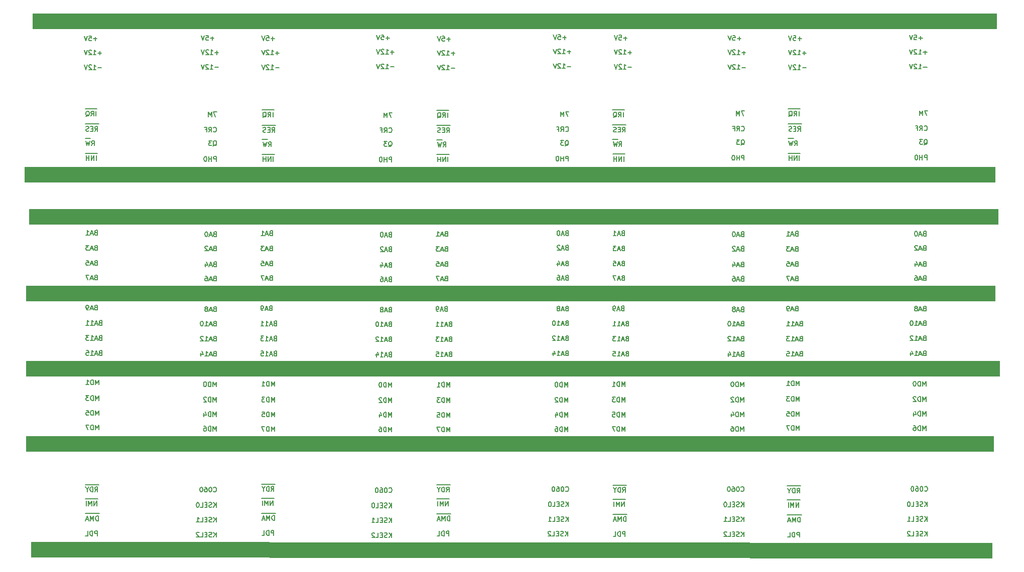
<source format=gbr>
%TF.GenerationSoftware,KiCad,Pcbnew,(5.1.12)-1*%
%TF.CreationDate,2022-02-09T20:28:49-06:00*%
%TF.ProjectId,gd blackplane proto pcb,67642062-6c61-4636-9b70-6c616e652070,rev?*%
%TF.SameCoordinates,Original*%
%TF.FileFunction,Legend,Bot*%
%TF.FilePolarity,Positive*%
%FSLAX46Y46*%
G04 Gerber Fmt 4.6, Leading zero omitted, Abs format (unit mm)*
G04 Created by KiCad (PCBNEW (5.1.12)-1) date 2022-02-09 20:28:49*
%MOMM*%
%LPD*%
G01*
G04 APERTURE LIST*
%ADD10C,0.200000*%
%ADD11C,0.100000*%
%ADD12C,0.120000*%
G04 APERTURE END LIST*
D10*
X166191866Y-50933304D02*
X166191866Y-50133304D01*
X165887104Y-50133304D01*
X165810914Y-50171400D01*
X165772819Y-50209495D01*
X165734723Y-50285685D01*
X165734723Y-50399971D01*
X165772819Y-50476161D01*
X165810914Y-50514257D01*
X165887104Y-50552352D01*
X166191866Y-50552352D01*
X165391866Y-50933304D02*
X165391866Y-50133304D01*
X165391866Y-50514257D02*
X164934723Y-50514257D01*
X164934723Y-50933304D02*
X164934723Y-50133304D01*
X164401390Y-50133304D02*
X164325200Y-50133304D01*
X164249009Y-50171400D01*
X164210914Y-50209495D01*
X164172819Y-50285685D01*
X164134723Y-50438066D01*
X164134723Y-50628542D01*
X164172819Y-50780923D01*
X164210914Y-50857114D01*
X164249009Y-50895209D01*
X164325200Y-50933304D01*
X164401390Y-50933304D01*
X164477581Y-50895209D01*
X164515676Y-50857114D01*
X164553771Y-50780923D01*
X164591866Y-50628542D01*
X164591866Y-50438066D01*
X164553771Y-50285685D01*
X164515676Y-50209495D01*
X164477581Y-50171400D01*
X164401390Y-50133304D01*
X165734724Y-45904114D02*
X165772819Y-45942209D01*
X165887105Y-45980304D01*
X165963295Y-45980304D01*
X166077581Y-45942209D01*
X166153771Y-45866019D01*
X166191866Y-45789828D01*
X166229962Y-45637447D01*
X166229962Y-45523161D01*
X166191866Y-45370780D01*
X166153771Y-45294590D01*
X166077581Y-45218400D01*
X165963295Y-45180304D01*
X165887105Y-45180304D01*
X165772819Y-45218400D01*
X165734724Y-45256495D01*
X164934724Y-45980304D02*
X165201390Y-45599352D01*
X165391866Y-45980304D02*
X165391866Y-45180304D01*
X165087105Y-45180304D01*
X165010914Y-45218400D01*
X164972819Y-45256495D01*
X164934724Y-45332685D01*
X164934724Y-45446971D01*
X164972819Y-45523161D01*
X165010914Y-45561257D01*
X165087105Y-45599352D01*
X165391866Y-45599352D01*
X164325200Y-45561257D02*
X164591866Y-45561257D01*
X164591866Y-45980304D02*
X164591866Y-45180304D01*
X164210914Y-45180304D01*
X166268057Y-42614904D02*
X165734724Y-42614904D01*
X166077581Y-43414904D01*
X165429962Y-43414904D02*
X165429962Y-42614904D01*
X165163295Y-43186333D01*
X164896628Y-42614904D01*
X164896628Y-43414904D01*
X165658533Y-48367895D02*
X165734723Y-48329800D01*
X165810914Y-48253609D01*
X165925200Y-48139323D01*
X166001390Y-48101228D01*
X166077581Y-48101228D01*
X166039485Y-48291704D02*
X166115676Y-48253609D01*
X166191866Y-48177419D01*
X166229962Y-48025038D01*
X166229962Y-47758371D01*
X166191866Y-47605990D01*
X166115676Y-47529800D01*
X166039485Y-47491704D01*
X165887104Y-47491704D01*
X165810914Y-47529800D01*
X165734723Y-47605990D01*
X165696628Y-47758371D01*
X165696628Y-48025038D01*
X165734723Y-48177419D01*
X165810914Y-48253609D01*
X165887104Y-48291704D01*
X166039485Y-48291704D01*
X165429962Y-47491704D02*
X164934723Y-47491704D01*
X165201390Y-47796466D01*
X165087104Y-47796466D01*
X165010914Y-47834561D01*
X164972819Y-47872657D01*
X164934723Y-47948847D01*
X164934723Y-48139323D01*
X164972819Y-48215514D01*
X165010914Y-48253609D01*
X165087104Y-48291704D01*
X165315676Y-48291704D01*
X165391866Y-48253609D01*
X165429962Y-48215514D01*
X165925200Y-80867257D02*
X165810914Y-80905352D01*
X165772819Y-80943447D01*
X165734723Y-81019638D01*
X165734723Y-81133923D01*
X165772819Y-81210114D01*
X165810914Y-81248209D01*
X165887104Y-81286304D01*
X166191866Y-81286304D01*
X166191866Y-80486304D01*
X165925200Y-80486304D01*
X165849009Y-80524400D01*
X165810914Y-80562495D01*
X165772819Y-80638685D01*
X165772819Y-80714876D01*
X165810914Y-80791066D01*
X165849009Y-80829161D01*
X165925200Y-80867257D01*
X166191866Y-80867257D01*
X165429961Y-81057733D02*
X165049009Y-81057733D01*
X165506152Y-81286304D02*
X165239485Y-80486304D01*
X164972819Y-81286304D01*
X164287104Y-81286304D02*
X164744247Y-81286304D01*
X164515676Y-81286304D02*
X164515676Y-80486304D01*
X164591866Y-80600590D01*
X164668057Y-80676780D01*
X164744247Y-80714876D01*
X163982342Y-80562495D02*
X163944247Y-80524400D01*
X163868057Y-80486304D01*
X163677581Y-80486304D01*
X163601390Y-80524400D01*
X163563295Y-80562495D01*
X163525200Y-80638685D01*
X163525200Y-80714876D01*
X163563295Y-80829161D01*
X164020438Y-81286304D01*
X163525200Y-81286304D01*
X165925199Y-75888857D02*
X165810913Y-75926952D01*
X165772818Y-75965047D01*
X165734723Y-76041238D01*
X165734723Y-76155523D01*
X165772818Y-76231714D01*
X165810913Y-76269809D01*
X165887104Y-76307904D01*
X166191866Y-76307904D01*
X166191866Y-75507904D01*
X165925199Y-75507904D01*
X165849009Y-75546000D01*
X165810913Y-75584095D01*
X165772818Y-75660285D01*
X165772818Y-75736476D01*
X165810913Y-75812666D01*
X165849009Y-75850761D01*
X165925199Y-75888857D01*
X166191866Y-75888857D01*
X165429961Y-76079333D02*
X165049009Y-76079333D01*
X165506152Y-76307904D02*
X165239485Y-75507904D01*
X164972818Y-76307904D01*
X164591866Y-75850761D02*
X164668056Y-75812666D01*
X164706152Y-75774571D01*
X164744247Y-75698380D01*
X164744247Y-75660285D01*
X164706152Y-75584095D01*
X164668056Y-75546000D01*
X164591866Y-75507904D01*
X164439485Y-75507904D01*
X164363294Y-75546000D01*
X164325199Y-75584095D01*
X164287104Y-75660285D01*
X164287104Y-75698380D01*
X164325199Y-75774571D01*
X164363294Y-75812666D01*
X164439485Y-75850761D01*
X164591866Y-75850761D01*
X164668056Y-75888857D01*
X164706152Y-75926952D01*
X164744247Y-76003142D01*
X164744247Y-76155523D01*
X164706152Y-76231714D01*
X164668056Y-76269809D01*
X164591866Y-76307904D01*
X164439485Y-76307904D01*
X164363294Y-76269809D01*
X164325199Y-76231714D01*
X164287104Y-76155523D01*
X164287104Y-76003142D01*
X164325199Y-75926952D01*
X164363294Y-75888857D01*
X164439485Y-75850761D01*
X166191867Y-88982504D02*
X166191867Y-88182504D01*
X165925200Y-88753933D01*
X165658533Y-88182504D01*
X165658533Y-88982504D01*
X165277581Y-88982504D02*
X165277581Y-88182504D01*
X165087105Y-88182504D01*
X164972819Y-88220600D01*
X164896628Y-88296790D01*
X164858533Y-88372980D01*
X164820438Y-88525361D01*
X164820438Y-88639647D01*
X164858533Y-88792028D01*
X164896628Y-88868219D01*
X164972819Y-88944409D01*
X165087105Y-88982504D01*
X165277581Y-88982504D01*
X164325200Y-88182504D02*
X164249009Y-88182504D01*
X164172819Y-88220600D01*
X164134724Y-88258695D01*
X164096628Y-88334885D01*
X164058533Y-88487266D01*
X164058533Y-88677742D01*
X164096628Y-88830123D01*
X164134724Y-88906314D01*
X164172819Y-88944409D01*
X164249009Y-88982504D01*
X164325200Y-88982504D01*
X164401390Y-88944409D01*
X164439486Y-88906314D01*
X164477581Y-88830123D01*
X164515676Y-88677742D01*
X164515676Y-88487266D01*
X164477581Y-88334885D01*
X164439486Y-88258695D01*
X164401390Y-88220600D01*
X164325200Y-88182504D01*
X165925200Y-78327257D02*
X165810914Y-78365352D01*
X165772819Y-78403447D01*
X165734723Y-78479638D01*
X165734723Y-78593923D01*
X165772819Y-78670114D01*
X165810914Y-78708209D01*
X165887104Y-78746304D01*
X166191866Y-78746304D01*
X166191866Y-77946304D01*
X165925200Y-77946304D01*
X165849009Y-77984400D01*
X165810914Y-78022495D01*
X165772819Y-78098685D01*
X165772819Y-78174876D01*
X165810914Y-78251066D01*
X165849009Y-78289161D01*
X165925200Y-78327257D01*
X166191866Y-78327257D01*
X165429961Y-78517733D02*
X165049009Y-78517733D01*
X165506152Y-78746304D02*
X165239485Y-77946304D01*
X164972819Y-78746304D01*
X164287104Y-78746304D02*
X164744247Y-78746304D01*
X164515676Y-78746304D02*
X164515676Y-77946304D01*
X164591866Y-78060590D01*
X164668057Y-78136780D01*
X164744247Y-78174876D01*
X163791866Y-77946304D02*
X163715676Y-77946304D01*
X163639485Y-77984400D01*
X163601390Y-78022495D01*
X163563295Y-78098685D01*
X163525200Y-78251066D01*
X163525200Y-78441542D01*
X163563295Y-78593923D01*
X163601390Y-78670114D01*
X163639485Y-78708209D01*
X163715676Y-78746304D01*
X163791866Y-78746304D01*
X163868057Y-78708209D01*
X163906152Y-78670114D01*
X163944247Y-78593923D01*
X163982342Y-78441542D01*
X163982342Y-78251066D01*
X163944247Y-78098685D01*
X163906152Y-78022495D01*
X163868057Y-77984400D01*
X163791866Y-77946304D01*
X165925199Y-65652657D02*
X165810913Y-65690752D01*
X165772818Y-65728847D01*
X165734723Y-65805038D01*
X165734723Y-65919323D01*
X165772818Y-65995514D01*
X165810913Y-66033609D01*
X165887104Y-66071704D01*
X166191866Y-66071704D01*
X166191866Y-65271704D01*
X165925199Y-65271704D01*
X165849009Y-65309800D01*
X165810913Y-65347895D01*
X165772818Y-65424085D01*
X165772818Y-65500276D01*
X165810913Y-65576466D01*
X165849009Y-65614561D01*
X165925199Y-65652657D01*
X166191866Y-65652657D01*
X165429961Y-65843133D02*
X165049009Y-65843133D01*
X165506152Y-66071704D02*
X165239485Y-65271704D01*
X164972818Y-66071704D01*
X164744247Y-65347895D02*
X164706152Y-65309800D01*
X164629961Y-65271704D01*
X164439485Y-65271704D01*
X164363294Y-65309800D01*
X164325199Y-65347895D01*
X164287104Y-65424085D01*
X164287104Y-65500276D01*
X164325199Y-65614561D01*
X164782342Y-66071704D01*
X164287104Y-66071704D01*
X166191867Y-94037104D02*
X166191867Y-93237104D01*
X165925200Y-93808533D01*
X165658533Y-93237104D01*
X165658533Y-94037104D01*
X165277581Y-94037104D02*
X165277581Y-93237104D01*
X165087105Y-93237104D01*
X164972819Y-93275200D01*
X164896628Y-93351390D01*
X164858533Y-93427580D01*
X164820438Y-93579961D01*
X164820438Y-93694247D01*
X164858533Y-93846628D01*
X164896628Y-93922819D01*
X164972819Y-93999009D01*
X165087105Y-94037104D01*
X165277581Y-94037104D01*
X164134724Y-93503771D02*
X164134724Y-94037104D01*
X164325200Y-93199009D02*
X164515676Y-93770438D01*
X164020438Y-93770438D01*
X165925200Y-83432657D02*
X165810914Y-83470752D01*
X165772819Y-83508847D01*
X165734723Y-83585038D01*
X165734723Y-83699323D01*
X165772819Y-83775514D01*
X165810914Y-83813609D01*
X165887104Y-83851704D01*
X166191866Y-83851704D01*
X166191866Y-83051704D01*
X165925200Y-83051704D01*
X165849009Y-83089800D01*
X165810914Y-83127895D01*
X165772819Y-83204085D01*
X165772819Y-83280276D01*
X165810914Y-83356466D01*
X165849009Y-83394561D01*
X165925200Y-83432657D01*
X166191866Y-83432657D01*
X165429961Y-83623133D02*
X165049009Y-83623133D01*
X165506152Y-83851704D02*
X165239485Y-83051704D01*
X164972819Y-83851704D01*
X164287104Y-83851704D02*
X164744247Y-83851704D01*
X164515676Y-83851704D02*
X164515676Y-83051704D01*
X164591866Y-83165990D01*
X164668057Y-83242180D01*
X164744247Y-83280276D01*
X163601390Y-83318371D02*
X163601390Y-83851704D01*
X163791866Y-83013609D02*
X163982342Y-83585038D01*
X163487104Y-83585038D01*
X165734724Y-106711714D02*
X165772819Y-106749809D01*
X165887105Y-106787904D01*
X165963295Y-106787904D01*
X166077581Y-106749809D01*
X166153771Y-106673619D01*
X166191866Y-106597428D01*
X166229962Y-106445047D01*
X166229962Y-106330761D01*
X166191866Y-106178380D01*
X166153771Y-106102190D01*
X166077581Y-106026000D01*
X165963295Y-105987904D01*
X165887105Y-105987904D01*
X165772819Y-106026000D01*
X165734724Y-106064095D01*
X165239486Y-105987904D02*
X165163295Y-105987904D01*
X165087105Y-106026000D01*
X165049009Y-106064095D01*
X165010914Y-106140285D01*
X164972819Y-106292666D01*
X164972819Y-106483142D01*
X165010914Y-106635523D01*
X165049009Y-106711714D01*
X165087105Y-106749809D01*
X165163295Y-106787904D01*
X165239486Y-106787904D01*
X165315676Y-106749809D01*
X165353771Y-106711714D01*
X165391866Y-106635523D01*
X165429962Y-106483142D01*
X165429962Y-106292666D01*
X165391866Y-106140285D01*
X165353771Y-106064095D01*
X165315676Y-106026000D01*
X165239486Y-105987904D01*
X164287105Y-105987904D02*
X164439486Y-105987904D01*
X164515676Y-106026000D01*
X164553771Y-106064095D01*
X164629962Y-106178380D01*
X164668057Y-106330761D01*
X164668057Y-106635523D01*
X164629962Y-106711714D01*
X164591866Y-106749809D01*
X164515676Y-106787904D01*
X164363295Y-106787904D01*
X164287105Y-106749809D01*
X164249009Y-106711714D01*
X164210914Y-106635523D01*
X164210914Y-106445047D01*
X164249009Y-106368857D01*
X164287105Y-106330761D01*
X164363295Y-106292666D01*
X164515676Y-106292666D01*
X164591866Y-106330761D01*
X164629962Y-106368857D01*
X164668057Y-106445047D01*
X163715676Y-105987904D02*
X163639486Y-105987904D01*
X163563295Y-106026000D01*
X163525200Y-106064095D01*
X163487105Y-106140285D01*
X163449009Y-106292666D01*
X163449009Y-106483142D01*
X163487105Y-106635523D01*
X163525200Y-106711714D01*
X163563295Y-106749809D01*
X163639486Y-106787904D01*
X163715676Y-106787904D01*
X163791866Y-106749809D01*
X163829962Y-106711714D01*
X163868057Y-106635523D01*
X163906152Y-106483142D01*
X163906152Y-106292666D01*
X163868057Y-106140285D01*
X163829962Y-106064095D01*
X163791866Y-106026000D01*
X163715676Y-105987904D01*
X166191866Y-114382504D02*
X166191866Y-113582504D01*
X165734724Y-114382504D02*
X166077581Y-113925361D01*
X165734724Y-113582504D02*
X166191866Y-114039647D01*
X165429962Y-114344409D02*
X165315676Y-114382504D01*
X165125200Y-114382504D01*
X165049009Y-114344409D01*
X165010914Y-114306314D01*
X164972819Y-114230123D01*
X164972819Y-114153933D01*
X165010914Y-114077742D01*
X165049009Y-114039647D01*
X165125200Y-114001552D01*
X165277581Y-113963457D01*
X165353771Y-113925361D01*
X165391866Y-113887266D01*
X165429962Y-113811076D01*
X165429962Y-113734885D01*
X165391866Y-113658695D01*
X165353771Y-113620600D01*
X165277581Y-113582504D01*
X165087104Y-113582504D01*
X164972819Y-113620600D01*
X164629962Y-113963457D02*
X164363295Y-113963457D01*
X164249009Y-114382504D02*
X164629962Y-114382504D01*
X164629962Y-113582504D01*
X164249009Y-113582504D01*
X163525200Y-114382504D02*
X163906152Y-114382504D01*
X163906152Y-113582504D01*
X163296628Y-113658695D02*
X163258533Y-113620600D01*
X163182343Y-113582504D01*
X162991866Y-113582504D01*
X162915676Y-113620600D01*
X162877581Y-113658695D01*
X162839485Y-113734885D01*
X162839485Y-113811076D01*
X162877581Y-113925361D01*
X163334724Y-114382504D01*
X162839485Y-114382504D01*
X166191866Y-109353304D02*
X166191866Y-108553304D01*
X165734724Y-109353304D02*
X166077581Y-108896161D01*
X165734724Y-108553304D02*
X166191866Y-109010447D01*
X165429962Y-109315209D02*
X165315676Y-109353304D01*
X165125200Y-109353304D01*
X165049009Y-109315209D01*
X165010914Y-109277114D01*
X164972819Y-109200923D01*
X164972819Y-109124733D01*
X165010914Y-109048542D01*
X165049009Y-109010447D01*
X165125200Y-108972352D01*
X165277581Y-108934257D01*
X165353771Y-108896161D01*
X165391866Y-108858066D01*
X165429962Y-108781876D01*
X165429962Y-108705685D01*
X165391866Y-108629495D01*
X165353771Y-108591400D01*
X165277581Y-108553304D01*
X165087104Y-108553304D01*
X164972819Y-108591400D01*
X164629962Y-108934257D02*
X164363295Y-108934257D01*
X164249009Y-109353304D02*
X164629962Y-109353304D01*
X164629962Y-108553304D01*
X164249009Y-108553304D01*
X163525200Y-109353304D02*
X163906152Y-109353304D01*
X163906152Y-108553304D01*
X163106152Y-108553304D02*
X163029962Y-108553304D01*
X162953771Y-108591400D01*
X162915676Y-108629495D01*
X162877581Y-108705685D01*
X162839485Y-108858066D01*
X162839485Y-109048542D01*
X162877581Y-109200923D01*
X162915676Y-109277114D01*
X162953771Y-109315209D01*
X163029962Y-109353304D01*
X163106152Y-109353304D01*
X163182343Y-109315209D01*
X163220438Y-109277114D01*
X163258533Y-109200923D01*
X163296628Y-109048542D01*
X163296628Y-108858066D01*
X163258533Y-108705685D01*
X163220438Y-108629495D01*
X163182343Y-108591400D01*
X163106152Y-108553304D01*
X166191866Y-111867904D02*
X166191866Y-111067904D01*
X165734724Y-111867904D02*
X166077581Y-111410761D01*
X165734724Y-111067904D02*
X166191866Y-111525047D01*
X165429962Y-111829809D02*
X165315676Y-111867904D01*
X165125200Y-111867904D01*
X165049009Y-111829809D01*
X165010914Y-111791714D01*
X164972819Y-111715523D01*
X164972819Y-111639333D01*
X165010914Y-111563142D01*
X165049009Y-111525047D01*
X165125200Y-111486952D01*
X165277581Y-111448857D01*
X165353771Y-111410761D01*
X165391866Y-111372666D01*
X165429962Y-111296476D01*
X165429962Y-111220285D01*
X165391866Y-111144095D01*
X165353771Y-111106000D01*
X165277581Y-111067904D01*
X165087104Y-111067904D01*
X164972819Y-111106000D01*
X164629962Y-111448857D02*
X164363295Y-111448857D01*
X164249009Y-111867904D02*
X164629962Y-111867904D01*
X164629962Y-111067904D01*
X164249009Y-111067904D01*
X163525200Y-111867904D02*
X163906152Y-111867904D01*
X163906152Y-111067904D01*
X162839485Y-111867904D02*
X163296628Y-111867904D01*
X163068057Y-111867904D02*
X163068057Y-111067904D01*
X163144247Y-111182190D01*
X163220438Y-111258380D01*
X163296628Y-111296476D01*
X166191867Y-91573304D02*
X166191867Y-90773304D01*
X165925200Y-91344733D01*
X165658533Y-90773304D01*
X165658533Y-91573304D01*
X165277581Y-91573304D02*
X165277581Y-90773304D01*
X165087105Y-90773304D01*
X164972819Y-90811400D01*
X164896628Y-90887590D01*
X164858533Y-90963780D01*
X164820438Y-91116161D01*
X164820438Y-91230447D01*
X164858533Y-91382828D01*
X164896628Y-91459019D01*
X164972819Y-91535209D01*
X165087105Y-91573304D01*
X165277581Y-91573304D01*
X164515676Y-90849495D02*
X164477581Y-90811400D01*
X164401390Y-90773304D01*
X164210914Y-90773304D01*
X164134724Y-90811400D01*
X164096628Y-90849495D01*
X164058533Y-90925685D01*
X164058533Y-91001876D01*
X164096628Y-91116161D01*
X164553771Y-91573304D01*
X164058533Y-91573304D01*
X165925199Y-70732657D02*
X165810913Y-70770752D01*
X165772818Y-70808847D01*
X165734723Y-70885038D01*
X165734723Y-70999323D01*
X165772818Y-71075514D01*
X165810913Y-71113609D01*
X165887104Y-71151704D01*
X166191866Y-71151704D01*
X166191866Y-70351704D01*
X165925199Y-70351704D01*
X165849009Y-70389800D01*
X165810913Y-70427895D01*
X165772818Y-70504085D01*
X165772818Y-70580276D01*
X165810913Y-70656466D01*
X165849009Y-70694561D01*
X165925199Y-70732657D01*
X166191866Y-70732657D01*
X165429961Y-70923133D02*
X165049009Y-70923133D01*
X165506152Y-71151704D02*
X165239485Y-70351704D01*
X164972818Y-71151704D01*
X164363294Y-70351704D02*
X164515675Y-70351704D01*
X164591866Y-70389800D01*
X164629961Y-70427895D01*
X164706152Y-70542180D01*
X164744247Y-70694561D01*
X164744247Y-70999323D01*
X164706152Y-71075514D01*
X164668056Y-71113609D01*
X164591866Y-71151704D01*
X164439485Y-71151704D01*
X164363294Y-71113609D01*
X164325199Y-71075514D01*
X164287104Y-70999323D01*
X164287104Y-70808847D01*
X164325199Y-70732657D01*
X164363294Y-70694561D01*
X164439485Y-70656466D01*
X164591866Y-70656466D01*
X164668056Y-70694561D01*
X164706152Y-70732657D01*
X164744247Y-70808847D01*
X165925199Y-63214257D02*
X165810913Y-63252352D01*
X165772818Y-63290447D01*
X165734723Y-63366638D01*
X165734723Y-63480923D01*
X165772818Y-63557114D01*
X165810913Y-63595209D01*
X165887104Y-63633304D01*
X166191866Y-63633304D01*
X166191866Y-62833304D01*
X165925199Y-62833304D01*
X165849009Y-62871400D01*
X165810913Y-62909495D01*
X165772818Y-62985685D01*
X165772818Y-63061876D01*
X165810913Y-63138066D01*
X165849009Y-63176161D01*
X165925199Y-63214257D01*
X166191866Y-63214257D01*
X165429961Y-63404733D02*
X165049009Y-63404733D01*
X165506152Y-63633304D02*
X165239485Y-62833304D01*
X164972818Y-63633304D01*
X164553771Y-62833304D02*
X164477580Y-62833304D01*
X164401390Y-62871400D01*
X164363294Y-62909495D01*
X164325199Y-62985685D01*
X164287104Y-63138066D01*
X164287104Y-63328542D01*
X164325199Y-63480923D01*
X164363294Y-63557114D01*
X164401390Y-63595209D01*
X164477580Y-63633304D01*
X164553771Y-63633304D01*
X164629961Y-63595209D01*
X164668056Y-63557114D01*
X164706152Y-63480923D01*
X164744247Y-63328542D01*
X164744247Y-63138066D01*
X164706152Y-62985685D01*
X164668056Y-62909495D01*
X164629961Y-62871400D01*
X164553771Y-62833304D01*
X166191867Y-96500904D02*
X166191867Y-95700904D01*
X165925200Y-96272333D01*
X165658533Y-95700904D01*
X165658533Y-96500904D01*
X165277581Y-96500904D02*
X165277581Y-95700904D01*
X165087105Y-95700904D01*
X164972819Y-95739000D01*
X164896628Y-95815190D01*
X164858533Y-95891380D01*
X164820438Y-96043761D01*
X164820438Y-96158047D01*
X164858533Y-96310428D01*
X164896628Y-96386619D01*
X164972819Y-96462809D01*
X165087105Y-96500904D01*
X165277581Y-96500904D01*
X164134724Y-95700904D02*
X164287105Y-95700904D01*
X164363295Y-95739000D01*
X164401390Y-95777095D01*
X164477581Y-95891380D01*
X164515676Y-96043761D01*
X164515676Y-96348523D01*
X164477581Y-96424714D01*
X164439486Y-96462809D01*
X164363295Y-96500904D01*
X164210914Y-96500904D01*
X164134724Y-96462809D01*
X164096628Y-96424714D01*
X164058533Y-96348523D01*
X164058533Y-96158047D01*
X164096628Y-96081857D01*
X164134724Y-96043761D01*
X164210914Y-96005666D01*
X164363295Y-96005666D01*
X164439486Y-96043761D01*
X164477581Y-96081857D01*
X164515676Y-96158047D01*
X165925199Y-68319657D02*
X165810913Y-68357752D01*
X165772818Y-68395847D01*
X165734723Y-68472038D01*
X165734723Y-68586323D01*
X165772818Y-68662514D01*
X165810913Y-68700609D01*
X165887104Y-68738704D01*
X166191866Y-68738704D01*
X166191866Y-67938704D01*
X165925199Y-67938704D01*
X165849009Y-67976800D01*
X165810913Y-68014895D01*
X165772818Y-68091085D01*
X165772818Y-68167276D01*
X165810913Y-68243466D01*
X165849009Y-68281561D01*
X165925199Y-68319657D01*
X166191866Y-68319657D01*
X165429961Y-68510133D02*
X165049009Y-68510133D01*
X165506152Y-68738704D02*
X165239485Y-67938704D01*
X164972818Y-68738704D01*
X164363294Y-68205371D02*
X164363294Y-68738704D01*
X164553771Y-67900609D02*
X164744247Y-68472038D01*
X164249009Y-68472038D01*
X176094905Y-44782400D02*
X175294905Y-44782400D01*
X175447286Y-45980304D02*
X175713952Y-45599352D01*
X175904428Y-45980304D02*
X175904428Y-45180304D01*
X175599667Y-45180304D01*
X175523476Y-45218400D01*
X175485381Y-45256495D01*
X175447286Y-45332685D01*
X175447286Y-45446971D01*
X175485381Y-45523161D01*
X175523476Y-45561257D01*
X175599667Y-45599352D01*
X175904428Y-45599352D01*
X175294905Y-44782400D02*
X174571095Y-44782400D01*
X175104428Y-45561257D02*
X174837762Y-45561257D01*
X174723476Y-45980304D02*
X175104428Y-45980304D01*
X175104428Y-45180304D01*
X174723476Y-45180304D01*
X174571095Y-44782400D02*
X173809190Y-44782400D01*
X174418714Y-45942209D02*
X174304428Y-45980304D01*
X174113952Y-45980304D01*
X174037762Y-45942209D01*
X173999667Y-45904114D01*
X173961571Y-45827923D01*
X173961571Y-45751733D01*
X173999667Y-45675542D01*
X174037762Y-45637447D01*
X174113952Y-45599352D01*
X174266333Y-45561257D01*
X174342524Y-45523161D01*
X174380619Y-45485066D01*
X174418714Y-45408876D01*
X174418714Y-45332685D01*
X174380619Y-45256495D01*
X174342524Y-45218400D01*
X174266333Y-45180304D01*
X174075857Y-45180304D01*
X173961571Y-45218400D01*
X174875857Y-48393304D02*
X175142524Y-48012352D01*
X175333000Y-48393304D02*
X175333000Y-47593304D01*
X175028238Y-47593304D01*
X174952048Y-47631400D01*
X174913953Y-47669495D01*
X174875857Y-47745685D01*
X174875857Y-47859971D01*
X174913953Y-47936161D01*
X174952048Y-47974257D01*
X175028238Y-48012352D01*
X175333000Y-48012352D01*
X174723476Y-47195400D02*
X173809191Y-47195400D01*
X174609191Y-47593304D02*
X174418714Y-48393304D01*
X174266334Y-47821876D01*
X174113953Y-48393304D01*
X173923476Y-47593304D01*
X175866333Y-49710000D02*
X175485381Y-49710000D01*
X175675857Y-50907904D02*
X175675857Y-50107904D01*
X175485381Y-49710000D02*
X174647285Y-49710000D01*
X175294904Y-50907904D02*
X175294904Y-50107904D01*
X174837762Y-50907904D01*
X174837762Y-50107904D01*
X174647285Y-49710000D02*
X173809190Y-49710000D01*
X174456809Y-50907904D02*
X174456809Y-50107904D01*
X174456809Y-50488857D02*
X173999666Y-50488857D01*
X173999666Y-50907904D02*
X173999666Y-50107904D01*
X175828238Y-42217000D02*
X175447286Y-42217000D01*
X175637762Y-43414904D02*
X175637762Y-42614904D01*
X175447286Y-42217000D02*
X174647286Y-42217000D01*
X174799667Y-43414904D02*
X175066334Y-43033952D01*
X175256810Y-43414904D02*
X175256810Y-42614904D01*
X174952048Y-42614904D01*
X174875857Y-42653000D01*
X174837762Y-42691095D01*
X174799667Y-42767285D01*
X174799667Y-42881571D01*
X174837762Y-42957761D01*
X174875857Y-42995857D01*
X174952048Y-43033952D01*
X175256810Y-43033952D01*
X174647286Y-42217000D02*
X173809191Y-42217000D01*
X173923476Y-43491095D02*
X173999667Y-43453000D01*
X174075857Y-43376809D01*
X174190143Y-43262523D01*
X174266334Y-43224428D01*
X174342524Y-43224428D01*
X174304429Y-43414904D02*
X174380619Y-43376809D01*
X174456810Y-43300619D01*
X174494905Y-43148238D01*
X174494905Y-42881571D01*
X174456810Y-42729190D01*
X174380619Y-42653000D01*
X174304429Y-42614904D01*
X174152048Y-42614904D01*
X174075857Y-42653000D01*
X173999667Y-42729190D01*
X173961572Y-42881571D01*
X173961572Y-43148238D01*
X173999667Y-43300619D01*
X174075857Y-43376809D01*
X174152048Y-43414904D01*
X174304429Y-43414904D01*
X175993305Y-96526304D02*
X175993305Y-95726304D01*
X175726638Y-96297733D01*
X175459971Y-95726304D01*
X175459971Y-96526304D01*
X175079019Y-96526304D02*
X175079019Y-95726304D01*
X174888543Y-95726304D01*
X174774257Y-95764400D01*
X174698066Y-95840590D01*
X174659971Y-95916780D01*
X174621876Y-96069161D01*
X174621876Y-96183447D01*
X174659971Y-96335828D01*
X174698066Y-96412019D01*
X174774257Y-96488209D01*
X174888543Y-96526304D01*
X175079019Y-96526304D01*
X174355209Y-95726304D02*
X173821876Y-95726304D01*
X174164733Y-96526304D01*
X176082172Y-80841857D02*
X175967886Y-80879952D01*
X175929791Y-80918047D01*
X175891695Y-80994238D01*
X175891695Y-81108523D01*
X175929791Y-81184714D01*
X175967886Y-81222809D01*
X176044076Y-81260904D01*
X176348838Y-81260904D01*
X176348838Y-80460904D01*
X176082172Y-80460904D01*
X176005981Y-80499000D01*
X175967886Y-80537095D01*
X175929791Y-80613285D01*
X175929791Y-80689476D01*
X175967886Y-80765666D01*
X176005981Y-80803761D01*
X176082172Y-80841857D01*
X176348838Y-80841857D01*
X175586933Y-81032333D02*
X175205981Y-81032333D01*
X175663124Y-81260904D02*
X175396457Y-80460904D01*
X175129791Y-81260904D01*
X174444076Y-81260904D02*
X174901219Y-81260904D01*
X174672648Y-81260904D02*
X174672648Y-80460904D01*
X174748838Y-80575190D01*
X174825029Y-80651380D01*
X174901219Y-80689476D01*
X174177410Y-80460904D02*
X173682172Y-80460904D01*
X173948838Y-80765666D01*
X173834553Y-80765666D01*
X173758362Y-80803761D01*
X173720267Y-80841857D01*
X173682172Y-80918047D01*
X173682172Y-81108523D01*
X173720267Y-81184714D01*
X173758362Y-81222809D01*
X173834553Y-81260904D01*
X174063124Y-81260904D01*
X174139314Y-81222809D01*
X174177410Y-81184714D01*
X175371066Y-65627257D02*
X175256780Y-65665352D01*
X175218685Y-65703447D01*
X175180590Y-65779638D01*
X175180590Y-65893923D01*
X175218685Y-65970114D01*
X175256780Y-66008209D01*
X175332971Y-66046304D01*
X175637733Y-66046304D01*
X175637733Y-65246304D01*
X175371066Y-65246304D01*
X175294876Y-65284400D01*
X175256780Y-65322495D01*
X175218685Y-65398685D01*
X175218685Y-65474876D01*
X175256780Y-65551066D01*
X175294876Y-65589161D01*
X175371066Y-65627257D01*
X175637733Y-65627257D01*
X174875828Y-65817733D02*
X174494876Y-65817733D01*
X174952019Y-66046304D02*
X174685352Y-65246304D01*
X174418685Y-66046304D01*
X174228209Y-65246304D02*
X173732971Y-65246304D01*
X173999638Y-65551066D01*
X173885352Y-65551066D01*
X173809161Y-65589161D01*
X173771066Y-65627257D01*
X173732971Y-65703447D01*
X173732971Y-65893923D01*
X173771066Y-65970114D01*
X173809161Y-66008209D01*
X173885352Y-66046304D01*
X174113923Y-66046304D01*
X174190114Y-66008209D01*
X174228209Y-65970114D01*
X175993305Y-91573304D02*
X175993305Y-90773304D01*
X175726638Y-91344733D01*
X175459971Y-90773304D01*
X175459971Y-91573304D01*
X175079019Y-91573304D02*
X175079019Y-90773304D01*
X174888543Y-90773304D01*
X174774257Y-90811400D01*
X174698066Y-90887590D01*
X174659971Y-90963780D01*
X174621876Y-91116161D01*
X174621876Y-91230447D01*
X174659971Y-91382828D01*
X174698066Y-91459019D01*
X174774257Y-91535209D01*
X174888543Y-91573304D01*
X175079019Y-91573304D01*
X174355209Y-90773304D02*
X173859971Y-90773304D01*
X174126638Y-91078066D01*
X174012352Y-91078066D01*
X173936162Y-91116161D01*
X173898066Y-91154257D01*
X173859971Y-91230447D01*
X173859971Y-91420923D01*
X173898066Y-91497114D01*
X173936162Y-91535209D01*
X174012352Y-91573304D01*
X174240924Y-91573304D01*
X174317114Y-91535209D01*
X174355209Y-91497114D01*
X176082172Y-78301857D02*
X175967886Y-78339952D01*
X175929791Y-78378047D01*
X175891695Y-78454238D01*
X175891695Y-78568523D01*
X175929791Y-78644714D01*
X175967886Y-78682809D01*
X176044076Y-78720904D01*
X176348838Y-78720904D01*
X176348838Y-77920904D01*
X176082172Y-77920904D01*
X176005981Y-77959000D01*
X175967886Y-77997095D01*
X175929791Y-78073285D01*
X175929791Y-78149476D01*
X175967886Y-78225666D01*
X176005981Y-78263761D01*
X176082172Y-78301857D01*
X176348838Y-78301857D01*
X175586933Y-78492333D02*
X175205981Y-78492333D01*
X175663124Y-78720904D02*
X175396457Y-77920904D01*
X175129791Y-78720904D01*
X174444076Y-78720904D02*
X174901219Y-78720904D01*
X174672648Y-78720904D02*
X174672648Y-77920904D01*
X174748838Y-78035190D01*
X174825029Y-78111380D01*
X174901219Y-78149476D01*
X173682172Y-78720904D02*
X174139314Y-78720904D01*
X173910743Y-78720904D02*
X173910743Y-77920904D01*
X173986933Y-78035190D01*
X174063124Y-78111380D01*
X174139314Y-78149476D01*
X175371066Y-70631057D02*
X175256780Y-70669152D01*
X175218685Y-70707247D01*
X175180590Y-70783438D01*
X175180590Y-70897723D01*
X175218685Y-70973914D01*
X175256780Y-71012009D01*
X175332971Y-71050104D01*
X175637733Y-71050104D01*
X175637733Y-70250104D01*
X175371066Y-70250104D01*
X175294876Y-70288200D01*
X175256780Y-70326295D01*
X175218685Y-70402485D01*
X175218685Y-70478676D01*
X175256780Y-70554866D01*
X175294876Y-70592961D01*
X175371066Y-70631057D01*
X175637733Y-70631057D01*
X174875828Y-70821533D02*
X174494876Y-70821533D01*
X174952019Y-71050104D02*
X174685352Y-70250104D01*
X174418685Y-71050104D01*
X174228209Y-70250104D02*
X173694876Y-70250104D01*
X174037733Y-71050104D01*
X175371066Y-68167257D02*
X175256780Y-68205352D01*
X175218685Y-68243447D01*
X175180590Y-68319638D01*
X175180590Y-68433923D01*
X175218685Y-68510114D01*
X175256780Y-68548209D01*
X175332971Y-68586304D01*
X175637733Y-68586304D01*
X175637733Y-67786304D01*
X175371066Y-67786304D01*
X175294876Y-67824400D01*
X175256780Y-67862495D01*
X175218685Y-67938685D01*
X175218685Y-68014876D01*
X175256780Y-68091066D01*
X175294876Y-68129161D01*
X175371066Y-68167257D01*
X175637733Y-68167257D01*
X174875828Y-68357733D02*
X174494876Y-68357733D01*
X174952019Y-68586304D02*
X174685352Y-67786304D01*
X174418685Y-68586304D01*
X173771066Y-67786304D02*
X174152019Y-67786304D01*
X174190114Y-68167257D01*
X174152019Y-68129161D01*
X174075828Y-68091066D01*
X173885352Y-68091066D01*
X173809161Y-68129161D01*
X173771066Y-68167257D01*
X173732971Y-68243447D01*
X173732971Y-68433923D01*
X173771066Y-68510114D01*
X173809161Y-68548209D01*
X173885352Y-68586304D01*
X174075828Y-68586304D01*
X174152019Y-68548209D01*
X174190114Y-68510114D01*
X175371066Y-63061857D02*
X175256780Y-63099952D01*
X175218685Y-63138047D01*
X175180590Y-63214238D01*
X175180590Y-63328523D01*
X175218685Y-63404714D01*
X175256780Y-63442809D01*
X175332971Y-63480904D01*
X175637733Y-63480904D01*
X175637733Y-62680904D01*
X175371066Y-62680904D01*
X175294876Y-62719000D01*
X175256780Y-62757095D01*
X175218685Y-62833285D01*
X175218685Y-62909476D01*
X175256780Y-62985666D01*
X175294876Y-63023761D01*
X175371066Y-63061857D01*
X175637733Y-63061857D01*
X174875828Y-63252333D02*
X174494876Y-63252333D01*
X174952019Y-63480904D02*
X174685352Y-62680904D01*
X174418685Y-63480904D01*
X173732971Y-63480904D02*
X174190114Y-63480904D01*
X173961542Y-63480904D02*
X173961542Y-62680904D01*
X174037733Y-62795190D01*
X174113923Y-62871380D01*
X174190114Y-62909476D01*
X175993305Y-94087904D02*
X175993305Y-93287904D01*
X175726638Y-93859333D01*
X175459971Y-93287904D01*
X175459971Y-94087904D01*
X175079019Y-94087904D02*
X175079019Y-93287904D01*
X174888543Y-93287904D01*
X174774257Y-93326000D01*
X174698066Y-93402190D01*
X174659971Y-93478380D01*
X174621876Y-93630761D01*
X174621876Y-93745047D01*
X174659971Y-93897428D01*
X174698066Y-93973619D01*
X174774257Y-94049809D01*
X174888543Y-94087904D01*
X175079019Y-94087904D01*
X173898066Y-93287904D02*
X174279019Y-93287904D01*
X174317114Y-93668857D01*
X174279019Y-93630761D01*
X174202828Y-93592666D01*
X174012352Y-93592666D01*
X173936162Y-93630761D01*
X173898066Y-93668857D01*
X173859971Y-93745047D01*
X173859971Y-93935523D01*
X173898066Y-94011714D01*
X173936162Y-94049809D01*
X174012352Y-94087904D01*
X174202828Y-94087904D01*
X174279019Y-94049809D01*
X174317114Y-94011714D01*
X176082172Y-83381857D02*
X175967886Y-83419952D01*
X175929791Y-83458047D01*
X175891695Y-83534238D01*
X175891695Y-83648523D01*
X175929791Y-83724714D01*
X175967886Y-83762809D01*
X176044076Y-83800904D01*
X176348838Y-83800904D01*
X176348838Y-83000904D01*
X176082172Y-83000904D01*
X176005981Y-83039000D01*
X175967886Y-83077095D01*
X175929791Y-83153285D01*
X175929791Y-83229476D01*
X175967886Y-83305666D01*
X176005981Y-83343761D01*
X176082172Y-83381857D01*
X176348838Y-83381857D01*
X175586933Y-83572333D02*
X175205981Y-83572333D01*
X175663124Y-83800904D02*
X175396457Y-83000904D01*
X175129791Y-83800904D01*
X174444076Y-83800904D02*
X174901219Y-83800904D01*
X174672648Y-83800904D02*
X174672648Y-83000904D01*
X174748838Y-83115190D01*
X174825029Y-83191380D01*
X174901219Y-83229476D01*
X173720267Y-83000904D02*
X174101219Y-83000904D01*
X174139314Y-83381857D01*
X174101219Y-83343761D01*
X174025029Y-83305666D01*
X173834553Y-83305666D01*
X173758362Y-83343761D01*
X173720267Y-83381857D01*
X173682172Y-83458047D01*
X173682172Y-83648523D01*
X173720267Y-83724714D01*
X173758362Y-83762809D01*
X173834553Y-83800904D01*
X174025029Y-83800904D01*
X174101219Y-83762809D01*
X174139314Y-83724714D01*
X175993305Y-88931704D02*
X175993305Y-88131704D01*
X175726638Y-88703133D01*
X175459971Y-88131704D01*
X175459971Y-88931704D01*
X175079019Y-88931704D02*
X175079019Y-88131704D01*
X174888543Y-88131704D01*
X174774257Y-88169800D01*
X174698066Y-88245990D01*
X174659971Y-88322180D01*
X174621876Y-88474561D01*
X174621876Y-88588847D01*
X174659971Y-88741228D01*
X174698066Y-88817419D01*
X174774257Y-88893609D01*
X174888543Y-88931704D01*
X175079019Y-88931704D01*
X173859971Y-88931704D02*
X174317114Y-88931704D01*
X174088543Y-88931704D02*
X174088543Y-88131704D01*
X174164733Y-88245990D01*
X174240924Y-88322180D01*
X174317114Y-88360276D01*
X175320266Y-75736457D02*
X175205980Y-75774552D01*
X175167885Y-75812647D01*
X175129790Y-75888838D01*
X175129790Y-76003123D01*
X175167885Y-76079314D01*
X175205980Y-76117409D01*
X175282171Y-76155504D01*
X175586933Y-76155504D01*
X175586933Y-75355504D01*
X175320266Y-75355504D01*
X175244076Y-75393600D01*
X175205980Y-75431695D01*
X175167885Y-75507885D01*
X175167885Y-75584076D01*
X175205980Y-75660266D01*
X175244076Y-75698361D01*
X175320266Y-75736457D01*
X175586933Y-75736457D01*
X174825028Y-75926933D02*
X174444076Y-75926933D01*
X174901219Y-76155504D02*
X174634552Y-75355504D01*
X174367885Y-76155504D01*
X174063123Y-76155504D02*
X173910742Y-76155504D01*
X173834552Y-76117409D01*
X173796457Y-76079314D01*
X173720266Y-75965028D01*
X173682171Y-75812647D01*
X173682171Y-75507885D01*
X173720266Y-75431695D01*
X173758361Y-75393600D01*
X173834552Y-75355504D01*
X173986933Y-75355504D01*
X174063123Y-75393600D01*
X174101219Y-75431695D01*
X174139314Y-75507885D01*
X174139314Y-75698361D01*
X174101219Y-75774552D01*
X174063123Y-75812647D01*
X173986933Y-75850742D01*
X173834552Y-75850742D01*
X173758361Y-75812647D01*
X173720266Y-75774552D01*
X173682171Y-75698361D01*
X175840933Y-114103104D02*
X175840933Y-113303104D01*
X175536171Y-113303104D01*
X175459980Y-113341200D01*
X175421885Y-113379295D01*
X175383790Y-113455485D01*
X175383790Y-113569771D01*
X175421885Y-113645961D01*
X175459980Y-113684057D01*
X175536171Y-113722152D01*
X175840933Y-113722152D01*
X175040933Y-114103104D02*
X175040933Y-113303104D01*
X174850457Y-113303104D01*
X174736171Y-113341200D01*
X174659980Y-113417390D01*
X174621885Y-113493580D01*
X174583790Y-113645961D01*
X174583790Y-113760247D01*
X174621885Y-113912628D01*
X174659980Y-113988819D01*
X174736171Y-114065009D01*
X174850457Y-114103104D01*
X175040933Y-114103104D01*
X173859980Y-114103104D02*
X174240933Y-114103104D01*
X174240933Y-113303104D01*
X176183791Y-110365200D02*
X175383791Y-110365200D01*
X175993314Y-111563104D02*
X175993314Y-110763104D01*
X175802838Y-110763104D01*
X175688552Y-110801200D01*
X175612362Y-110877390D01*
X175574267Y-110953580D01*
X175536171Y-111105961D01*
X175536171Y-111220247D01*
X175574267Y-111372628D01*
X175612362Y-111448819D01*
X175688552Y-111525009D01*
X175802838Y-111563104D01*
X175993314Y-111563104D01*
X175383791Y-110365200D02*
X174469505Y-110365200D01*
X175193314Y-111563104D02*
X175193314Y-110763104D01*
X174926648Y-111334533D01*
X174659981Y-110763104D01*
X174659981Y-111563104D01*
X174469505Y-110365200D02*
X173783791Y-110365200D01*
X174317124Y-111334533D02*
X173936171Y-111334533D01*
X174393314Y-111563104D02*
X174126648Y-110763104D01*
X173859981Y-111563104D01*
X175917123Y-107850600D02*
X175079028Y-107850600D01*
X175726647Y-109048504D02*
X175726647Y-108248504D01*
X175269504Y-109048504D01*
X175269504Y-108248504D01*
X175079028Y-107850600D02*
X174164742Y-107850600D01*
X174888552Y-109048504D02*
X174888552Y-108248504D01*
X174621885Y-108819933D01*
X174355218Y-108248504D01*
X174355218Y-109048504D01*
X174164742Y-107850600D02*
X173783790Y-107850600D01*
X173974266Y-109048504D02*
X173974266Y-108248504D01*
X176069505Y-105463000D02*
X175269505Y-105463000D01*
X175421886Y-106660904D02*
X175688552Y-106279952D01*
X175879028Y-106660904D02*
X175879028Y-105860904D01*
X175574267Y-105860904D01*
X175498076Y-105899000D01*
X175459981Y-105937095D01*
X175421886Y-106013285D01*
X175421886Y-106127571D01*
X175459981Y-106203761D01*
X175498076Y-106241857D01*
X175574267Y-106279952D01*
X175879028Y-106279952D01*
X175269505Y-105463000D02*
X174469505Y-105463000D01*
X175079028Y-106660904D02*
X175079028Y-105860904D01*
X174888552Y-105860904D01*
X174774267Y-105899000D01*
X174698076Y-105975190D01*
X174659981Y-106051380D01*
X174621886Y-106203761D01*
X174621886Y-106318047D01*
X174659981Y-106470428D01*
X174698076Y-106546619D01*
X174774267Y-106622809D01*
X174888552Y-106660904D01*
X175079028Y-106660904D01*
X174469505Y-105463000D02*
X173783790Y-105463000D01*
X174126648Y-106279952D02*
X174126648Y-106660904D01*
X174393314Y-105860904D02*
X174126648Y-106279952D01*
X173859981Y-105860904D01*
X117258970Y-32569142D02*
X116649447Y-32569142D01*
X116954208Y-32873904D02*
X116954208Y-32264380D01*
X115849447Y-32873904D02*
X116306589Y-32873904D01*
X116078018Y-32873904D02*
X116078018Y-32073904D01*
X116154208Y-32188190D01*
X116230399Y-32264380D01*
X116306589Y-32302476D01*
X115544685Y-32150095D02*
X115506589Y-32112000D01*
X115430399Y-32073904D01*
X115239923Y-32073904D01*
X115163732Y-32112000D01*
X115125637Y-32150095D01*
X115087542Y-32226285D01*
X115087542Y-32302476D01*
X115125637Y-32416761D01*
X115582780Y-32873904D01*
X115087542Y-32873904D01*
X114858970Y-32073904D02*
X114592304Y-32873904D01*
X114325637Y-32073904D01*
X117258970Y-35058342D02*
X116649447Y-35058342D01*
X115849447Y-35363104D02*
X116306589Y-35363104D01*
X116078018Y-35363104D02*
X116078018Y-34563104D01*
X116154208Y-34677390D01*
X116230399Y-34753580D01*
X116306589Y-34791676D01*
X115544685Y-34639295D02*
X115506589Y-34601200D01*
X115430399Y-34563104D01*
X115239923Y-34563104D01*
X115163732Y-34601200D01*
X115125637Y-34639295D01*
X115087542Y-34715485D01*
X115087542Y-34791676D01*
X115125637Y-34905961D01*
X115582780Y-35363104D01*
X115087542Y-35363104D01*
X114858970Y-34563104D02*
X114592304Y-35363104D01*
X114325637Y-34563104D01*
X116497066Y-30156142D02*
X115887542Y-30156142D01*
X116192304Y-30460904D02*
X116192304Y-29851380D01*
X115125637Y-29660904D02*
X115506590Y-29660904D01*
X115544685Y-30041857D01*
X115506590Y-30003761D01*
X115430399Y-29965666D01*
X115239923Y-29965666D01*
X115163733Y-30003761D01*
X115125637Y-30041857D01*
X115087542Y-30118047D01*
X115087542Y-30308523D01*
X115125637Y-30384714D01*
X115163733Y-30422809D01*
X115239923Y-30460904D01*
X115430399Y-30460904D01*
X115506590Y-30422809D01*
X115544685Y-30384714D01*
X114858971Y-29660904D02*
X114592304Y-30460904D01*
X114325637Y-29660904D01*
X136994770Y-32492942D02*
X136385247Y-32492942D01*
X136690008Y-32797704D02*
X136690008Y-32188180D01*
X135585247Y-32797704D02*
X136042389Y-32797704D01*
X135813818Y-32797704D02*
X135813818Y-31997704D01*
X135890008Y-32111990D01*
X135966199Y-32188180D01*
X136042389Y-32226276D01*
X135280485Y-32073895D02*
X135242389Y-32035800D01*
X135166199Y-31997704D01*
X134975723Y-31997704D01*
X134899532Y-32035800D01*
X134861437Y-32073895D01*
X134823342Y-32150085D01*
X134823342Y-32226276D01*
X134861437Y-32340561D01*
X135318580Y-32797704D01*
X134823342Y-32797704D01*
X134594770Y-31997704D02*
X134328104Y-32797704D01*
X134061437Y-31997704D01*
X136994770Y-34982142D02*
X136385247Y-34982142D01*
X135585247Y-35286904D02*
X136042389Y-35286904D01*
X135813818Y-35286904D02*
X135813818Y-34486904D01*
X135890008Y-34601190D01*
X135966199Y-34677380D01*
X136042389Y-34715476D01*
X135280485Y-34563095D02*
X135242389Y-34525000D01*
X135166199Y-34486904D01*
X134975723Y-34486904D01*
X134899532Y-34525000D01*
X134861437Y-34563095D01*
X134823342Y-34639285D01*
X134823342Y-34715476D01*
X134861437Y-34829761D01*
X135318580Y-35286904D01*
X134823342Y-35286904D01*
X134594770Y-34486904D02*
X134328104Y-35286904D01*
X134061437Y-34486904D01*
X136232866Y-30079942D02*
X135623342Y-30079942D01*
X135928104Y-30384704D02*
X135928104Y-29775180D01*
X134861437Y-29584704D02*
X135242390Y-29584704D01*
X135280485Y-29965657D01*
X135242390Y-29927561D01*
X135166199Y-29889466D01*
X134975723Y-29889466D01*
X134899533Y-29927561D01*
X134861437Y-29965657D01*
X134823342Y-30041847D01*
X134823342Y-30232323D01*
X134861437Y-30308514D01*
X134899533Y-30346609D01*
X134975723Y-30384704D01*
X135166199Y-30384704D01*
X135242390Y-30346609D01*
X135280485Y-30308514D01*
X134594771Y-29584704D02*
X134328104Y-30384704D01*
X134061437Y-29584704D01*
X147205570Y-32543742D02*
X146596047Y-32543742D01*
X146900808Y-32848504D02*
X146900808Y-32238980D01*
X145796047Y-32848504D02*
X146253189Y-32848504D01*
X146024618Y-32848504D02*
X146024618Y-32048504D01*
X146100808Y-32162790D01*
X146176999Y-32238980D01*
X146253189Y-32277076D01*
X145491285Y-32124695D02*
X145453189Y-32086600D01*
X145376999Y-32048504D01*
X145186523Y-32048504D01*
X145110332Y-32086600D01*
X145072237Y-32124695D01*
X145034142Y-32200885D01*
X145034142Y-32277076D01*
X145072237Y-32391361D01*
X145529380Y-32848504D01*
X145034142Y-32848504D01*
X144805570Y-32048504D02*
X144538904Y-32848504D01*
X144272237Y-32048504D01*
X147205570Y-35032942D02*
X146596047Y-35032942D01*
X145796047Y-35337704D02*
X146253189Y-35337704D01*
X146024618Y-35337704D02*
X146024618Y-34537704D01*
X146100808Y-34651990D01*
X146176999Y-34728180D01*
X146253189Y-34766276D01*
X145491285Y-34613895D02*
X145453189Y-34575800D01*
X145376999Y-34537704D01*
X145186523Y-34537704D01*
X145110332Y-34575800D01*
X145072237Y-34613895D01*
X145034142Y-34690085D01*
X145034142Y-34766276D01*
X145072237Y-34880561D01*
X145529380Y-35337704D01*
X145034142Y-35337704D01*
X144805570Y-34537704D02*
X144538904Y-35337704D01*
X144272237Y-34537704D01*
X146443666Y-30130742D02*
X145834142Y-30130742D01*
X146138904Y-30435504D02*
X146138904Y-29825980D01*
X145072237Y-29635504D02*
X145453190Y-29635504D01*
X145491285Y-30016457D01*
X145453190Y-29978361D01*
X145376999Y-29940266D01*
X145186523Y-29940266D01*
X145110333Y-29978361D01*
X145072237Y-30016457D01*
X145034142Y-30092647D01*
X145034142Y-30283123D01*
X145072237Y-30359314D01*
X145110333Y-30397409D01*
X145186523Y-30435504D01*
X145376999Y-30435504D01*
X145453190Y-30397409D01*
X145491285Y-30359314D01*
X144805571Y-29635504D02*
X144538904Y-30435504D01*
X144272237Y-29635504D01*
X166585770Y-32416742D02*
X165976247Y-32416742D01*
X166281008Y-32721504D02*
X166281008Y-32111980D01*
X165176247Y-32721504D02*
X165633389Y-32721504D01*
X165404818Y-32721504D02*
X165404818Y-31921504D01*
X165481008Y-32035790D01*
X165557199Y-32111980D01*
X165633389Y-32150076D01*
X164871485Y-31997695D02*
X164833389Y-31959600D01*
X164757199Y-31921504D01*
X164566723Y-31921504D01*
X164490532Y-31959600D01*
X164452437Y-31997695D01*
X164414342Y-32073885D01*
X164414342Y-32150076D01*
X164452437Y-32264361D01*
X164909580Y-32721504D01*
X164414342Y-32721504D01*
X164185770Y-31921504D02*
X163919104Y-32721504D01*
X163652437Y-31921504D01*
X166585770Y-34905942D02*
X165976247Y-34905942D01*
X165176247Y-35210704D02*
X165633389Y-35210704D01*
X165404818Y-35210704D02*
X165404818Y-34410704D01*
X165481008Y-34524990D01*
X165557199Y-34601180D01*
X165633389Y-34639276D01*
X164871485Y-34486895D02*
X164833389Y-34448800D01*
X164757199Y-34410704D01*
X164566723Y-34410704D01*
X164490532Y-34448800D01*
X164452437Y-34486895D01*
X164414342Y-34563085D01*
X164414342Y-34639276D01*
X164452437Y-34753561D01*
X164909580Y-35210704D01*
X164414342Y-35210704D01*
X164185770Y-34410704D02*
X163919104Y-35210704D01*
X163652437Y-34410704D01*
X165823866Y-30003742D02*
X165214342Y-30003742D01*
X165519104Y-30308504D02*
X165519104Y-29698980D01*
X164452437Y-29508504D02*
X164833390Y-29508504D01*
X164871485Y-29889457D01*
X164833390Y-29851361D01*
X164757199Y-29813266D01*
X164566723Y-29813266D01*
X164490533Y-29851361D01*
X164452437Y-29889457D01*
X164414342Y-29965647D01*
X164414342Y-30156123D01*
X164452437Y-30232314D01*
X164490533Y-30270409D01*
X164566723Y-30308504D01*
X164757199Y-30308504D01*
X164833390Y-30270409D01*
X164871485Y-30232314D01*
X164185771Y-29508504D02*
X163919104Y-30308504D01*
X163652437Y-29508504D01*
X176847370Y-32619942D02*
X176237847Y-32619942D01*
X176542608Y-32924704D02*
X176542608Y-32315180D01*
X175437847Y-32924704D02*
X175894989Y-32924704D01*
X175666418Y-32924704D02*
X175666418Y-32124704D01*
X175742608Y-32238990D01*
X175818799Y-32315180D01*
X175894989Y-32353276D01*
X175133085Y-32200895D02*
X175094989Y-32162800D01*
X175018799Y-32124704D01*
X174828323Y-32124704D01*
X174752132Y-32162800D01*
X174714037Y-32200895D01*
X174675942Y-32277085D01*
X174675942Y-32353276D01*
X174714037Y-32467561D01*
X175171180Y-32924704D01*
X174675942Y-32924704D01*
X174447370Y-32124704D02*
X174180704Y-32924704D01*
X173914037Y-32124704D01*
X176847370Y-35109142D02*
X176237847Y-35109142D01*
X175437847Y-35413904D02*
X175894989Y-35413904D01*
X175666418Y-35413904D02*
X175666418Y-34613904D01*
X175742608Y-34728190D01*
X175818799Y-34804380D01*
X175894989Y-34842476D01*
X175133085Y-34690095D02*
X175094989Y-34652000D01*
X175018799Y-34613904D01*
X174828323Y-34613904D01*
X174752132Y-34652000D01*
X174714037Y-34690095D01*
X174675942Y-34766285D01*
X174675942Y-34842476D01*
X174714037Y-34956761D01*
X175171180Y-35413904D01*
X174675942Y-35413904D01*
X174447370Y-34613904D02*
X174180704Y-35413904D01*
X173914037Y-34613904D01*
X176085466Y-30206942D02*
X175475942Y-30206942D01*
X175780704Y-30511704D02*
X175780704Y-29902180D01*
X174714037Y-29711704D02*
X175094990Y-29711704D01*
X175133085Y-30092657D01*
X175094990Y-30054561D01*
X175018799Y-30016466D01*
X174828323Y-30016466D01*
X174752133Y-30054561D01*
X174714037Y-30092657D01*
X174675942Y-30168847D01*
X174675942Y-30359323D01*
X174714037Y-30435514D01*
X174752133Y-30473609D01*
X174828323Y-30511704D01*
X175018799Y-30511704D01*
X175094990Y-30473609D01*
X175133085Y-30435514D01*
X174447371Y-29711704D02*
X174180704Y-30511704D01*
X173914037Y-29711704D01*
X196405370Y-32365942D02*
X195795847Y-32365942D01*
X196100608Y-32670704D02*
X196100608Y-32061180D01*
X194995847Y-32670704D02*
X195452989Y-32670704D01*
X195224418Y-32670704D02*
X195224418Y-31870704D01*
X195300608Y-31984990D01*
X195376799Y-32061180D01*
X195452989Y-32099276D01*
X194691085Y-31946895D02*
X194652989Y-31908800D01*
X194576799Y-31870704D01*
X194386323Y-31870704D01*
X194310132Y-31908800D01*
X194272037Y-31946895D01*
X194233942Y-32023085D01*
X194233942Y-32099276D01*
X194272037Y-32213561D01*
X194729180Y-32670704D01*
X194233942Y-32670704D01*
X194005370Y-31870704D02*
X193738704Y-32670704D01*
X193472037Y-31870704D01*
X196405370Y-34855142D02*
X195795847Y-34855142D01*
X194995847Y-35159904D02*
X195452989Y-35159904D01*
X195224418Y-35159904D02*
X195224418Y-34359904D01*
X195300608Y-34474190D01*
X195376799Y-34550380D01*
X195452989Y-34588476D01*
X194691085Y-34436095D02*
X194652989Y-34398000D01*
X194576799Y-34359904D01*
X194386323Y-34359904D01*
X194310132Y-34398000D01*
X194272037Y-34436095D01*
X194233942Y-34512285D01*
X194233942Y-34588476D01*
X194272037Y-34702761D01*
X194729180Y-35159904D01*
X194233942Y-35159904D01*
X194005370Y-34359904D02*
X193738704Y-35159904D01*
X193472037Y-34359904D01*
X195643466Y-29952942D02*
X195033942Y-29952942D01*
X195338704Y-30257704D02*
X195338704Y-29648180D01*
X194272037Y-29457704D02*
X194652990Y-29457704D01*
X194691085Y-29838657D01*
X194652990Y-29800561D01*
X194576799Y-29762466D01*
X194386323Y-29762466D01*
X194310133Y-29800561D01*
X194272037Y-29838657D01*
X194233942Y-29914847D01*
X194233942Y-30105323D01*
X194272037Y-30181514D01*
X194310133Y-30219609D01*
X194386323Y-30257704D01*
X194576799Y-30257704D01*
X194652990Y-30219609D01*
X194691085Y-30181514D01*
X194005371Y-29457704D02*
X193738704Y-30257704D01*
X193472037Y-29457704D01*
X206666970Y-32467542D02*
X206057447Y-32467542D01*
X206362208Y-32772304D02*
X206362208Y-32162780D01*
X205257447Y-32772304D02*
X205714589Y-32772304D01*
X205486018Y-32772304D02*
X205486018Y-31972304D01*
X205562208Y-32086590D01*
X205638399Y-32162780D01*
X205714589Y-32200876D01*
X204952685Y-32048495D02*
X204914589Y-32010400D01*
X204838399Y-31972304D01*
X204647923Y-31972304D01*
X204571732Y-32010400D01*
X204533637Y-32048495D01*
X204495542Y-32124685D01*
X204495542Y-32200876D01*
X204533637Y-32315161D01*
X204990780Y-32772304D01*
X204495542Y-32772304D01*
X204266970Y-31972304D02*
X204000304Y-32772304D01*
X203733637Y-31972304D01*
X206666970Y-34956742D02*
X206057447Y-34956742D01*
X205257447Y-35261504D02*
X205714589Y-35261504D01*
X205486018Y-35261504D02*
X205486018Y-34461504D01*
X205562208Y-34575790D01*
X205638399Y-34651980D01*
X205714589Y-34690076D01*
X204952685Y-34537695D02*
X204914589Y-34499600D01*
X204838399Y-34461504D01*
X204647923Y-34461504D01*
X204571732Y-34499600D01*
X204533637Y-34537695D01*
X204495542Y-34613885D01*
X204495542Y-34690076D01*
X204533637Y-34804361D01*
X204990780Y-35261504D01*
X204495542Y-35261504D01*
X204266970Y-34461504D02*
X204000304Y-35261504D01*
X203733637Y-34461504D01*
X205905066Y-30054542D02*
X205295542Y-30054542D01*
X205600304Y-30359304D02*
X205600304Y-29749780D01*
X204533637Y-29559304D02*
X204914590Y-29559304D01*
X204952685Y-29940257D01*
X204914590Y-29902161D01*
X204838399Y-29864066D01*
X204647923Y-29864066D01*
X204571733Y-29902161D01*
X204533637Y-29940257D01*
X204495542Y-30016447D01*
X204495542Y-30206923D01*
X204533637Y-30283114D01*
X204571733Y-30321209D01*
X204647923Y-30359304D01*
X204838399Y-30359304D01*
X204914590Y-30321209D01*
X204952685Y-30283114D01*
X204266971Y-29559304D02*
X204000304Y-30359304D01*
X203733637Y-29559304D01*
X225869370Y-32518342D02*
X225259847Y-32518342D01*
X225564608Y-32823104D02*
X225564608Y-32213580D01*
X224459847Y-32823104D02*
X224916989Y-32823104D01*
X224688418Y-32823104D02*
X224688418Y-32023104D01*
X224764608Y-32137390D01*
X224840799Y-32213580D01*
X224916989Y-32251676D01*
X224155085Y-32099295D02*
X224116989Y-32061200D01*
X224040799Y-32023104D01*
X223850323Y-32023104D01*
X223774132Y-32061200D01*
X223736037Y-32099295D01*
X223697942Y-32175485D01*
X223697942Y-32251676D01*
X223736037Y-32365961D01*
X224193180Y-32823104D01*
X223697942Y-32823104D01*
X223469370Y-32023104D02*
X223202704Y-32823104D01*
X222936037Y-32023104D01*
X225869370Y-35007542D02*
X225259847Y-35007542D01*
X224459847Y-35312304D02*
X224916989Y-35312304D01*
X224688418Y-35312304D02*
X224688418Y-34512304D01*
X224764608Y-34626590D01*
X224840799Y-34702780D01*
X224916989Y-34740876D01*
X224155085Y-34588495D02*
X224116989Y-34550400D01*
X224040799Y-34512304D01*
X223850323Y-34512304D01*
X223774132Y-34550400D01*
X223736037Y-34588495D01*
X223697942Y-34664685D01*
X223697942Y-34740876D01*
X223736037Y-34855161D01*
X224193180Y-35312304D01*
X223697942Y-35312304D01*
X223469370Y-34512304D02*
X223202704Y-35312304D01*
X222936037Y-34512304D01*
X225107466Y-30105342D02*
X224497942Y-30105342D01*
X224802704Y-30410104D02*
X224802704Y-29800580D01*
X223736037Y-29610104D02*
X224116990Y-29610104D01*
X224155085Y-29991057D01*
X224116990Y-29952961D01*
X224040799Y-29914866D01*
X223850323Y-29914866D01*
X223774133Y-29952961D01*
X223736037Y-29991057D01*
X223697942Y-30067247D01*
X223697942Y-30257723D01*
X223736037Y-30333914D01*
X223774133Y-30372009D01*
X223850323Y-30410104D01*
X224040799Y-30410104D01*
X224116990Y-30372009D01*
X224155085Y-30333914D01*
X223469371Y-29610104D02*
X223202704Y-30410104D01*
X222936037Y-29610104D01*
X236080170Y-32543742D02*
X235470647Y-32543742D01*
X235775408Y-32848504D02*
X235775408Y-32238980D01*
X234670647Y-32848504D02*
X235127789Y-32848504D01*
X234899218Y-32848504D02*
X234899218Y-32048504D01*
X234975408Y-32162790D01*
X235051599Y-32238980D01*
X235127789Y-32277076D01*
X234365885Y-32124695D02*
X234327789Y-32086600D01*
X234251599Y-32048504D01*
X234061123Y-32048504D01*
X233984932Y-32086600D01*
X233946837Y-32124695D01*
X233908742Y-32200885D01*
X233908742Y-32277076D01*
X233946837Y-32391361D01*
X234403980Y-32848504D01*
X233908742Y-32848504D01*
X233680170Y-32048504D02*
X233413504Y-32848504D01*
X233146837Y-32048504D01*
X236080170Y-35032942D02*
X235470647Y-35032942D01*
X234670647Y-35337704D02*
X235127789Y-35337704D01*
X234899218Y-35337704D02*
X234899218Y-34537704D01*
X234975408Y-34651990D01*
X235051599Y-34728180D01*
X235127789Y-34766276D01*
X234365885Y-34613895D02*
X234327789Y-34575800D01*
X234251599Y-34537704D01*
X234061123Y-34537704D01*
X233984932Y-34575800D01*
X233946837Y-34613895D01*
X233908742Y-34690085D01*
X233908742Y-34766276D01*
X233946837Y-34880561D01*
X234403980Y-35337704D01*
X233908742Y-35337704D01*
X233680170Y-34537704D02*
X233413504Y-35337704D01*
X233146837Y-34537704D01*
X235318266Y-30130742D02*
X234708742Y-30130742D01*
X235013504Y-30435504D02*
X235013504Y-29825980D01*
X233946837Y-29635504D02*
X234327790Y-29635504D01*
X234365885Y-30016457D01*
X234327790Y-29978361D01*
X234251599Y-29940266D01*
X234061123Y-29940266D01*
X233984933Y-29978361D01*
X233946837Y-30016457D01*
X233908742Y-30092647D01*
X233908742Y-30283123D01*
X233946837Y-30359314D01*
X233984933Y-30397409D01*
X234061123Y-30435504D01*
X234251599Y-30435504D01*
X234327790Y-30397409D01*
X234365885Y-30359314D01*
X233680171Y-29635504D02*
X233413504Y-30435504D01*
X233146837Y-29635504D01*
X255714466Y-30029142D02*
X255104942Y-30029142D01*
X255409704Y-30333904D02*
X255409704Y-29724380D01*
X254343037Y-29533904D02*
X254723990Y-29533904D01*
X254762085Y-29914857D01*
X254723990Y-29876761D01*
X254647799Y-29838666D01*
X254457323Y-29838666D01*
X254381133Y-29876761D01*
X254343037Y-29914857D01*
X254304942Y-29991047D01*
X254304942Y-30181523D01*
X254343037Y-30257714D01*
X254381133Y-30295809D01*
X254457323Y-30333904D01*
X254647799Y-30333904D01*
X254723990Y-30295809D01*
X254762085Y-30257714D01*
X254076371Y-29533904D02*
X253809704Y-30333904D01*
X253543037Y-29533904D01*
X256476370Y-34931342D02*
X255866847Y-34931342D01*
X255066847Y-35236104D02*
X255523989Y-35236104D01*
X255295418Y-35236104D02*
X255295418Y-34436104D01*
X255371608Y-34550390D01*
X255447799Y-34626580D01*
X255523989Y-34664676D01*
X254762085Y-34512295D02*
X254723989Y-34474200D01*
X254647799Y-34436104D01*
X254457323Y-34436104D01*
X254381132Y-34474200D01*
X254343037Y-34512295D01*
X254304942Y-34588485D01*
X254304942Y-34664676D01*
X254343037Y-34778961D01*
X254800180Y-35236104D01*
X254304942Y-35236104D01*
X254076370Y-34436104D02*
X253809704Y-35236104D01*
X253543037Y-34436104D01*
X256476370Y-32442142D02*
X255866847Y-32442142D01*
X256171608Y-32746904D02*
X256171608Y-32137380D01*
X255066847Y-32746904D02*
X255523989Y-32746904D01*
X255295418Y-32746904D02*
X255295418Y-31946904D01*
X255371608Y-32061190D01*
X255447799Y-32137380D01*
X255523989Y-32175476D01*
X254762085Y-32023095D02*
X254723989Y-31985000D01*
X254647799Y-31946904D01*
X254457323Y-31946904D01*
X254381132Y-31985000D01*
X254343037Y-32023095D01*
X254304942Y-32099285D01*
X254304942Y-32175476D01*
X254343037Y-32289761D01*
X254800180Y-32746904D01*
X254304942Y-32746904D01*
X254076370Y-31946904D02*
X253809704Y-32746904D01*
X253543037Y-31946904D01*
D11*
G36*
X267462000Y-115316000D02*
G01*
X267462000Y-117856000D01*
X105359200Y-117678200D01*
X105359200Y-115138200D01*
X267462000Y-115316000D01*
G37*
X267462000Y-115316000D02*
X267462000Y-117856000D01*
X105359200Y-117678200D01*
X105359200Y-115138200D01*
X267462000Y-115316000D01*
G36*
X267716000Y-99822000D02*
G01*
X104571800Y-99822000D01*
X104571800Y-97282000D01*
X267716000Y-97282000D01*
X267716000Y-99822000D01*
G37*
X267716000Y-99822000D02*
X104571800Y-99822000D01*
X104571800Y-97282000D01*
X267716000Y-97282000D01*
X267716000Y-99822000D01*
G36*
X268732000Y-87122000D02*
G01*
X104571800Y-87122000D01*
X104571800Y-84582000D01*
X268732000Y-84582000D01*
X268732000Y-87122000D01*
G37*
X268732000Y-87122000D02*
X104571800Y-87122000D01*
X104571800Y-84582000D01*
X268732000Y-84582000D01*
X268732000Y-87122000D01*
G36*
X267970000Y-74422000D02*
G01*
X104546400Y-74422000D01*
X104546400Y-71882000D01*
X267970000Y-71882000D01*
X267970000Y-74422000D01*
G37*
X267970000Y-74422000D02*
X104546400Y-74422000D01*
X104546400Y-71882000D01*
X267970000Y-71882000D01*
X267970000Y-74422000D01*
G36*
X268224000Y-28448000D02*
G01*
X105664000Y-28448000D01*
X105664000Y-25908000D01*
X268224000Y-25908000D01*
X268224000Y-28448000D01*
G37*
X268224000Y-28448000D02*
X105664000Y-28448000D01*
X105664000Y-25908000D01*
X268224000Y-25908000D01*
X268224000Y-28448000D01*
G36*
X267970000Y-51816000D02*
G01*
X267970000Y-54356000D01*
X104292400Y-54305200D01*
X104292400Y-51765200D01*
X267970000Y-51816000D01*
G37*
X267970000Y-51816000D02*
X267970000Y-54356000D01*
X104292400Y-54305200D01*
X104292400Y-51765200D01*
X267970000Y-51816000D01*
G36*
X268478000Y-61468000D02*
G01*
X105003600Y-61468000D01*
X105003600Y-58928000D01*
X268478000Y-58928000D01*
X268478000Y-61468000D01*
G37*
X268478000Y-61468000D02*
X105003600Y-61468000D01*
X105003600Y-58928000D01*
X268478000Y-58928000D01*
X268478000Y-61468000D01*
D10*
X136600866Y-111766304D02*
X136600866Y-110966304D01*
X136143724Y-111766304D02*
X136486581Y-111309161D01*
X136143724Y-110966304D02*
X136600866Y-111423447D01*
X135838962Y-111728209D02*
X135724676Y-111766304D01*
X135534200Y-111766304D01*
X135458009Y-111728209D01*
X135419914Y-111690114D01*
X135381819Y-111613923D01*
X135381819Y-111537733D01*
X135419914Y-111461542D01*
X135458009Y-111423447D01*
X135534200Y-111385352D01*
X135686581Y-111347257D01*
X135762771Y-111309161D01*
X135800866Y-111271066D01*
X135838962Y-111194876D01*
X135838962Y-111118685D01*
X135800866Y-111042495D01*
X135762771Y-111004400D01*
X135686581Y-110966304D01*
X135496104Y-110966304D01*
X135381819Y-111004400D01*
X135038962Y-111347257D02*
X134772295Y-111347257D01*
X134658009Y-111766304D02*
X135038962Y-111766304D01*
X135038962Y-110966304D01*
X134658009Y-110966304D01*
X133934200Y-111766304D02*
X134315152Y-111766304D01*
X134315152Y-110966304D01*
X133248485Y-111766304D02*
X133705628Y-111766304D01*
X133477057Y-111766304D02*
X133477057Y-110966304D01*
X133553247Y-111080590D01*
X133629438Y-111156780D01*
X133705628Y-111194876D01*
X136600866Y-109251704D02*
X136600866Y-108451704D01*
X136143724Y-109251704D02*
X136486581Y-108794561D01*
X136143724Y-108451704D02*
X136600866Y-108908847D01*
X135838962Y-109213609D02*
X135724676Y-109251704D01*
X135534200Y-109251704D01*
X135458009Y-109213609D01*
X135419914Y-109175514D01*
X135381819Y-109099323D01*
X135381819Y-109023133D01*
X135419914Y-108946942D01*
X135458009Y-108908847D01*
X135534200Y-108870752D01*
X135686581Y-108832657D01*
X135762771Y-108794561D01*
X135800866Y-108756466D01*
X135838962Y-108680276D01*
X135838962Y-108604085D01*
X135800866Y-108527895D01*
X135762771Y-108489800D01*
X135686581Y-108451704D01*
X135496104Y-108451704D01*
X135381819Y-108489800D01*
X135038962Y-108832657D02*
X134772295Y-108832657D01*
X134658009Y-109251704D02*
X135038962Y-109251704D01*
X135038962Y-108451704D01*
X134658009Y-108451704D01*
X133934200Y-109251704D02*
X134315152Y-109251704D01*
X134315152Y-108451704D01*
X133515152Y-108451704D02*
X133438962Y-108451704D01*
X133362771Y-108489800D01*
X133324676Y-108527895D01*
X133286581Y-108604085D01*
X133248485Y-108756466D01*
X133248485Y-108946942D01*
X133286581Y-109099323D01*
X133324676Y-109175514D01*
X133362771Y-109213609D01*
X133438962Y-109251704D01*
X133515152Y-109251704D01*
X133591343Y-109213609D01*
X133629438Y-109175514D01*
X133667533Y-109099323D01*
X133705628Y-108946942D01*
X133705628Y-108756466D01*
X133667533Y-108604085D01*
X133629438Y-108527895D01*
X133591343Y-108489800D01*
X133515152Y-108451704D01*
X136600866Y-114280904D02*
X136600866Y-113480904D01*
X136143724Y-114280904D02*
X136486581Y-113823761D01*
X136143724Y-113480904D02*
X136600866Y-113938047D01*
X135838962Y-114242809D02*
X135724676Y-114280904D01*
X135534200Y-114280904D01*
X135458009Y-114242809D01*
X135419914Y-114204714D01*
X135381819Y-114128523D01*
X135381819Y-114052333D01*
X135419914Y-113976142D01*
X135458009Y-113938047D01*
X135534200Y-113899952D01*
X135686581Y-113861857D01*
X135762771Y-113823761D01*
X135800866Y-113785666D01*
X135838962Y-113709476D01*
X135838962Y-113633285D01*
X135800866Y-113557095D01*
X135762771Y-113519000D01*
X135686581Y-113480904D01*
X135496104Y-113480904D01*
X135381819Y-113519000D01*
X135038962Y-113861857D02*
X134772295Y-113861857D01*
X134658009Y-114280904D02*
X135038962Y-114280904D01*
X135038962Y-113480904D01*
X134658009Y-113480904D01*
X133934200Y-114280904D02*
X134315152Y-114280904D01*
X134315152Y-113480904D01*
X133705628Y-113557095D02*
X133667533Y-113519000D01*
X133591343Y-113480904D01*
X133400866Y-113480904D01*
X133324676Y-113519000D01*
X133286581Y-113557095D01*
X133248485Y-113633285D01*
X133248485Y-113709476D01*
X133286581Y-113823761D01*
X133743724Y-114280904D01*
X133248485Y-114280904D01*
X136143724Y-106610114D02*
X136181819Y-106648209D01*
X136296105Y-106686304D01*
X136372295Y-106686304D01*
X136486581Y-106648209D01*
X136562771Y-106572019D01*
X136600866Y-106495828D01*
X136638962Y-106343447D01*
X136638962Y-106229161D01*
X136600866Y-106076780D01*
X136562771Y-106000590D01*
X136486581Y-105924400D01*
X136372295Y-105886304D01*
X136296105Y-105886304D01*
X136181819Y-105924400D01*
X136143724Y-105962495D01*
X135648486Y-105886304D02*
X135572295Y-105886304D01*
X135496105Y-105924400D01*
X135458009Y-105962495D01*
X135419914Y-106038685D01*
X135381819Y-106191066D01*
X135381819Y-106381542D01*
X135419914Y-106533923D01*
X135458009Y-106610114D01*
X135496105Y-106648209D01*
X135572295Y-106686304D01*
X135648486Y-106686304D01*
X135724676Y-106648209D01*
X135762771Y-106610114D01*
X135800866Y-106533923D01*
X135838962Y-106381542D01*
X135838962Y-106191066D01*
X135800866Y-106038685D01*
X135762771Y-105962495D01*
X135724676Y-105924400D01*
X135648486Y-105886304D01*
X134696105Y-105886304D02*
X134848486Y-105886304D01*
X134924676Y-105924400D01*
X134962771Y-105962495D01*
X135038962Y-106076780D01*
X135077057Y-106229161D01*
X135077057Y-106533923D01*
X135038962Y-106610114D01*
X135000866Y-106648209D01*
X134924676Y-106686304D01*
X134772295Y-106686304D01*
X134696105Y-106648209D01*
X134658009Y-106610114D01*
X134619914Y-106533923D01*
X134619914Y-106343447D01*
X134658009Y-106267257D01*
X134696105Y-106229161D01*
X134772295Y-106191066D01*
X134924676Y-106191066D01*
X135000866Y-106229161D01*
X135038962Y-106267257D01*
X135077057Y-106343447D01*
X134124676Y-105886304D02*
X134048486Y-105886304D01*
X133972295Y-105924400D01*
X133934200Y-105962495D01*
X133896105Y-106038685D01*
X133858009Y-106191066D01*
X133858009Y-106381542D01*
X133896105Y-106533923D01*
X133934200Y-106610114D01*
X133972295Y-106648209D01*
X134048486Y-106686304D01*
X134124676Y-106686304D01*
X134200866Y-106648209D01*
X134238962Y-106610114D01*
X134277057Y-106533923D01*
X134315152Y-106381542D01*
X134315152Y-106191066D01*
X134277057Y-106038685D01*
X134238962Y-105962495D01*
X134200866Y-105924400D01*
X134124676Y-105886304D01*
X195992504Y-111664704D02*
X195992504Y-110864704D01*
X195535362Y-111664704D02*
X195878219Y-111207561D01*
X195535362Y-110864704D02*
X195992504Y-111321847D01*
X195230600Y-111626609D02*
X195116314Y-111664704D01*
X194925838Y-111664704D01*
X194849647Y-111626609D01*
X194811552Y-111588514D01*
X194773457Y-111512323D01*
X194773457Y-111436133D01*
X194811552Y-111359942D01*
X194849647Y-111321847D01*
X194925838Y-111283752D01*
X195078219Y-111245657D01*
X195154409Y-111207561D01*
X195192504Y-111169466D01*
X195230600Y-111093276D01*
X195230600Y-111017085D01*
X195192504Y-110940895D01*
X195154409Y-110902800D01*
X195078219Y-110864704D01*
X194887742Y-110864704D01*
X194773457Y-110902800D01*
X194430600Y-111245657D02*
X194163933Y-111245657D01*
X194049647Y-111664704D02*
X194430600Y-111664704D01*
X194430600Y-110864704D01*
X194049647Y-110864704D01*
X193325838Y-111664704D02*
X193706790Y-111664704D01*
X193706790Y-110864704D01*
X192640123Y-111664704D02*
X193097266Y-111664704D01*
X192868695Y-111664704D02*
X192868695Y-110864704D01*
X192944885Y-110978990D01*
X193021076Y-111055180D01*
X193097266Y-111093276D01*
X195992504Y-109150104D02*
X195992504Y-108350104D01*
X195535362Y-109150104D02*
X195878219Y-108692961D01*
X195535362Y-108350104D02*
X195992504Y-108807247D01*
X195230600Y-109112009D02*
X195116314Y-109150104D01*
X194925838Y-109150104D01*
X194849647Y-109112009D01*
X194811552Y-109073914D01*
X194773457Y-108997723D01*
X194773457Y-108921533D01*
X194811552Y-108845342D01*
X194849647Y-108807247D01*
X194925838Y-108769152D01*
X195078219Y-108731057D01*
X195154409Y-108692961D01*
X195192504Y-108654866D01*
X195230600Y-108578676D01*
X195230600Y-108502485D01*
X195192504Y-108426295D01*
X195154409Y-108388200D01*
X195078219Y-108350104D01*
X194887742Y-108350104D01*
X194773457Y-108388200D01*
X194430600Y-108731057D02*
X194163933Y-108731057D01*
X194049647Y-109150104D02*
X194430600Y-109150104D01*
X194430600Y-108350104D01*
X194049647Y-108350104D01*
X193325838Y-109150104D02*
X193706790Y-109150104D01*
X193706790Y-108350104D01*
X192906790Y-108350104D02*
X192830600Y-108350104D01*
X192754409Y-108388200D01*
X192716314Y-108426295D01*
X192678219Y-108502485D01*
X192640123Y-108654866D01*
X192640123Y-108845342D01*
X192678219Y-108997723D01*
X192716314Y-109073914D01*
X192754409Y-109112009D01*
X192830600Y-109150104D01*
X192906790Y-109150104D01*
X192982981Y-109112009D01*
X193021076Y-109073914D01*
X193059171Y-108997723D01*
X193097266Y-108845342D01*
X193097266Y-108654866D01*
X193059171Y-108502485D01*
X193021076Y-108426295D01*
X192982981Y-108388200D01*
X192906790Y-108350104D01*
X195916304Y-114128504D02*
X195916304Y-113328504D01*
X195459162Y-114128504D02*
X195802019Y-113671361D01*
X195459162Y-113328504D02*
X195916304Y-113785647D01*
X195154400Y-114090409D02*
X195040114Y-114128504D01*
X194849638Y-114128504D01*
X194773447Y-114090409D01*
X194735352Y-114052314D01*
X194697257Y-113976123D01*
X194697257Y-113899933D01*
X194735352Y-113823742D01*
X194773447Y-113785647D01*
X194849638Y-113747552D01*
X195002019Y-113709457D01*
X195078209Y-113671361D01*
X195116304Y-113633266D01*
X195154400Y-113557076D01*
X195154400Y-113480885D01*
X195116304Y-113404695D01*
X195078209Y-113366600D01*
X195002019Y-113328504D01*
X194811542Y-113328504D01*
X194697257Y-113366600D01*
X194354400Y-113709457D02*
X194087733Y-113709457D01*
X193973447Y-114128504D02*
X194354400Y-114128504D01*
X194354400Y-113328504D01*
X193973447Y-113328504D01*
X193249638Y-114128504D02*
X193630590Y-114128504D01*
X193630590Y-113328504D01*
X193021066Y-113404695D02*
X192982971Y-113366600D01*
X192906781Y-113328504D01*
X192716304Y-113328504D01*
X192640114Y-113366600D01*
X192602019Y-113404695D01*
X192563923Y-113480885D01*
X192563923Y-113557076D01*
X192602019Y-113671361D01*
X193059162Y-114128504D01*
X192563923Y-114128504D01*
X195535362Y-106508514D02*
X195573457Y-106546609D01*
X195687743Y-106584704D01*
X195763933Y-106584704D01*
X195878219Y-106546609D01*
X195954409Y-106470419D01*
X195992504Y-106394228D01*
X196030600Y-106241847D01*
X196030600Y-106127561D01*
X195992504Y-105975180D01*
X195954409Y-105898990D01*
X195878219Y-105822800D01*
X195763933Y-105784704D01*
X195687743Y-105784704D01*
X195573457Y-105822800D01*
X195535362Y-105860895D01*
X195040124Y-105784704D02*
X194963933Y-105784704D01*
X194887743Y-105822800D01*
X194849647Y-105860895D01*
X194811552Y-105937085D01*
X194773457Y-106089466D01*
X194773457Y-106279942D01*
X194811552Y-106432323D01*
X194849647Y-106508514D01*
X194887743Y-106546609D01*
X194963933Y-106584704D01*
X195040124Y-106584704D01*
X195116314Y-106546609D01*
X195154409Y-106508514D01*
X195192504Y-106432323D01*
X195230600Y-106279942D01*
X195230600Y-106089466D01*
X195192504Y-105937085D01*
X195154409Y-105860895D01*
X195116314Y-105822800D01*
X195040124Y-105784704D01*
X194087743Y-105784704D02*
X194240124Y-105784704D01*
X194316314Y-105822800D01*
X194354409Y-105860895D01*
X194430600Y-105975180D01*
X194468695Y-106127561D01*
X194468695Y-106432323D01*
X194430600Y-106508514D01*
X194392504Y-106546609D01*
X194316314Y-106584704D01*
X194163933Y-106584704D01*
X194087743Y-106546609D01*
X194049647Y-106508514D01*
X194011552Y-106432323D01*
X194011552Y-106241847D01*
X194049647Y-106165657D01*
X194087743Y-106127561D01*
X194163933Y-106089466D01*
X194316314Y-106089466D01*
X194392504Y-106127561D01*
X194430600Y-106165657D01*
X194468695Y-106241847D01*
X193516314Y-105784704D02*
X193440124Y-105784704D01*
X193363933Y-105822800D01*
X193325838Y-105860895D01*
X193287743Y-105937085D01*
X193249647Y-106089466D01*
X193249647Y-106279942D01*
X193287743Y-106432323D01*
X193325838Y-106508514D01*
X193363933Y-106546609D01*
X193440124Y-106584704D01*
X193516314Y-106584704D01*
X193592504Y-106546609D01*
X193630600Y-106508514D01*
X193668695Y-106432323D01*
X193706790Y-106279942D01*
X193706790Y-106089466D01*
X193668695Y-105937085D01*
X193630600Y-105860895D01*
X193592504Y-105822800D01*
X193516314Y-105784704D01*
X225583504Y-111690104D02*
X225583504Y-110890104D01*
X225126362Y-111690104D02*
X225469219Y-111232961D01*
X225126362Y-110890104D02*
X225583504Y-111347247D01*
X224821600Y-111652009D02*
X224707314Y-111690104D01*
X224516838Y-111690104D01*
X224440647Y-111652009D01*
X224402552Y-111613914D01*
X224364457Y-111537723D01*
X224364457Y-111461533D01*
X224402552Y-111385342D01*
X224440647Y-111347247D01*
X224516838Y-111309152D01*
X224669219Y-111271057D01*
X224745409Y-111232961D01*
X224783504Y-111194866D01*
X224821600Y-111118676D01*
X224821600Y-111042485D01*
X224783504Y-110966295D01*
X224745409Y-110928200D01*
X224669219Y-110890104D01*
X224478742Y-110890104D01*
X224364457Y-110928200D01*
X224021600Y-111271057D02*
X223754933Y-111271057D01*
X223640647Y-111690104D02*
X224021600Y-111690104D01*
X224021600Y-110890104D01*
X223640647Y-110890104D01*
X222916838Y-111690104D02*
X223297790Y-111690104D01*
X223297790Y-110890104D01*
X222231123Y-111690104D02*
X222688266Y-111690104D01*
X222459695Y-111690104D02*
X222459695Y-110890104D01*
X222535885Y-111004390D01*
X222612076Y-111080580D01*
X222688266Y-111118676D01*
X225583504Y-109175504D02*
X225583504Y-108375504D01*
X225126362Y-109175504D02*
X225469219Y-108718361D01*
X225126362Y-108375504D02*
X225583504Y-108832647D01*
X224821600Y-109137409D02*
X224707314Y-109175504D01*
X224516838Y-109175504D01*
X224440647Y-109137409D01*
X224402552Y-109099314D01*
X224364457Y-109023123D01*
X224364457Y-108946933D01*
X224402552Y-108870742D01*
X224440647Y-108832647D01*
X224516838Y-108794552D01*
X224669219Y-108756457D01*
X224745409Y-108718361D01*
X224783504Y-108680266D01*
X224821600Y-108604076D01*
X224821600Y-108527885D01*
X224783504Y-108451695D01*
X224745409Y-108413600D01*
X224669219Y-108375504D01*
X224478742Y-108375504D01*
X224364457Y-108413600D01*
X224021600Y-108756457D02*
X223754933Y-108756457D01*
X223640647Y-109175504D02*
X224021600Y-109175504D01*
X224021600Y-108375504D01*
X223640647Y-108375504D01*
X222916838Y-109175504D02*
X223297790Y-109175504D01*
X223297790Y-108375504D01*
X222497790Y-108375504D02*
X222421600Y-108375504D01*
X222345409Y-108413600D01*
X222307314Y-108451695D01*
X222269219Y-108527885D01*
X222231123Y-108680266D01*
X222231123Y-108870742D01*
X222269219Y-109023123D01*
X222307314Y-109099314D01*
X222345409Y-109137409D01*
X222421600Y-109175504D01*
X222497790Y-109175504D01*
X222573981Y-109137409D01*
X222612076Y-109099314D01*
X222650171Y-109023123D01*
X222688266Y-108870742D01*
X222688266Y-108680266D01*
X222650171Y-108527885D01*
X222612076Y-108451695D01*
X222573981Y-108413600D01*
X222497790Y-108375504D01*
X225583504Y-114204704D02*
X225583504Y-113404704D01*
X225126362Y-114204704D02*
X225469219Y-113747561D01*
X225126362Y-113404704D02*
X225583504Y-113861847D01*
X224821600Y-114166609D02*
X224707314Y-114204704D01*
X224516838Y-114204704D01*
X224440647Y-114166609D01*
X224402552Y-114128514D01*
X224364457Y-114052323D01*
X224364457Y-113976133D01*
X224402552Y-113899942D01*
X224440647Y-113861847D01*
X224516838Y-113823752D01*
X224669219Y-113785657D01*
X224745409Y-113747561D01*
X224783504Y-113709466D01*
X224821600Y-113633276D01*
X224821600Y-113557085D01*
X224783504Y-113480895D01*
X224745409Y-113442800D01*
X224669219Y-113404704D01*
X224478742Y-113404704D01*
X224364457Y-113442800D01*
X224021600Y-113785657D02*
X223754933Y-113785657D01*
X223640647Y-114204704D02*
X224021600Y-114204704D01*
X224021600Y-113404704D01*
X223640647Y-113404704D01*
X222916838Y-114204704D02*
X223297790Y-114204704D01*
X223297790Y-113404704D01*
X222688266Y-113480895D02*
X222650171Y-113442800D01*
X222573981Y-113404704D01*
X222383504Y-113404704D01*
X222307314Y-113442800D01*
X222269219Y-113480895D01*
X222231123Y-113557085D01*
X222231123Y-113633276D01*
X222269219Y-113747561D01*
X222726362Y-114204704D01*
X222231123Y-114204704D01*
X225126362Y-106533914D02*
X225164457Y-106572009D01*
X225278743Y-106610104D01*
X225354933Y-106610104D01*
X225469219Y-106572009D01*
X225545409Y-106495819D01*
X225583504Y-106419628D01*
X225621600Y-106267247D01*
X225621600Y-106152961D01*
X225583504Y-106000580D01*
X225545409Y-105924390D01*
X225469219Y-105848200D01*
X225354933Y-105810104D01*
X225278743Y-105810104D01*
X225164457Y-105848200D01*
X225126362Y-105886295D01*
X224631124Y-105810104D02*
X224554933Y-105810104D01*
X224478743Y-105848200D01*
X224440647Y-105886295D01*
X224402552Y-105962485D01*
X224364457Y-106114866D01*
X224364457Y-106305342D01*
X224402552Y-106457723D01*
X224440647Y-106533914D01*
X224478743Y-106572009D01*
X224554933Y-106610104D01*
X224631124Y-106610104D01*
X224707314Y-106572009D01*
X224745409Y-106533914D01*
X224783504Y-106457723D01*
X224821600Y-106305342D01*
X224821600Y-106114866D01*
X224783504Y-105962485D01*
X224745409Y-105886295D01*
X224707314Y-105848200D01*
X224631124Y-105810104D01*
X223678743Y-105810104D02*
X223831124Y-105810104D01*
X223907314Y-105848200D01*
X223945409Y-105886295D01*
X224021600Y-106000580D01*
X224059695Y-106152961D01*
X224059695Y-106457723D01*
X224021600Y-106533914D01*
X223983504Y-106572009D01*
X223907314Y-106610104D01*
X223754933Y-106610104D01*
X223678743Y-106572009D01*
X223640647Y-106533914D01*
X223602552Y-106457723D01*
X223602552Y-106267247D01*
X223640647Y-106191057D01*
X223678743Y-106152961D01*
X223754933Y-106114866D01*
X223907314Y-106114866D01*
X223983504Y-106152961D01*
X224021600Y-106191057D01*
X224059695Y-106267247D01*
X223107314Y-105810104D02*
X223031124Y-105810104D01*
X222954933Y-105848200D01*
X222916838Y-105886295D01*
X222878743Y-105962485D01*
X222840647Y-106114866D01*
X222840647Y-106305342D01*
X222878743Y-106457723D01*
X222916838Y-106533914D01*
X222954933Y-106572009D01*
X223031124Y-106610104D01*
X223107314Y-106610104D01*
X223183504Y-106572009D01*
X223221600Y-106533914D01*
X223259695Y-106457723D01*
X223297790Y-106305342D01*
X223297790Y-106114866D01*
X223259695Y-105962485D01*
X223221600Y-105886295D01*
X223183504Y-105848200D01*
X223107314Y-105810104D01*
X256546104Y-111639304D02*
X256546104Y-110839304D01*
X256088962Y-111639304D02*
X256431819Y-111182161D01*
X256088962Y-110839304D02*
X256546104Y-111296447D01*
X255784200Y-111601209D02*
X255669914Y-111639304D01*
X255479438Y-111639304D01*
X255403247Y-111601209D01*
X255365152Y-111563114D01*
X255327057Y-111486923D01*
X255327057Y-111410733D01*
X255365152Y-111334542D01*
X255403247Y-111296447D01*
X255479438Y-111258352D01*
X255631819Y-111220257D01*
X255708009Y-111182161D01*
X255746104Y-111144066D01*
X255784200Y-111067876D01*
X255784200Y-110991685D01*
X255746104Y-110915495D01*
X255708009Y-110877400D01*
X255631819Y-110839304D01*
X255441342Y-110839304D01*
X255327057Y-110877400D01*
X254984200Y-111220257D02*
X254717533Y-111220257D01*
X254603247Y-111639304D02*
X254984200Y-111639304D01*
X254984200Y-110839304D01*
X254603247Y-110839304D01*
X253879438Y-111639304D02*
X254260390Y-111639304D01*
X254260390Y-110839304D01*
X253193723Y-111639304D02*
X253650866Y-111639304D01*
X253422295Y-111639304D02*
X253422295Y-110839304D01*
X253498485Y-110953590D01*
X253574676Y-111029780D01*
X253650866Y-111067876D01*
X256546104Y-109124704D02*
X256546104Y-108324704D01*
X256088962Y-109124704D02*
X256431819Y-108667561D01*
X256088962Y-108324704D02*
X256546104Y-108781847D01*
X255784200Y-109086609D02*
X255669914Y-109124704D01*
X255479438Y-109124704D01*
X255403247Y-109086609D01*
X255365152Y-109048514D01*
X255327057Y-108972323D01*
X255327057Y-108896133D01*
X255365152Y-108819942D01*
X255403247Y-108781847D01*
X255479438Y-108743752D01*
X255631819Y-108705657D01*
X255708009Y-108667561D01*
X255746104Y-108629466D01*
X255784200Y-108553276D01*
X255784200Y-108477085D01*
X255746104Y-108400895D01*
X255708009Y-108362800D01*
X255631819Y-108324704D01*
X255441342Y-108324704D01*
X255327057Y-108362800D01*
X254984200Y-108705657D02*
X254717533Y-108705657D01*
X254603247Y-109124704D02*
X254984200Y-109124704D01*
X254984200Y-108324704D01*
X254603247Y-108324704D01*
X253879438Y-109124704D02*
X254260390Y-109124704D01*
X254260390Y-108324704D01*
X253460390Y-108324704D02*
X253384200Y-108324704D01*
X253308009Y-108362800D01*
X253269914Y-108400895D01*
X253231819Y-108477085D01*
X253193723Y-108629466D01*
X253193723Y-108819942D01*
X253231819Y-108972323D01*
X253269914Y-109048514D01*
X253308009Y-109086609D01*
X253384200Y-109124704D01*
X253460390Y-109124704D01*
X253536581Y-109086609D01*
X253574676Y-109048514D01*
X253612771Y-108972323D01*
X253650866Y-108819942D01*
X253650866Y-108629466D01*
X253612771Y-108477085D01*
X253574676Y-108400895D01*
X253536581Y-108362800D01*
X253460390Y-108324704D01*
X256088962Y-106483114D02*
X256127057Y-106521209D01*
X256241343Y-106559304D01*
X256317533Y-106559304D01*
X256431819Y-106521209D01*
X256508009Y-106445019D01*
X256546104Y-106368828D01*
X256584200Y-106216447D01*
X256584200Y-106102161D01*
X256546104Y-105949780D01*
X256508009Y-105873590D01*
X256431819Y-105797400D01*
X256317533Y-105759304D01*
X256241343Y-105759304D01*
X256127057Y-105797400D01*
X256088962Y-105835495D01*
X255593724Y-105759304D02*
X255517533Y-105759304D01*
X255441343Y-105797400D01*
X255403247Y-105835495D01*
X255365152Y-105911685D01*
X255327057Y-106064066D01*
X255327057Y-106254542D01*
X255365152Y-106406923D01*
X255403247Y-106483114D01*
X255441343Y-106521209D01*
X255517533Y-106559304D01*
X255593724Y-106559304D01*
X255669914Y-106521209D01*
X255708009Y-106483114D01*
X255746104Y-106406923D01*
X255784200Y-106254542D01*
X255784200Y-106064066D01*
X255746104Y-105911685D01*
X255708009Y-105835495D01*
X255669914Y-105797400D01*
X255593724Y-105759304D01*
X254641343Y-105759304D02*
X254793724Y-105759304D01*
X254869914Y-105797400D01*
X254908009Y-105835495D01*
X254984200Y-105949780D01*
X255022295Y-106102161D01*
X255022295Y-106406923D01*
X254984200Y-106483114D01*
X254946104Y-106521209D01*
X254869914Y-106559304D01*
X254717533Y-106559304D01*
X254641343Y-106521209D01*
X254603247Y-106483114D01*
X254565152Y-106406923D01*
X254565152Y-106216447D01*
X254603247Y-106140257D01*
X254641343Y-106102161D01*
X254717533Y-106064066D01*
X254869914Y-106064066D01*
X254946104Y-106102161D01*
X254984200Y-106140257D01*
X255022295Y-106216447D01*
X254069914Y-105759304D02*
X253993724Y-105759304D01*
X253917533Y-105797400D01*
X253879438Y-105835495D01*
X253841343Y-105911685D01*
X253803247Y-106064066D01*
X253803247Y-106254542D01*
X253841343Y-106406923D01*
X253879438Y-106483114D01*
X253917533Y-106521209D01*
X253993724Y-106559304D01*
X254069914Y-106559304D01*
X254146104Y-106521209D01*
X254184200Y-106483114D01*
X254222295Y-106406923D01*
X254260390Y-106254542D01*
X254260390Y-106064066D01*
X254222295Y-105911685D01*
X254184200Y-105835495D01*
X254146104Y-105797400D01*
X254069914Y-105759304D01*
X256546104Y-114153904D02*
X256546104Y-113353904D01*
X256088962Y-114153904D02*
X256431819Y-113696761D01*
X256088962Y-113353904D02*
X256546104Y-113811047D01*
X255784200Y-114115809D02*
X255669914Y-114153904D01*
X255479438Y-114153904D01*
X255403247Y-114115809D01*
X255365152Y-114077714D01*
X255327057Y-114001523D01*
X255327057Y-113925333D01*
X255365152Y-113849142D01*
X255403247Y-113811047D01*
X255479438Y-113772952D01*
X255631819Y-113734857D01*
X255708009Y-113696761D01*
X255746104Y-113658666D01*
X255784200Y-113582476D01*
X255784200Y-113506285D01*
X255746104Y-113430095D01*
X255708009Y-113392000D01*
X255631819Y-113353904D01*
X255441342Y-113353904D01*
X255327057Y-113392000D01*
X254984200Y-113734857D02*
X254717533Y-113734857D01*
X254603247Y-114153904D02*
X254984200Y-114153904D01*
X254984200Y-113353904D01*
X254603247Y-113353904D01*
X253879438Y-114153904D02*
X254260390Y-114153904D01*
X254260390Y-113353904D01*
X253650866Y-113430095D02*
X253612771Y-113392000D01*
X253536581Y-113353904D01*
X253346104Y-113353904D01*
X253269914Y-113392000D01*
X253231819Y-113430095D01*
X253193723Y-113506285D01*
X253193723Y-113582476D01*
X253231819Y-113696761D01*
X253688962Y-114153904D01*
X253193723Y-114153904D01*
X116617608Y-107825200D02*
X115779513Y-107825200D01*
X116427132Y-109023104D02*
X116427132Y-108223104D01*
X115969989Y-109023104D01*
X115969989Y-108223104D01*
X115779513Y-107825200D02*
X114865227Y-107825200D01*
X115589037Y-109023104D02*
X115589037Y-108223104D01*
X115322370Y-108794533D01*
X115055703Y-108223104D01*
X115055703Y-109023104D01*
X114865227Y-107825200D02*
X114484275Y-107825200D01*
X114674751Y-109023104D02*
X114674751Y-108223104D01*
X116769990Y-105437600D02*
X115969990Y-105437600D01*
X116122371Y-106635504D02*
X116389037Y-106254552D01*
X116579513Y-106635504D02*
X116579513Y-105835504D01*
X116274752Y-105835504D01*
X116198561Y-105873600D01*
X116160466Y-105911695D01*
X116122371Y-105987885D01*
X116122371Y-106102171D01*
X116160466Y-106178361D01*
X116198561Y-106216457D01*
X116274752Y-106254552D01*
X116579513Y-106254552D01*
X115969990Y-105437600D02*
X115169990Y-105437600D01*
X115779513Y-106635504D02*
X115779513Y-105835504D01*
X115589037Y-105835504D01*
X115474752Y-105873600D01*
X115398561Y-105949790D01*
X115360466Y-106025980D01*
X115322371Y-106178361D01*
X115322371Y-106292647D01*
X115360466Y-106445028D01*
X115398561Y-106521219D01*
X115474752Y-106597409D01*
X115589037Y-106635504D01*
X115779513Y-106635504D01*
X115169990Y-105437600D02*
X114484275Y-105437600D01*
X114827133Y-106254552D02*
X114827133Y-106635504D01*
X115093799Y-105835504D02*
X114827133Y-106254552D01*
X114560466Y-105835504D01*
X116541418Y-114077704D02*
X116541418Y-113277704D01*
X116236656Y-113277704D01*
X116160465Y-113315800D01*
X116122370Y-113353895D01*
X116084275Y-113430085D01*
X116084275Y-113544371D01*
X116122370Y-113620561D01*
X116160465Y-113658657D01*
X116236656Y-113696752D01*
X116541418Y-113696752D01*
X115741418Y-114077704D02*
X115741418Y-113277704D01*
X115550942Y-113277704D01*
X115436656Y-113315800D01*
X115360465Y-113391990D01*
X115322370Y-113468180D01*
X115284275Y-113620561D01*
X115284275Y-113734847D01*
X115322370Y-113887228D01*
X115360465Y-113963419D01*
X115436656Y-114039609D01*
X115550942Y-114077704D01*
X115741418Y-114077704D01*
X114560465Y-114077704D02*
X114941418Y-114077704D01*
X114941418Y-113277704D01*
X116884276Y-110339800D02*
X116084276Y-110339800D01*
X116693799Y-111537704D02*
X116693799Y-110737704D01*
X116503323Y-110737704D01*
X116389037Y-110775800D01*
X116312847Y-110851990D01*
X116274752Y-110928180D01*
X116236656Y-111080561D01*
X116236656Y-111194847D01*
X116274752Y-111347228D01*
X116312847Y-111423419D01*
X116389037Y-111499609D01*
X116503323Y-111537704D01*
X116693799Y-111537704D01*
X116084276Y-110339800D02*
X115169990Y-110339800D01*
X115893799Y-111537704D02*
X115893799Y-110737704D01*
X115627133Y-111309133D01*
X115360466Y-110737704D01*
X115360466Y-111537704D01*
X115169990Y-110339800D02*
X114484276Y-110339800D01*
X115017609Y-111309133D02*
X114636656Y-111309133D01*
X115093799Y-111537704D02*
X114827133Y-110737704D01*
X114560466Y-111537704D01*
X146351523Y-107749000D02*
X145513428Y-107749000D01*
X146161047Y-108946904D02*
X146161047Y-108146904D01*
X145703904Y-108946904D01*
X145703904Y-108146904D01*
X145513428Y-107749000D02*
X144599142Y-107749000D01*
X145322952Y-108946904D02*
X145322952Y-108146904D01*
X145056285Y-108718333D01*
X144789618Y-108146904D01*
X144789618Y-108946904D01*
X144599142Y-107749000D02*
X144218190Y-107749000D01*
X144408666Y-108946904D02*
X144408666Y-108146904D01*
X146503905Y-105361400D02*
X145703905Y-105361400D01*
X145856286Y-106559304D02*
X146122952Y-106178352D01*
X146313428Y-106559304D02*
X146313428Y-105759304D01*
X146008667Y-105759304D01*
X145932476Y-105797400D01*
X145894381Y-105835495D01*
X145856286Y-105911685D01*
X145856286Y-106025971D01*
X145894381Y-106102161D01*
X145932476Y-106140257D01*
X146008667Y-106178352D01*
X146313428Y-106178352D01*
X145703905Y-105361400D02*
X144903905Y-105361400D01*
X145513428Y-106559304D02*
X145513428Y-105759304D01*
X145322952Y-105759304D01*
X145208667Y-105797400D01*
X145132476Y-105873590D01*
X145094381Y-105949780D01*
X145056286Y-106102161D01*
X145056286Y-106216447D01*
X145094381Y-106368828D01*
X145132476Y-106445019D01*
X145208667Y-106521209D01*
X145322952Y-106559304D01*
X145513428Y-106559304D01*
X144903905Y-105361400D02*
X144218190Y-105361400D01*
X144561048Y-106178352D02*
X144561048Y-106559304D01*
X144827714Y-105759304D02*
X144561048Y-106178352D01*
X144294381Y-105759304D01*
X146275333Y-114001504D02*
X146275333Y-113201504D01*
X145970571Y-113201504D01*
X145894380Y-113239600D01*
X145856285Y-113277695D01*
X145818190Y-113353885D01*
X145818190Y-113468171D01*
X145856285Y-113544361D01*
X145894380Y-113582457D01*
X145970571Y-113620552D01*
X146275333Y-113620552D01*
X145475333Y-114001504D02*
X145475333Y-113201504D01*
X145284857Y-113201504D01*
X145170571Y-113239600D01*
X145094380Y-113315790D01*
X145056285Y-113391980D01*
X145018190Y-113544361D01*
X145018190Y-113658647D01*
X145056285Y-113811028D01*
X145094380Y-113887219D01*
X145170571Y-113963409D01*
X145284857Y-114001504D01*
X145475333Y-114001504D01*
X144294380Y-114001504D02*
X144675333Y-114001504D01*
X144675333Y-113201504D01*
X146618191Y-110263600D02*
X145818191Y-110263600D01*
X146427714Y-111461504D02*
X146427714Y-110661504D01*
X146237238Y-110661504D01*
X146122952Y-110699600D01*
X146046762Y-110775790D01*
X146008667Y-110851980D01*
X145970571Y-111004361D01*
X145970571Y-111118647D01*
X146008667Y-111271028D01*
X146046762Y-111347219D01*
X146122952Y-111423409D01*
X146237238Y-111461504D01*
X146427714Y-111461504D01*
X145818191Y-110263600D02*
X144903905Y-110263600D01*
X145627714Y-111461504D02*
X145627714Y-110661504D01*
X145361048Y-111232933D01*
X145094381Y-110661504D01*
X145094381Y-111461504D01*
X144903905Y-110263600D02*
X144218191Y-110263600D01*
X144751524Y-111232933D02*
X144370571Y-111232933D01*
X144827714Y-111461504D02*
X144561048Y-110661504D01*
X144294381Y-111461504D01*
X205631941Y-107926800D02*
X204793846Y-107926800D01*
X205441465Y-109124704D02*
X205441465Y-108324704D01*
X204984322Y-109124704D01*
X204984322Y-108324704D01*
X204793846Y-107926800D02*
X203879560Y-107926800D01*
X204603370Y-109124704D02*
X204603370Y-108324704D01*
X204336703Y-108896133D01*
X204070036Y-108324704D01*
X204070036Y-109124704D01*
X203879560Y-107926800D02*
X203498608Y-107926800D01*
X203689084Y-109124704D02*
X203689084Y-108324704D01*
X205784323Y-105539200D02*
X204984323Y-105539200D01*
X205136704Y-106737104D02*
X205403370Y-106356152D01*
X205593846Y-106737104D02*
X205593846Y-105937104D01*
X205289085Y-105937104D01*
X205212894Y-105975200D01*
X205174799Y-106013295D01*
X205136704Y-106089485D01*
X205136704Y-106203771D01*
X205174799Y-106279961D01*
X205212894Y-106318057D01*
X205289085Y-106356152D01*
X205593846Y-106356152D01*
X204984323Y-105539200D02*
X204184323Y-105539200D01*
X204793846Y-106737104D02*
X204793846Y-105937104D01*
X204603370Y-105937104D01*
X204489085Y-105975200D01*
X204412894Y-106051390D01*
X204374799Y-106127580D01*
X204336704Y-106279961D01*
X204336704Y-106394247D01*
X204374799Y-106546628D01*
X204412894Y-106622819D01*
X204489085Y-106699009D01*
X204603370Y-106737104D01*
X204793846Y-106737104D01*
X204184323Y-105539200D02*
X203498608Y-105539200D01*
X203841466Y-106356152D02*
X203841466Y-106737104D01*
X204108132Y-105937104D02*
X203841466Y-106356152D01*
X203574799Y-105937104D01*
X205555751Y-114179304D02*
X205555751Y-113379304D01*
X205250989Y-113379304D01*
X205174798Y-113417400D01*
X205136703Y-113455495D01*
X205098608Y-113531685D01*
X205098608Y-113645971D01*
X205136703Y-113722161D01*
X205174798Y-113760257D01*
X205250989Y-113798352D01*
X205555751Y-113798352D01*
X204755751Y-114179304D02*
X204755751Y-113379304D01*
X204565275Y-113379304D01*
X204450989Y-113417400D01*
X204374798Y-113493590D01*
X204336703Y-113569780D01*
X204298608Y-113722161D01*
X204298608Y-113836447D01*
X204336703Y-113988828D01*
X204374798Y-114065019D01*
X204450989Y-114141209D01*
X204565275Y-114179304D01*
X204755751Y-114179304D01*
X203574798Y-114179304D02*
X203955751Y-114179304D01*
X203955751Y-113379304D01*
X205898609Y-110441400D02*
X205098609Y-110441400D01*
X205708132Y-111639304D02*
X205708132Y-110839304D01*
X205517656Y-110839304D01*
X205403370Y-110877400D01*
X205327180Y-110953590D01*
X205289085Y-111029780D01*
X205250989Y-111182161D01*
X205250989Y-111296447D01*
X205289085Y-111448828D01*
X205327180Y-111525019D01*
X205403370Y-111601209D01*
X205517656Y-111639304D01*
X205708132Y-111639304D01*
X205098609Y-110441400D02*
X204184323Y-110441400D01*
X204908132Y-111639304D02*
X204908132Y-110839304D01*
X204641466Y-111410733D01*
X204374799Y-110839304D01*
X204374799Y-111639304D01*
X204184323Y-110441400D02*
X203498609Y-110441400D01*
X204031942Y-111410733D02*
X203650989Y-111410733D01*
X204108132Y-111639304D02*
X203841466Y-110839304D01*
X203574799Y-111639304D01*
X234968951Y-114306304D02*
X234968951Y-113506304D01*
X234664189Y-113506304D01*
X234587998Y-113544400D01*
X234549903Y-113582495D01*
X234511808Y-113658685D01*
X234511808Y-113772971D01*
X234549903Y-113849161D01*
X234587998Y-113887257D01*
X234664189Y-113925352D01*
X234968951Y-113925352D01*
X234168951Y-114306304D02*
X234168951Y-113506304D01*
X233978475Y-113506304D01*
X233864189Y-113544400D01*
X233787998Y-113620590D01*
X233749903Y-113696780D01*
X233711808Y-113849161D01*
X233711808Y-113963447D01*
X233749903Y-114115828D01*
X233787998Y-114192019D01*
X233864189Y-114268209D01*
X233978475Y-114306304D01*
X234168951Y-114306304D01*
X232987998Y-114306304D02*
X233368951Y-114306304D01*
X233368951Y-113506304D01*
X235311809Y-110568400D02*
X234511809Y-110568400D01*
X235121332Y-111766304D02*
X235121332Y-110966304D01*
X234930856Y-110966304D01*
X234816570Y-111004400D01*
X234740380Y-111080590D01*
X234702285Y-111156780D01*
X234664189Y-111309161D01*
X234664189Y-111423447D01*
X234702285Y-111575828D01*
X234740380Y-111652019D01*
X234816570Y-111728209D01*
X234930856Y-111766304D01*
X235121332Y-111766304D01*
X234511809Y-110568400D02*
X233597523Y-110568400D01*
X234321332Y-111766304D02*
X234321332Y-110966304D01*
X234054666Y-111537733D01*
X233787999Y-110966304D01*
X233787999Y-111766304D01*
X233597523Y-110568400D02*
X232911809Y-110568400D01*
X233445142Y-111537733D02*
X233064189Y-111537733D01*
X233521332Y-111766304D02*
X233254666Y-110966304D01*
X232987999Y-111766304D01*
X235045141Y-108053800D02*
X234207046Y-108053800D01*
X234854665Y-109251704D02*
X234854665Y-108451704D01*
X234397522Y-109251704D01*
X234397522Y-108451704D01*
X234207046Y-108053800D02*
X233292760Y-108053800D01*
X234016570Y-109251704D02*
X234016570Y-108451704D01*
X233749903Y-109023133D01*
X233483236Y-108451704D01*
X233483236Y-109251704D01*
X233292760Y-108053800D02*
X232911808Y-108053800D01*
X233102284Y-109251704D02*
X233102284Y-108451704D01*
X235197523Y-105666200D02*
X234397523Y-105666200D01*
X234549904Y-106864104D02*
X234816570Y-106483152D01*
X235007046Y-106864104D02*
X235007046Y-106064104D01*
X234702285Y-106064104D01*
X234626094Y-106102200D01*
X234587999Y-106140295D01*
X234549904Y-106216485D01*
X234549904Y-106330771D01*
X234587999Y-106406961D01*
X234626094Y-106445057D01*
X234702285Y-106483152D01*
X235007046Y-106483152D01*
X234397523Y-105666200D02*
X233597523Y-105666200D01*
X234207046Y-106864104D02*
X234207046Y-106064104D01*
X234016570Y-106064104D01*
X233902285Y-106102200D01*
X233826094Y-106178390D01*
X233787999Y-106254580D01*
X233749904Y-106406961D01*
X233749904Y-106521247D01*
X233787999Y-106673628D01*
X233826094Y-106749819D01*
X233902285Y-106826009D01*
X234016570Y-106864104D01*
X234207046Y-106864104D01*
X233597523Y-105666200D02*
X232911808Y-105666200D01*
X233254666Y-106483152D02*
X233254666Y-106864104D01*
X233521332Y-106064104D02*
X233254666Y-106483152D01*
X232987999Y-106064104D01*
X136334200Y-80765657D02*
X136219914Y-80803752D01*
X136181819Y-80841847D01*
X136143723Y-80918038D01*
X136143723Y-81032323D01*
X136181819Y-81108514D01*
X136219914Y-81146609D01*
X136296104Y-81184704D01*
X136600866Y-81184704D01*
X136600866Y-80384704D01*
X136334200Y-80384704D01*
X136258009Y-80422800D01*
X136219914Y-80460895D01*
X136181819Y-80537085D01*
X136181819Y-80613276D01*
X136219914Y-80689466D01*
X136258009Y-80727561D01*
X136334200Y-80765657D01*
X136600866Y-80765657D01*
X135838961Y-80956133D02*
X135458009Y-80956133D01*
X135915152Y-81184704D02*
X135648485Y-80384704D01*
X135381819Y-81184704D01*
X134696104Y-81184704D02*
X135153247Y-81184704D01*
X134924676Y-81184704D02*
X134924676Y-80384704D01*
X135000866Y-80498990D01*
X135077057Y-80575180D01*
X135153247Y-80613276D01*
X134391342Y-80460895D02*
X134353247Y-80422800D01*
X134277057Y-80384704D01*
X134086581Y-80384704D01*
X134010390Y-80422800D01*
X133972295Y-80460895D01*
X133934200Y-80537085D01*
X133934200Y-80613276D01*
X133972295Y-80727561D01*
X134429438Y-81184704D01*
X133934200Y-81184704D01*
X136334200Y-83331057D02*
X136219914Y-83369152D01*
X136181819Y-83407247D01*
X136143723Y-83483438D01*
X136143723Y-83597723D01*
X136181819Y-83673914D01*
X136219914Y-83712009D01*
X136296104Y-83750104D01*
X136600866Y-83750104D01*
X136600866Y-82950104D01*
X136334200Y-82950104D01*
X136258009Y-82988200D01*
X136219914Y-83026295D01*
X136181819Y-83102485D01*
X136181819Y-83178676D01*
X136219914Y-83254866D01*
X136258009Y-83292961D01*
X136334200Y-83331057D01*
X136600866Y-83331057D01*
X135838961Y-83521533D02*
X135458009Y-83521533D01*
X135915152Y-83750104D02*
X135648485Y-82950104D01*
X135381819Y-83750104D01*
X134696104Y-83750104D02*
X135153247Y-83750104D01*
X134924676Y-83750104D02*
X134924676Y-82950104D01*
X135000866Y-83064390D01*
X135077057Y-83140580D01*
X135153247Y-83178676D01*
X134010390Y-83216771D02*
X134010390Y-83750104D01*
X134200866Y-82912009D02*
X134391342Y-83483438D01*
X133896104Y-83483438D01*
X136600867Y-93935504D02*
X136600867Y-93135504D01*
X136334200Y-93706933D01*
X136067533Y-93135504D01*
X136067533Y-93935504D01*
X135686581Y-93935504D02*
X135686581Y-93135504D01*
X135496105Y-93135504D01*
X135381819Y-93173600D01*
X135305628Y-93249790D01*
X135267533Y-93325980D01*
X135229438Y-93478361D01*
X135229438Y-93592647D01*
X135267533Y-93745028D01*
X135305628Y-93821219D01*
X135381819Y-93897409D01*
X135496105Y-93935504D01*
X135686581Y-93935504D01*
X134543724Y-93402171D02*
X134543724Y-93935504D01*
X134734200Y-93097409D02*
X134924676Y-93668838D01*
X134429438Y-93668838D01*
X136334199Y-65551057D02*
X136219913Y-65589152D01*
X136181818Y-65627247D01*
X136143723Y-65703438D01*
X136143723Y-65817723D01*
X136181818Y-65893914D01*
X136219913Y-65932009D01*
X136296104Y-65970104D01*
X136600866Y-65970104D01*
X136600866Y-65170104D01*
X136334199Y-65170104D01*
X136258009Y-65208200D01*
X136219913Y-65246295D01*
X136181818Y-65322485D01*
X136181818Y-65398676D01*
X136219913Y-65474866D01*
X136258009Y-65512961D01*
X136334199Y-65551057D01*
X136600866Y-65551057D01*
X135838961Y-65741533D02*
X135458009Y-65741533D01*
X135915152Y-65970104D02*
X135648485Y-65170104D01*
X135381818Y-65970104D01*
X135153247Y-65246295D02*
X135115152Y-65208200D01*
X135038961Y-65170104D01*
X134848485Y-65170104D01*
X134772294Y-65208200D01*
X134734199Y-65246295D01*
X134696104Y-65322485D01*
X134696104Y-65398676D01*
X134734199Y-65512961D01*
X135191342Y-65970104D01*
X134696104Y-65970104D01*
X136334200Y-78225657D02*
X136219914Y-78263752D01*
X136181819Y-78301847D01*
X136143723Y-78378038D01*
X136143723Y-78492323D01*
X136181819Y-78568514D01*
X136219914Y-78606609D01*
X136296104Y-78644704D01*
X136600866Y-78644704D01*
X136600866Y-77844704D01*
X136334200Y-77844704D01*
X136258009Y-77882800D01*
X136219914Y-77920895D01*
X136181819Y-77997085D01*
X136181819Y-78073276D01*
X136219914Y-78149466D01*
X136258009Y-78187561D01*
X136334200Y-78225657D01*
X136600866Y-78225657D01*
X135838961Y-78416133D02*
X135458009Y-78416133D01*
X135915152Y-78644704D02*
X135648485Y-77844704D01*
X135381819Y-78644704D01*
X134696104Y-78644704D02*
X135153247Y-78644704D01*
X134924676Y-78644704D02*
X134924676Y-77844704D01*
X135000866Y-77958990D01*
X135077057Y-78035180D01*
X135153247Y-78073276D01*
X134200866Y-77844704D02*
X134124676Y-77844704D01*
X134048485Y-77882800D01*
X134010390Y-77920895D01*
X133972295Y-77997085D01*
X133934200Y-78149466D01*
X133934200Y-78339942D01*
X133972295Y-78492323D01*
X134010390Y-78568514D01*
X134048485Y-78606609D01*
X134124676Y-78644704D01*
X134200866Y-78644704D01*
X134277057Y-78606609D01*
X134315152Y-78568514D01*
X134353247Y-78492323D01*
X134391342Y-78339942D01*
X134391342Y-78149466D01*
X134353247Y-77997085D01*
X134315152Y-77920895D01*
X134277057Y-77882800D01*
X134200866Y-77844704D01*
X136600867Y-88880904D02*
X136600867Y-88080904D01*
X136334200Y-88652333D01*
X136067533Y-88080904D01*
X136067533Y-88880904D01*
X135686581Y-88880904D02*
X135686581Y-88080904D01*
X135496105Y-88080904D01*
X135381819Y-88119000D01*
X135305628Y-88195190D01*
X135267533Y-88271380D01*
X135229438Y-88423761D01*
X135229438Y-88538047D01*
X135267533Y-88690428D01*
X135305628Y-88766619D01*
X135381819Y-88842809D01*
X135496105Y-88880904D01*
X135686581Y-88880904D01*
X134734200Y-88080904D02*
X134658009Y-88080904D01*
X134581819Y-88119000D01*
X134543724Y-88157095D01*
X134505628Y-88233285D01*
X134467533Y-88385666D01*
X134467533Y-88576142D01*
X134505628Y-88728523D01*
X134543724Y-88804714D01*
X134581819Y-88842809D01*
X134658009Y-88880904D01*
X134734200Y-88880904D01*
X134810390Y-88842809D01*
X134848486Y-88804714D01*
X134886581Y-88728523D01*
X134924676Y-88576142D01*
X134924676Y-88385666D01*
X134886581Y-88233285D01*
X134848486Y-88157095D01*
X134810390Y-88119000D01*
X134734200Y-88080904D01*
X136334199Y-75787257D02*
X136219913Y-75825352D01*
X136181818Y-75863447D01*
X136143723Y-75939638D01*
X136143723Y-76053923D01*
X136181818Y-76130114D01*
X136219913Y-76168209D01*
X136296104Y-76206304D01*
X136600866Y-76206304D01*
X136600866Y-75406304D01*
X136334199Y-75406304D01*
X136258009Y-75444400D01*
X136219913Y-75482495D01*
X136181818Y-75558685D01*
X136181818Y-75634876D01*
X136219913Y-75711066D01*
X136258009Y-75749161D01*
X136334199Y-75787257D01*
X136600866Y-75787257D01*
X135838961Y-75977733D02*
X135458009Y-75977733D01*
X135915152Y-76206304D02*
X135648485Y-75406304D01*
X135381818Y-76206304D01*
X135000866Y-75749161D02*
X135077056Y-75711066D01*
X135115152Y-75672971D01*
X135153247Y-75596780D01*
X135153247Y-75558685D01*
X135115152Y-75482495D01*
X135077056Y-75444400D01*
X135000866Y-75406304D01*
X134848485Y-75406304D01*
X134772294Y-75444400D01*
X134734199Y-75482495D01*
X134696104Y-75558685D01*
X134696104Y-75596780D01*
X134734199Y-75672971D01*
X134772294Y-75711066D01*
X134848485Y-75749161D01*
X135000866Y-75749161D01*
X135077056Y-75787257D01*
X135115152Y-75825352D01*
X135153247Y-75901542D01*
X135153247Y-76053923D01*
X135115152Y-76130114D01*
X135077056Y-76168209D01*
X135000866Y-76206304D01*
X134848485Y-76206304D01*
X134772294Y-76168209D01*
X134734199Y-76130114D01*
X134696104Y-76053923D01*
X134696104Y-75901542D01*
X134734199Y-75825352D01*
X134772294Y-75787257D01*
X134848485Y-75749161D01*
X136334199Y-70631057D02*
X136219913Y-70669152D01*
X136181818Y-70707247D01*
X136143723Y-70783438D01*
X136143723Y-70897723D01*
X136181818Y-70973914D01*
X136219913Y-71012009D01*
X136296104Y-71050104D01*
X136600866Y-71050104D01*
X136600866Y-70250104D01*
X136334199Y-70250104D01*
X136258009Y-70288200D01*
X136219913Y-70326295D01*
X136181818Y-70402485D01*
X136181818Y-70478676D01*
X136219913Y-70554866D01*
X136258009Y-70592961D01*
X136334199Y-70631057D01*
X136600866Y-70631057D01*
X135838961Y-70821533D02*
X135458009Y-70821533D01*
X135915152Y-71050104D02*
X135648485Y-70250104D01*
X135381818Y-71050104D01*
X134772294Y-70250104D02*
X134924675Y-70250104D01*
X135000866Y-70288200D01*
X135038961Y-70326295D01*
X135115152Y-70440580D01*
X135153247Y-70592961D01*
X135153247Y-70897723D01*
X135115152Y-70973914D01*
X135077056Y-71012009D01*
X135000866Y-71050104D01*
X134848485Y-71050104D01*
X134772294Y-71012009D01*
X134734199Y-70973914D01*
X134696104Y-70897723D01*
X134696104Y-70707247D01*
X134734199Y-70631057D01*
X134772294Y-70592961D01*
X134848485Y-70554866D01*
X135000866Y-70554866D01*
X135077056Y-70592961D01*
X135115152Y-70631057D01*
X135153247Y-70707247D01*
X136600867Y-91471704D02*
X136600867Y-90671704D01*
X136334200Y-91243133D01*
X136067533Y-90671704D01*
X136067533Y-91471704D01*
X135686581Y-91471704D02*
X135686581Y-90671704D01*
X135496105Y-90671704D01*
X135381819Y-90709800D01*
X135305628Y-90785990D01*
X135267533Y-90862180D01*
X135229438Y-91014561D01*
X135229438Y-91128847D01*
X135267533Y-91281228D01*
X135305628Y-91357419D01*
X135381819Y-91433609D01*
X135496105Y-91471704D01*
X135686581Y-91471704D01*
X134924676Y-90747895D02*
X134886581Y-90709800D01*
X134810390Y-90671704D01*
X134619914Y-90671704D01*
X134543724Y-90709800D01*
X134505628Y-90747895D01*
X134467533Y-90824085D01*
X134467533Y-90900276D01*
X134505628Y-91014561D01*
X134962771Y-91471704D01*
X134467533Y-91471704D01*
X136334199Y-68218057D02*
X136219913Y-68256152D01*
X136181818Y-68294247D01*
X136143723Y-68370438D01*
X136143723Y-68484723D01*
X136181818Y-68560914D01*
X136219913Y-68599009D01*
X136296104Y-68637104D01*
X136600866Y-68637104D01*
X136600866Y-67837104D01*
X136334199Y-67837104D01*
X136258009Y-67875200D01*
X136219913Y-67913295D01*
X136181818Y-67989485D01*
X136181818Y-68065676D01*
X136219913Y-68141866D01*
X136258009Y-68179961D01*
X136334199Y-68218057D01*
X136600866Y-68218057D01*
X135838961Y-68408533D02*
X135458009Y-68408533D01*
X135915152Y-68637104D02*
X135648485Y-67837104D01*
X135381818Y-68637104D01*
X134772294Y-68103771D02*
X134772294Y-68637104D01*
X134962771Y-67799009D02*
X135153247Y-68370438D01*
X134658009Y-68370438D01*
X136334199Y-63112657D02*
X136219913Y-63150752D01*
X136181818Y-63188847D01*
X136143723Y-63265038D01*
X136143723Y-63379323D01*
X136181818Y-63455514D01*
X136219913Y-63493609D01*
X136296104Y-63531704D01*
X136600866Y-63531704D01*
X136600866Y-62731704D01*
X136334199Y-62731704D01*
X136258009Y-62769800D01*
X136219913Y-62807895D01*
X136181818Y-62884085D01*
X136181818Y-62960276D01*
X136219913Y-63036466D01*
X136258009Y-63074561D01*
X136334199Y-63112657D01*
X136600866Y-63112657D01*
X135838961Y-63303133D02*
X135458009Y-63303133D01*
X135915152Y-63531704D02*
X135648485Y-62731704D01*
X135381818Y-63531704D01*
X134962771Y-62731704D02*
X134886580Y-62731704D01*
X134810390Y-62769800D01*
X134772294Y-62807895D01*
X134734199Y-62884085D01*
X134696104Y-63036466D01*
X134696104Y-63226942D01*
X134734199Y-63379323D01*
X134772294Y-63455514D01*
X134810390Y-63493609D01*
X134886580Y-63531704D01*
X134962771Y-63531704D01*
X135038961Y-63493609D01*
X135077056Y-63455514D01*
X135115152Y-63379323D01*
X135153247Y-63226942D01*
X135153247Y-63036466D01*
X135115152Y-62884085D01*
X135077056Y-62807895D01*
X135038961Y-62769800D01*
X134962771Y-62731704D01*
X136600867Y-96399304D02*
X136600867Y-95599304D01*
X136334200Y-96170733D01*
X136067533Y-95599304D01*
X136067533Y-96399304D01*
X135686581Y-96399304D02*
X135686581Y-95599304D01*
X135496105Y-95599304D01*
X135381819Y-95637400D01*
X135305628Y-95713590D01*
X135267533Y-95789780D01*
X135229438Y-95942161D01*
X135229438Y-96056447D01*
X135267533Y-96208828D01*
X135305628Y-96285019D01*
X135381819Y-96361209D01*
X135496105Y-96399304D01*
X135686581Y-96399304D01*
X134543724Y-95599304D02*
X134696105Y-95599304D01*
X134772295Y-95637400D01*
X134810390Y-95675495D01*
X134886581Y-95789780D01*
X134924676Y-95942161D01*
X134924676Y-96246923D01*
X134886581Y-96323114D01*
X134848486Y-96361209D01*
X134772295Y-96399304D01*
X134619914Y-96399304D01*
X134543724Y-96361209D01*
X134505628Y-96323114D01*
X134467533Y-96246923D01*
X134467533Y-96056447D01*
X134505628Y-95980257D01*
X134543724Y-95942161D01*
X134619914Y-95904066D01*
X134772295Y-95904066D01*
X134848486Y-95942161D01*
X134886581Y-95980257D01*
X134924676Y-96056447D01*
X195713267Y-80689457D02*
X195598981Y-80727552D01*
X195560886Y-80765647D01*
X195522790Y-80841838D01*
X195522790Y-80956123D01*
X195560886Y-81032314D01*
X195598981Y-81070409D01*
X195675171Y-81108504D01*
X195979933Y-81108504D01*
X195979933Y-80308504D01*
X195713267Y-80308504D01*
X195637076Y-80346600D01*
X195598981Y-80384695D01*
X195560886Y-80460885D01*
X195560886Y-80537076D01*
X195598981Y-80613266D01*
X195637076Y-80651361D01*
X195713267Y-80689457D01*
X195979933Y-80689457D01*
X195218028Y-80879933D02*
X194837076Y-80879933D01*
X195294219Y-81108504D02*
X195027552Y-80308504D01*
X194760886Y-81108504D01*
X194075171Y-81108504D02*
X194532314Y-81108504D01*
X194303743Y-81108504D02*
X194303743Y-80308504D01*
X194379933Y-80422790D01*
X194456124Y-80498980D01*
X194532314Y-80537076D01*
X193770409Y-80384695D02*
X193732314Y-80346600D01*
X193656124Y-80308504D01*
X193465648Y-80308504D01*
X193389457Y-80346600D01*
X193351362Y-80384695D01*
X193313267Y-80460885D01*
X193313267Y-80537076D01*
X193351362Y-80651361D01*
X193808505Y-81108504D01*
X193313267Y-81108504D01*
X195713267Y-83254857D02*
X195598981Y-83292952D01*
X195560886Y-83331047D01*
X195522790Y-83407238D01*
X195522790Y-83521523D01*
X195560886Y-83597714D01*
X195598981Y-83635809D01*
X195675171Y-83673904D01*
X195979933Y-83673904D01*
X195979933Y-82873904D01*
X195713267Y-82873904D01*
X195637076Y-82912000D01*
X195598981Y-82950095D01*
X195560886Y-83026285D01*
X195560886Y-83102476D01*
X195598981Y-83178666D01*
X195637076Y-83216761D01*
X195713267Y-83254857D01*
X195979933Y-83254857D01*
X195218028Y-83445333D02*
X194837076Y-83445333D01*
X195294219Y-83673904D02*
X195027552Y-82873904D01*
X194760886Y-83673904D01*
X194075171Y-83673904D02*
X194532314Y-83673904D01*
X194303743Y-83673904D02*
X194303743Y-82873904D01*
X194379933Y-82988190D01*
X194456124Y-83064380D01*
X194532314Y-83102476D01*
X193389457Y-83140571D02*
X193389457Y-83673904D01*
X193579933Y-82835809D02*
X193770409Y-83407238D01*
X193275171Y-83407238D01*
X195903734Y-94011704D02*
X195903734Y-93211704D01*
X195637067Y-93783133D01*
X195370400Y-93211704D01*
X195370400Y-94011704D01*
X194989448Y-94011704D02*
X194989448Y-93211704D01*
X194798972Y-93211704D01*
X194684686Y-93249800D01*
X194608495Y-93325990D01*
X194570400Y-93402180D01*
X194532305Y-93554561D01*
X194532305Y-93668847D01*
X194570400Y-93821228D01*
X194608495Y-93897419D01*
X194684686Y-93973609D01*
X194798972Y-94011704D01*
X194989448Y-94011704D01*
X193846591Y-93478371D02*
X193846591Y-94011704D01*
X194037067Y-93173609D02*
X194227543Y-93745038D01*
X193732305Y-93745038D01*
X195738666Y-65398657D02*
X195624380Y-65436752D01*
X195586285Y-65474847D01*
X195548190Y-65551038D01*
X195548190Y-65665323D01*
X195586285Y-65741514D01*
X195624380Y-65779609D01*
X195700571Y-65817704D01*
X196005333Y-65817704D01*
X196005333Y-65017704D01*
X195738666Y-65017704D01*
X195662476Y-65055800D01*
X195624380Y-65093895D01*
X195586285Y-65170085D01*
X195586285Y-65246276D01*
X195624380Y-65322466D01*
X195662476Y-65360561D01*
X195738666Y-65398657D01*
X196005333Y-65398657D01*
X195243428Y-65589133D02*
X194862476Y-65589133D01*
X195319619Y-65817704D02*
X195052952Y-65017704D01*
X194786285Y-65817704D01*
X194557714Y-65093895D02*
X194519619Y-65055800D01*
X194443428Y-65017704D01*
X194252952Y-65017704D01*
X194176761Y-65055800D01*
X194138666Y-65093895D01*
X194100571Y-65170085D01*
X194100571Y-65246276D01*
X194138666Y-65360561D01*
X194595809Y-65817704D01*
X194100571Y-65817704D01*
X195713267Y-78149457D02*
X195598981Y-78187552D01*
X195560886Y-78225647D01*
X195522790Y-78301838D01*
X195522790Y-78416123D01*
X195560886Y-78492314D01*
X195598981Y-78530409D01*
X195675171Y-78568504D01*
X195979933Y-78568504D01*
X195979933Y-77768504D01*
X195713267Y-77768504D01*
X195637076Y-77806600D01*
X195598981Y-77844695D01*
X195560886Y-77920885D01*
X195560886Y-77997076D01*
X195598981Y-78073266D01*
X195637076Y-78111361D01*
X195713267Y-78149457D01*
X195979933Y-78149457D01*
X195218028Y-78339933D02*
X194837076Y-78339933D01*
X195294219Y-78568504D02*
X195027552Y-77768504D01*
X194760886Y-78568504D01*
X194075171Y-78568504D02*
X194532314Y-78568504D01*
X194303743Y-78568504D02*
X194303743Y-77768504D01*
X194379933Y-77882790D01*
X194456124Y-77958980D01*
X194532314Y-77997076D01*
X193579933Y-77768504D02*
X193503743Y-77768504D01*
X193427552Y-77806600D01*
X193389457Y-77844695D01*
X193351362Y-77920885D01*
X193313267Y-78073266D01*
X193313267Y-78263742D01*
X193351362Y-78416123D01*
X193389457Y-78492314D01*
X193427552Y-78530409D01*
X193503743Y-78568504D01*
X193579933Y-78568504D01*
X193656124Y-78530409D01*
X193694219Y-78492314D01*
X193732314Y-78416123D01*
X193770409Y-78263742D01*
X193770409Y-78073266D01*
X193732314Y-77920885D01*
X193694219Y-77844695D01*
X193656124Y-77806600D01*
X193579933Y-77768504D01*
X195903734Y-88957104D02*
X195903734Y-88157104D01*
X195637067Y-88728533D01*
X195370400Y-88157104D01*
X195370400Y-88957104D01*
X194989448Y-88957104D02*
X194989448Y-88157104D01*
X194798972Y-88157104D01*
X194684686Y-88195200D01*
X194608495Y-88271390D01*
X194570400Y-88347580D01*
X194532305Y-88499961D01*
X194532305Y-88614247D01*
X194570400Y-88766628D01*
X194608495Y-88842819D01*
X194684686Y-88919009D01*
X194798972Y-88957104D01*
X194989448Y-88957104D01*
X194037067Y-88157104D02*
X193960876Y-88157104D01*
X193884686Y-88195200D01*
X193846591Y-88233295D01*
X193808495Y-88309485D01*
X193770400Y-88461866D01*
X193770400Y-88652342D01*
X193808495Y-88804723D01*
X193846591Y-88880914D01*
X193884686Y-88919009D01*
X193960876Y-88957104D01*
X194037067Y-88957104D01*
X194113257Y-88919009D01*
X194151353Y-88880914D01*
X194189448Y-88804723D01*
X194227543Y-88652342D01*
X194227543Y-88461866D01*
X194189448Y-88309485D01*
X194151353Y-88233295D01*
X194113257Y-88195200D01*
X194037067Y-88157104D01*
X195713266Y-75711057D02*
X195598980Y-75749152D01*
X195560885Y-75787247D01*
X195522790Y-75863438D01*
X195522790Y-75977723D01*
X195560885Y-76053914D01*
X195598980Y-76092009D01*
X195675171Y-76130104D01*
X195979933Y-76130104D01*
X195979933Y-75330104D01*
X195713266Y-75330104D01*
X195637076Y-75368200D01*
X195598980Y-75406295D01*
X195560885Y-75482485D01*
X195560885Y-75558676D01*
X195598980Y-75634866D01*
X195637076Y-75672961D01*
X195713266Y-75711057D01*
X195979933Y-75711057D01*
X195218028Y-75901533D02*
X194837076Y-75901533D01*
X195294219Y-76130104D02*
X195027552Y-75330104D01*
X194760885Y-76130104D01*
X194379933Y-75672961D02*
X194456123Y-75634866D01*
X194494219Y-75596771D01*
X194532314Y-75520580D01*
X194532314Y-75482485D01*
X194494219Y-75406295D01*
X194456123Y-75368200D01*
X194379933Y-75330104D01*
X194227552Y-75330104D01*
X194151361Y-75368200D01*
X194113266Y-75406295D01*
X194075171Y-75482485D01*
X194075171Y-75520580D01*
X194113266Y-75596771D01*
X194151361Y-75634866D01*
X194227552Y-75672961D01*
X194379933Y-75672961D01*
X194456123Y-75711057D01*
X194494219Y-75749152D01*
X194532314Y-75825342D01*
X194532314Y-75977723D01*
X194494219Y-76053914D01*
X194456123Y-76092009D01*
X194379933Y-76130104D01*
X194227552Y-76130104D01*
X194151361Y-76092009D01*
X194113266Y-76053914D01*
X194075171Y-75977723D01*
X194075171Y-75825342D01*
X194113266Y-75749152D01*
X194151361Y-75711057D01*
X194227552Y-75672961D01*
X195738666Y-70478657D02*
X195624380Y-70516752D01*
X195586285Y-70554847D01*
X195548190Y-70631038D01*
X195548190Y-70745323D01*
X195586285Y-70821514D01*
X195624380Y-70859609D01*
X195700571Y-70897704D01*
X196005333Y-70897704D01*
X196005333Y-70097704D01*
X195738666Y-70097704D01*
X195662476Y-70135800D01*
X195624380Y-70173895D01*
X195586285Y-70250085D01*
X195586285Y-70326276D01*
X195624380Y-70402466D01*
X195662476Y-70440561D01*
X195738666Y-70478657D01*
X196005333Y-70478657D01*
X195243428Y-70669133D02*
X194862476Y-70669133D01*
X195319619Y-70897704D02*
X195052952Y-70097704D01*
X194786285Y-70897704D01*
X194176761Y-70097704D02*
X194329142Y-70097704D01*
X194405333Y-70135800D01*
X194443428Y-70173895D01*
X194519619Y-70288180D01*
X194557714Y-70440561D01*
X194557714Y-70745323D01*
X194519619Y-70821514D01*
X194481523Y-70859609D01*
X194405333Y-70897704D01*
X194252952Y-70897704D01*
X194176761Y-70859609D01*
X194138666Y-70821514D01*
X194100571Y-70745323D01*
X194100571Y-70554847D01*
X194138666Y-70478657D01*
X194176761Y-70440561D01*
X194252952Y-70402466D01*
X194405333Y-70402466D01*
X194481523Y-70440561D01*
X194519619Y-70478657D01*
X194557714Y-70554847D01*
X195903734Y-91547904D02*
X195903734Y-90747904D01*
X195637067Y-91319333D01*
X195370400Y-90747904D01*
X195370400Y-91547904D01*
X194989448Y-91547904D02*
X194989448Y-90747904D01*
X194798972Y-90747904D01*
X194684686Y-90786000D01*
X194608495Y-90862190D01*
X194570400Y-90938380D01*
X194532305Y-91090761D01*
X194532305Y-91205047D01*
X194570400Y-91357428D01*
X194608495Y-91433619D01*
X194684686Y-91509809D01*
X194798972Y-91547904D01*
X194989448Y-91547904D01*
X194227543Y-90824095D02*
X194189448Y-90786000D01*
X194113257Y-90747904D01*
X193922781Y-90747904D01*
X193846591Y-90786000D01*
X193808495Y-90824095D01*
X193770400Y-90900285D01*
X193770400Y-90976476D01*
X193808495Y-91090761D01*
X194265638Y-91547904D01*
X193770400Y-91547904D01*
X195738666Y-68065657D02*
X195624380Y-68103752D01*
X195586285Y-68141847D01*
X195548190Y-68218038D01*
X195548190Y-68332323D01*
X195586285Y-68408514D01*
X195624380Y-68446609D01*
X195700571Y-68484704D01*
X196005333Y-68484704D01*
X196005333Y-67684704D01*
X195738666Y-67684704D01*
X195662476Y-67722800D01*
X195624380Y-67760895D01*
X195586285Y-67837085D01*
X195586285Y-67913276D01*
X195624380Y-67989466D01*
X195662476Y-68027561D01*
X195738666Y-68065657D01*
X196005333Y-68065657D01*
X195243428Y-68256133D02*
X194862476Y-68256133D01*
X195319619Y-68484704D02*
X195052952Y-67684704D01*
X194786285Y-68484704D01*
X194176761Y-67951371D02*
X194176761Y-68484704D01*
X194367238Y-67646609D02*
X194557714Y-68218038D01*
X194062476Y-68218038D01*
X195738666Y-62960257D02*
X195624380Y-62998352D01*
X195586285Y-63036447D01*
X195548190Y-63112638D01*
X195548190Y-63226923D01*
X195586285Y-63303114D01*
X195624380Y-63341209D01*
X195700571Y-63379304D01*
X196005333Y-63379304D01*
X196005333Y-62579304D01*
X195738666Y-62579304D01*
X195662476Y-62617400D01*
X195624380Y-62655495D01*
X195586285Y-62731685D01*
X195586285Y-62807876D01*
X195624380Y-62884066D01*
X195662476Y-62922161D01*
X195738666Y-62960257D01*
X196005333Y-62960257D01*
X195243428Y-63150733D02*
X194862476Y-63150733D01*
X195319619Y-63379304D02*
X195052952Y-62579304D01*
X194786285Y-63379304D01*
X194367238Y-62579304D02*
X194291047Y-62579304D01*
X194214857Y-62617400D01*
X194176761Y-62655495D01*
X194138666Y-62731685D01*
X194100571Y-62884066D01*
X194100571Y-63074542D01*
X194138666Y-63226923D01*
X194176761Y-63303114D01*
X194214857Y-63341209D01*
X194291047Y-63379304D01*
X194367238Y-63379304D01*
X194443428Y-63341209D01*
X194481523Y-63303114D01*
X194519619Y-63226923D01*
X194557714Y-63074542D01*
X194557714Y-62884066D01*
X194519619Y-62731685D01*
X194481523Y-62655495D01*
X194443428Y-62617400D01*
X194367238Y-62579304D01*
X195903734Y-96475504D02*
X195903734Y-95675504D01*
X195637067Y-96246933D01*
X195370400Y-95675504D01*
X195370400Y-96475504D01*
X194989448Y-96475504D02*
X194989448Y-95675504D01*
X194798972Y-95675504D01*
X194684686Y-95713600D01*
X194608495Y-95789790D01*
X194570400Y-95865980D01*
X194532305Y-96018361D01*
X194532305Y-96132647D01*
X194570400Y-96285028D01*
X194608495Y-96361219D01*
X194684686Y-96437409D01*
X194798972Y-96475504D01*
X194989448Y-96475504D01*
X193846591Y-95675504D02*
X193998972Y-95675504D01*
X194075162Y-95713600D01*
X194113257Y-95751695D01*
X194189448Y-95865980D01*
X194227543Y-96018361D01*
X194227543Y-96323123D01*
X194189448Y-96399314D01*
X194151353Y-96437409D01*
X194075162Y-96475504D01*
X193922781Y-96475504D01*
X193846591Y-96437409D01*
X193808495Y-96399314D01*
X193770400Y-96323123D01*
X193770400Y-96132647D01*
X193808495Y-96056457D01*
X193846591Y-96018361D01*
X193922781Y-95980266D01*
X194075162Y-95980266D01*
X194151353Y-96018361D01*
X194189448Y-96056457D01*
X194227543Y-96132647D01*
X225304267Y-80791057D02*
X225189981Y-80829152D01*
X225151886Y-80867247D01*
X225113790Y-80943438D01*
X225113790Y-81057723D01*
X225151886Y-81133914D01*
X225189981Y-81172009D01*
X225266171Y-81210104D01*
X225570933Y-81210104D01*
X225570933Y-80410104D01*
X225304267Y-80410104D01*
X225228076Y-80448200D01*
X225189981Y-80486295D01*
X225151886Y-80562485D01*
X225151886Y-80638676D01*
X225189981Y-80714866D01*
X225228076Y-80752961D01*
X225304267Y-80791057D01*
X225570933Y-80791057D01*
X224809028Y-80981533D02*
X224428076Y-80981533D01*
X224885219Y-81210104D02*
X224618552Y-80410104D01*
X224351886Y-81210104D01*
X223666171Y-81210104D02*
X224123314Y-81210104D01*
X223894743Y-81210104D02*
X223894743Y-80410104D01*
X223970933Y-80524390D01*
X224047124Y-80600580D01*
X224123314Y-80638676D01*
X223361409Y-80486295D02*
X223323314Y-80448200D01*
X223247124Y-80410104D01*
X223056648Y-80410104D01*
X222980457Y-80448200D01*
X222942362Y-80486295D01*
X222904267Y-80562485D01*
X222904267Y-80638676D01*
X222942362Y-80752961D01*
X223399505Y-81210104D01*
X222904267Y-81210104D01*
X225304267Y-83356457D02*
X225189981Y-83394552D01*
X225151886Y-83432647D01*
X225113790Y-83508838D01*
X225113790Y-83623123D01*
X225151886Y-83699314D01*
X225189981Y-83737409D01*
X225266171Y-83775504D01*
X225570933Y-83775504D01*
X225570933Y-82975504D01*
X225304267Y-82975504D01*
X225228076Y-83013600D01*
X225189981Y-83051695D01*
X225151886Y-83127885D01*
X225151886Y-83204076D01*
X225189981Y-83280266D01*
X225228076Y-83318361D01*
X225304267Y-83356457D01*
X225570933Y-83356457D01*
X224809028Y-83546933D02*
X224428076Y-83546933D01*
X224885219Y-83775504D02*
X224618552Y-82975504D01*
X224351886Y-83775504D01*
X223666171Y-83775504D02*
X224123314Y-83775504D01*
X223894743Y-83775504D02*
X223894743Y-82975504D01*
X223970933Y-83089790D01*
X224047124Y-83165980D01*
X224123314Y-83204076D01*
X222980457Y-83242171D02*
X222980457Y-83775504D01*
X223170933Y-82937409D02*
X223361409Y-83508838D01*
X222866171Y-83508838D01*
X225570934Y-93960904D02*
X225570934Y-93160904D01*
X225304267Y-93732333D01*
X225037600Y-93160904D01*
X225037600Y-93960904D01*
X224656648Y-93960904D02*
X224656648Y-93160904D01*
X224466172Y-93160904D01*
X224351886Y-93199000D01*
X224275695Y-93275190D01*
X224237600Y-93351380D01*
X224199505Y-93503761D01*
X224199505Y-93618047D01*
X224237600Y-93770428D01*
X224275695Y-93846619D01*
X224351886Y-93922809D01*
X224466172Y-93960904D01*
X224656648Y-93960904D01*
X223513791Y-93427571D02*
X223513791Y-93960904D01*
X223704267Y-93122809D02*
X223894743Y-93694238D01*
X223399505Y-93694238D01*
X225304266Y-65576457D02*
X225189980Y-65614552D01*
X225151885Y-65652647D01*
X225113790Y-65728838D01*
X225113790Y-65843123D01*
X225151885Y-65919314D01*
X225189980Y-65957409D01*
X225266171Y-65995504D01*
X225570933Y-65995504D01*
X225570933Y-65195504D01*
X225304266Y-65195504D01*
X225228076Y-65233600D01*
X225189980Y-65271695D01*
X225151885Y-65347885D01*
X225151885Y-65424076D01*
X225189980Y-65500266D01*
X225228076Y-65538361D01*
X225304266Y-65576457D01*
X225570933Y-65576457D01*
X224809028Y-65766933D02*
X224428076Y-65766933D01*
X224885219Y-65995504D02*
X224618552Y-65195504D01*
X224351885Y-65995504D01*
X224123314Y-65271695D02*
X224085219Y-65233600D01*
X224009028Y-65195504D01*
X223818552Y-65195504D01*
X223742361Y-65233600D01*
X223704266Y-65271695D01*
X223666171Y-65347885D01*
X223666171Y-65424076D01*
X223704266Y-65538361D01*
X224161409Y-65995504D01*
X223666171Y-65995504D01*
X225304267Y-78251057D02*
X225189981Y-78289152D01*
X225151886Y-78327247D01*
X225113790Y-78403438D01*
X225113790Y-78517723D01*
X225151886Y-78593914D01*
X225189981Y-78632009D01*
X225266171Y-78670104D01*
X225570933Y-78670104D01*
X225570933Y-77870104D01*
X225304267Y-77870104D01*
X225228076Y-77908200D01*
X225189981Y-77946295D01*
X225151886Y-78022485D01*
X225151886Y-78098676D01*
X225189981Y-78174866D01*
X225228076Y-78212961D01*
X225304267Y-78251057D01*
X225570933Y-78251057D01*
X224809028Y-78441533D02*
X224428076Y-78441533D01*
X224885219Y-78670104D02*
X224618552Y-77870104D01*
X224351886Y-78670104D01*
X223666171Y-78670104D02*
X224123314Y-78670104D01*
X223894743Y-78670104D02*
X223894743Y-77870104D01*
X223970933Y-77984390D01*
X224047124Y-78060580D01*
X224123314Y-78098676D01*
X223170933Y-77870104D02*
X223094743Y-77870104D01*
X223018552Y-77908200D01*
X222980457Y-77946295D01*
X222942362Y-78022485D01*
X222904267Y-78174866D01*
X222904267Y-78365342D01*
X222942362Y-78517723D01*
X222980457Y-78593914D01*
X223018552Y-78632009D01*
X223094743Y-78670104D01*
X223170933Y-78670104D01*
X223247124Y-78632009D01*
X223285219Y-78593914D01*
X223323314Y-78517723D01*
X223361409Y-78365342D01*
X223361409Y-78174866D01*
X223323314Y-78022485D01*
X223285219Y-77946295D01*
X223247124Y-77908200D01*
X223170933Y-77870104D01*
X225570934Y-88906304D02*
X225570934Y-88106304D01*
X225304267Y-88677733D01*
X225037600Y-88106304D01*
X225037600Y-88906304D01*
X224656648Y-88906304D02*
X224656648Y-88106304D01*
X224466172Y-88106304D01*
X224351886Y-88144400D01*
X224275695Y-88220590D01*
X224237600Y-88296780D01*
X224199505Y-88449161D01*
X224199505Y-88563447D01*
X224237600Y-88715828D01*
X224275695Y-88792019D01*
X224351886Y-88868209D01*
X224466172Y-88906304D01*
X224656648Y-88906304D01*
X223704267Y-88106304D02*
X223628076Y-88106304D01*
X223551886Y-88144400D01*
X223513791Y-88182495D01*
X223475695Y-88258685D01*
X223437600Y-88411066D01*
X223437600Y-88601542D01*
X223475695Y-88753923D01*
X223513791Y-88830114D01*
X223551886Y-88868209D01*
X223628076Y-88906304D01*
X223704267Y-88906304D01*
X223780457Y-88868209D01*
X223818553Y-88830114D01*
X223856648Y-88753923D01*
X223894743Y-88601542D01*
X223894743Y-88411066D01*
X223856648Y-88258685D01*
X223818553Y-88182495D01*
X223780457Y-88144400D01*
X223704267Y-88106304D01*
X225304266Y-75812657D02*
X225189980Y-75850752D01*
X225151885Y-75888847D01*
X225113790Y-75965038D01*
X225113790Y-76079323D01*
X225151885Y-76155514D01*
X225189980Y-76193609D01*
X225266171Y-76231704D01*
X225570933Y-76231704D01*
X225570933Y-75431704D01*
X225304266Y-75431704D01*
X225228076Y-75469800D01*
X225189980Y-75507895D01*
X225151885Y-75584085D01*
X225151885Y-75660276D01*
X225189980Y-75736466D01*
X225228076Y-75774561D01*
X225304266Y-75812657D01*
X225570933Y-75812657D01*
X224809028Y-76003133D02*
X224428076Y-76003133D01*
X224885219Y-76231704D02*
X224618552Y-75431704D01*
X224351885Y-76231704D01*
X223970933Y-75774561D02*
X224047123Y-75736466D01*
X224085219Y-75698371D01*
X224123314Y-75622180D01*
X224123314Y-75584085D01*
X224085219Y-75507895D01*
X224047123Y-75469800D01*
X223970933Y-75431704D01*
X223818552Y-75431704D01*
X223742361Y-75469800D01*
X223704266Y-75507895D01*
X223666171Y-75584085D01*
X223666171Y-75622180D01*
X223704266Y-75698371D01*
X223742361Y-75736466D01*
X223818552Y-75774561D01*
X223970933Y-75774561D01*
X224047123Y-75812657D01*
X224085219Y-75850752D01*
X224123314Y-75926942D01*
X224123314Y-76079323D01*
X224085219Y-76155514D01*
X224047123Y-76193609D01*
X223970933Y-76231704D01*
X223818552Y-76231704D01*
X223742361Y-76193609D01*
X223704266Y-76155514D01*
X223666171Y-76079323D01*
X223666171Y-75926942D01*
X223704266Y-75850752D01*
X223742361Y-75812657D01*
X223818552Y-75774561D01*
X225304266Y-70656457D02*
X225189980Y-70694552D01*
X225151885Y-70732647D01*
X225113790Y-70808838D01*
X225113790Y-70923123D01*
X225151885Y-70999314D01*
X225189980Y-71037409D01*
X225266171Y-71075504D01*
X225570933Y-71075504D01*
X225570933Y-70275504D01*
X225304266Y-70275504D01*
X225228076Y-70313600D01*
X225189980Y-70351695D01*
X225151885Y-70427885D01*
X225151885Y-70504076D01*
X225189980Y-70580266D01*
X225228076Y-70618361D01*
X225304266Y-70656457D01*
X225570933Y-70656457D01*
X224809028Y-70846933D02*
X224428076Y-70846933D01*
X224885219Y-71075504D02*
X224618552Y-70275504D01*
X224351885Y-71075504D01*
X223742361Y-70275504D02*
X223894742Y-70275504D01*
X223970933Y-70313600D01*
X224009028Y-70351695D01*
X224085219Y-70465980D01*
X224123314Y-70618361D01*
X224123314Y-70923123D01*
X224085219Y-70999314D01*
X224047123Y-71037409D01*
X223970933Y-71075504D01*
X223818552Y-71075504D01*
X223742361Y-71037409D01*
X223704266Y-70999314D01*
X223666171Y-70923123D01*
X223666171Y-70732647D01*
X223704266Y-70656457D01*
X223742361Y-70618361D01*
X223818552Y-70580266D01*
X223970933Y-70580266D01*
X224047123Y-70618361D01*
X224085219Y-70656457D01*
X224123314Y-70732647D01*
X225570934Y-91497104D02*
X225570934Y-90697104D01*
X225304267Y-91268533D01*
X225037600Y-90697104D01*
X225037600Y-91497104D01*
X224656648Y-91497104D02*
X224656648Y-90697104D01*
X224466172Y-90697104D01*
X224351886Y-90735200D01*
X224275695Y-90811390D01*
X224237600Y-90887580D01*
X224199505Y-91039961D01*
X224199505Y-91154247D01*
X224237600Y-91306628D01*
X224275695Y-91382819D01*
X224351886Y-91459009D01*
X224466172Y-91497104D01*
X224656648Y-91497104D01*
X223894743Y-90773295D02*
X223856648Y-90735200D01*
X223780457Y-90697104D01*
X223589981Y-90697104D01*
X223513791Y-90735200D01*
X223475695Y-90773295D01*
X223437600Y-90849485D01*
X223437600Y-90925676D01*
X223475695Y-91039961D01*
X223932838Y-91497104D01*
X223437600Y-91497104D01*
X225304266Y-68243457D02*
X225189980Y-68281552D01*
X225151885Y-68319647D01*
X225113790Y-68395838D01*
X225113790Y-68510123D01*
X225151885Y-68586314D01*
X225189980Y-68624409D01*
X225266171Y-68662504D01*
X225570933Y-68662504D01*
X225570933Y-67862504D01*
X225304266Y-67862504D01*
X225228076Y-67900600D01*
X225189980Y-67938695D01*
X225151885Y-68014885D01*
X225151885Y-68091076D01*
X225189980Y-68167266D01*
X225228076Y-68205361D01*
X225304266Y-68243457D01*
X225570933Y-68243457D01*
X224809028Y-68433933D02*
X224428076Y-68433933D01*
X224885219Y-68662504D02*
X224618552Y-67862504D01*
X224351885Y-68662504D01*
X223742361Y-68129171D02*
X223742361Y-68662504D01*
X223932838Y-67824409D02*
X224123314Y-68395838D01*
X223628076Y-68395838D01*
X225304266Y-63138057D02*
X225189980Y-63176152D01*
X225151885Y-63214247D01*
X225113790Y-63290438D01*
X225113790Y-63404723D01*
X225151885Y-63480914D01*
X225189980Y-63519009D01*
X225266171Y-63557104D01*
X225570933Y-63557104D01*
X225570933Y-62757104D01*
X225304266Y-62757104D01*
X225228076Y-62795200D01*
X225189980Y-62833295D01*
X225151885Y-62909485D01*
X225151885Y-62985676D01*
X225189980Y-63061866D01*
X225228076Y-63099961D01*
X225304266Y-63138057D01*
X225570933Y-63138057D01*
X224809028Y-63328533D02*
X224428076Y-63328533D01*
X224885219Y-63557104D02*
X224618552Y-62757104D01*
X224351885Y-63557104D01*
X223932838Y-62757104D02*
X223856647Y-62757104D01*
X223780457Y-62795200D01*
X223742361Y-62833295D01*
X223704266Y-62909485D01*
X223666171Y-63061866D01*
X223666171Y-63252342D01*
X223704266Y-63404723D01*
X223742361Y-63480914D01*
X223780457Y-63519009D01*
X223856647Y-63557104D01*
X223932838Y-63557104D01*
X224009028Y-63519009D01*
X224047123Y-63480914D01*
X224085219Y-63404723D01*
X224123314Y-63252342D01*
X224123314Y-63061866D01*
X224085219Y-62909485D01*
X224047123Y-62833295D01*
X224009028Y-62795200D01*
X223932838Y-62757104D01*
X225570934Y-96424704D02*
X225570934Y-95624704D01*
X225304267Y-96196133D01*
X225037600Y-95624704D01*
X225037600Y-96424704D01*
X224656648Y-96424704D02*
X224656648Y-95624704D01*
X224466172Y-95624704D01*
X224351886Y-95662800D01*
X224275695Y-95738990D01*
X224237600Y-95815180D01*
X224199505Y-95967561D01*
X224199505Y-96081847D01*
X224237600Y-96234228D01*
X224275695Y-96310419D01*
X224351886Y-96386609D01*
X224466172Y-96424704D01*
X224656648Y-96424704D01*
X223513791Y-95624704D02*
X223666172Y-95624704D01*
X223742362Y-95662800D01*
X223780457Y-95700895D01*
X223856648Y-95815180D01*
X223894743Y-95967561D01*
X223894743Y-96272323D01*
X223856648Y-96348514D01*
X223818553Y-96386609D01*
X223742362Y-96424704D01*
X223589981Y-96424704D01*
X223513791Y-96386609D01*
X223475695Y-96348514D01*
X223437600Y-96272323D01*
X223437600Y-96081847D01*
X223475695Y-96005657D01*
X223513791Y-95967561D01*
X223589981Y-95929466D01*
X223742362Y-95929466D01*
X223818553Y-95967561D01*
X223856648Y-96005657D01*
X223894743Y-96081847D01*
X256304934Y-93859304D02*
X256304934Y-93059304D01*
X256038267Y-93630733D01*
X255771600Y-93059304D01*
X255771600Y-93859304D01*
X255390648Y-93859304D02*
X255390648Y-93059304D01*
X255200172Y-93059304D01*
X255085886Y-93097400D01*
X255009695Y-93173590D01*
X254971600Y-93249780D01*
X254933505Y-93402161D01*
X254933505Y-93516447D01*
X254971600Y-93668828D01*
X255009695Y-93745019D01*
X255085886Y-93821209D01*
X255200172Y-93859304D01*
X255390648Y-93859304D01*
X254247791Y-93325971D02*
X254247791Y-93859304D01*
X254438267Y-93021209D02*
X254628743Y-93592638D01*
X254133505Y-93592638D01*
X256038266Y-70554857D02*
X255923980Y-70592952D01*
X255885885Y-70631047D01*
X255847790Y-70707238D01*
X255847790Y-70821523D01*
X255885885Y-70897714D01*
X255923980Y-70935809D01*
X256000171Y-70973904D01*
X256304933Y-70973904D01*
X256304933Y-70173904D01*
X256038266Y-70173904D01*
X255962076Y-70212000D01*
X255923980Y-70250095D01*
X255885885Y-70326285D01*
X255885885Y-70402476D01*
X255923980Y-70478666D01*
X255962076Y-70516761D01*
X256038266Y-70554857D01*
X256304933Y-70554857D01*
X255543028Y-70745333D02*
X255162076Y-70745333D01*
X255619219Y-70973904D02*
X255352552Y-70173904D01*
X255085885Y-70973904D01*
X254476361Y-70173904D02*
X254628742Y-70173904D01*
X254704933Y-70212000D01*
X254743028Y-70250095D01*
X254819219Y-70364380D01*
X254857314Y-70516761D01*
X254857314Y-70821523D01*
X254819219Y-70897714D01*
X254781123Y-70935809D01*
X254704933Y-70973904D01*
X254552552Y-70973904D01*
X254476361Y-70935809D01*
X254438266Y-70897714D01*
X254400171Y-70821523D01*
X254400171Y-70631047D01*
X254438266Y-70554857D01*
X254476361Y-70516761D01*
X254552552Y-70478666D01*
X254704933Y-70478666D01*
X254781123Y-70516761D01*
X254819219Y-70554857D01*
X254857314Y-70631047D01*
X256038266Y-65474857D02*
X255923980Y-65512952D01*
X255885885Y-65551047D01*
X255847790Y-65627238D01*
X255847790Y-65741523D01*
X255885885Y-65817714D01*
X255923980Y-65855809D01*
X256000171Y-65893904D01*
X256304933Y-65893904D01*
X256304933Y-65093904D01*
X256038266Y-65093904D01*
X255962076Y-65132000D01*
X255923980Y-65170095D01*
X255885885Y-65246285D01*
X255885885Y-65322476D01*
X255923980Y-65398666D01*
X255962076Y-65436761D01*
X256038266Y-65474857D01*
X256304933Y-65474857D01*
X255543028Y-65665333D02*
X255162076Y-65665333D01*
X255619219Y-65893904D02*
X255352552Y-65093904D01*
X255085885Y-65893904D01*
X254857314Y-65170095D02*
X254819219Y-65132000D01*
X254743028Y-65093904D01*
X254552552Y-65093904D01*
X254476361Y-65132000D01*
X254438266Y-65170095D01*
X254400171Y-65246285D01*
X254400171Y-65322476D01*
X254438266Y-65436761D01*
X254895409Y-65893904D01*
X254400171Y-65893904D01*
X256304934Y-91395504D02*
X256304934Y-90595504D01*
X256038267Y-91166933D01*
X255771600Y-90595504D01*
X255771600Y-91395504D01*
X255390648Y-91395504D02*
X255390648Y-90595504D01*
X255200172Y-90595504D01*
X255085886Y-90633600D01*
X255009695Y-90709790D01*
X254971600Y-90785980D01*
X254933505Y-90938361D01*
X254933505Y-91052647D01*
X254971600Y-91205028D01*
X255009695Y-91281219D01*
X255085886Y-91357409D01*
X255200172Y-91395504D01*
X255390648Y-91395504D01*
X254628743Y-90671695D02*
X254590648Y-90633600D01*
X254514457Y-90595504D01*
X254323981Y-90595504D01*
X254247791Y-90633600D01*
X254209695Y-90671695D01*
X254171600Y-90747885D01*
X254171600Y-90824076D01*
X254209695Y-90938361D01*
X254666838Y-91395504D01*
X254171600Y-91395504D01*
X256304934Y-88804704D02*
X256304934Y-88004704D01*
X256038267Y-88576133D01*
X255771600Y-88004704D01*
X255771600Y-88804704D01*
X255390648Y-88804704D02*
X255390648Y-88004704D01*
X255200172Y-88004704D01*
X255085886Y-88042800D01*
X255009695Y-88118990D01*
X254971600Y-88195180D01*
X254933505Y-88347561D01*
X254933505Y-88461847D01*
X254971600Y-88614228D01*
X255009695Y-88690419D01*
X255085886Y-88766609D01*
X255200172Y-88804704D01*
X255390648Y-88804704D01*
X254438267Y-88004704D02*
X254362076Y-88004704D01*
X254285886Y-88042800D01*
X254247791Y-88080895D01*
X254209695Y-88157085D01*
X254171600Y-88309466D01*
X254171600Y-88499942D01*
X254209695Y-88652323D01*
X254247791Y-88728514D01*
X254285886Y-88766609D01*
X254362076Y-88804704D01*
X254438267Y-88804704D01*
X254514457Y-88766609D01*
X254552553Y-88728514D01*
X254590648Y-88652323D01*
X254628743Y-88499942D01*
X254628743Y-88309466D01*
X254590648Y-88157085D01*
X254552553Y-88080895D01*
X254514457Y-88042800D01*
X254438267Y-88004704D01*
X256038266Y-68141857D02*
X255923980Y-68179952D01*
X255885885Y-68218047D01*
X255847790Y-68294238D01*
X255847790Y-68408523D01*
X255885885Y-68484714D01*
X255923980Y-68522809D01*
X256000171Y-68560904D01*
X256304933Y-68560904D01*
X256304933Y-67760904D01*
X256038266Y-67760904D01*
X255962076Y-67799000D01*
X255923980Y-67837095D01*
X255885885Y-67913285D01*
X255885885Y-67989476D01*
X255923980Y-68065666D01*
X255962076Y-68103761D01*
X256038266Y-68141857D01*
X256304933Y-68141857D01*
X255543028Y-68332333D02*
X255162076Y-68332333D01*
X255619219Y-68560904D02*
X255352552Y-67760904D01*
X255085885Y-68560904D01*
X254476361Y-68027571D02*
X254476361Y-68560904D01*
X254666838Y-67722809D02*
X254857314Y-68294238D01*
X254362076Y-68294238D01*
X256038266Y-63036457D02*
X255923980Y-63074552D01*
X255885885Y-63112647D01*
X255847790Y-63188838D01*
X255847790Y-63303123D01*
X255885885Y-63379314D01*
X255923980Y-63417409D01*
X256000171Y-63455504D01*
X256304933Y-63455504D01*
X256304933Y-62655504D01*
X256038266Y-62655504D01*
X255962076Y-62693600D01*
X255923980Y-62731695D01*
X255885885Y-62807885D01*
X255885885Y-62884076D01*
X255923980Y-62960266D01*
X255962076Y-62998361D01*
X256038266Y-63036457D01*
X256304933Y-63036457D01*
X255543028Y-63226933D02*
X255162076Y-63226933D01*
X255619219Y-63455504D02*
X255352552Y-62655504D01*
X255085885Y-63455504D01*
X254666838Y-62655504D02*
X254590647Y-62655504D01*
X254514457Y-62693600D01*
X254476361Y-62731695D01*
X254438266Y-62807885D01*
X254400171Y-62960266D01*
X254400171Y-63150742D01*
X254438266Y-63303123D01*
X254476361Y-63379314D01*
X254514457Y-63417409D01*
X254590647Y-63455504D01*
X254666838Y-63455504D01*
X254743028Y-63417409D01*
X254781123Y-63379314D01*
X254819219Y-63303123D01*
X254857314Y-63150742D01*
X254857314Y-62960266D01*
X254819219Y-62807885D01*
X254781123Y-62731695D01*
X254743028Y-62693600D01*
X254666838Y-62655504D01*
X256038266Y-75711057D02*
X255923980Y-75749152D01*
X255885885Y-75787247D01*
X255847790Y-75863438D01*
X255847790Y-75977723D01*
X255885885Y-76053914D01*
X255923980Y-76092009D01*
X256000171Y-76130104D01*
X256304933Y-76130104D01*
X256304933Y-75330104D01*
X256038266Y-75330104D01*
X255962076Y-75368200D01*
X255923980Y-75406295D01*
X255885885Y-75482485D01*
X255885885Y-75558676D01*
X255923980Y-75634866D01*
X255962076Y-75672961D01*
X256038266Y-75711057D01*
X256304933Y-75711057D01*
X255543028Y-75901533D02*
X255162076Y-75901533D01*
X255619219Y-76130104D02*
X255352552Y-75330104D01*
X255085885Y-76130104D01*
X254704933Y-75672961D02*
X254781123Y-75634866D01*
X254819219Y-75596771D01*
X254857314Y-75520580D01*
X254857314Y-75482485D01*
X254819219Y-75406295D01*
X254781123Y-75368200D01*
X254704933Y-75330104D01*
X254552552Y-75330104D01*
X254476361Y-75368200D01*
X254438266Y-75406295D01*
X254400171Y-75482485D01*
X254400171Y-75520580D01*
X254438266Y-75596771D01*
X254476361Y-75634866D01*
X254552552Y-75672961D01*
X254704933Y-75672961D01*
X254781123Y-75711057D01*
X254819219Y-75749152D01*
X254857314Y-75825342D01*
X254857314Y-75977723D01*
X254819219Y-76053914D01*
X254781123Y-76092009D01*
X254704933Y-76130104D01*
X254552552Y-76130104D01*
X254476361Y-76092009D01*
X254438266Y-76053914D01*
X254400171Y-75977723D01*
X254400171Y-75825342D01*
X254438266Y-75749152D01*
X254476361Y-75711057D01*
X254552552Y-75672961D01*
X256304934Y-96323104D02*
X256304934Y-95523104D01*
X256038267Y-96094533D01*
X255771600Y-95523104D01*
X255771600Y-96323104D01*
X255390648Y-96323104D02*
X255390648Y-95523104D01*
X255200172Y-95523104D01*
X255085886Y-95561200D01*
X255009695Y-95637390D01*
X254971600Y-95713580D01*
X254933505Y-95865961D01*
X254933505Y-95980247D01*
X254971600Y-96132628D01*
X255009695Y-96208819D01*
X255085886Y-96285009D01*
X255200172Y-96323104D01*
X255390648Y-96323104D01*
X254247791Y-95523104D02*
X254400172Y-95523104D01*
X254476362Y-95561200D01*
X254514457Y-95599295D01*
X254590648Y-95713580D01*
X254628743Y-95865961D01*
X254628743Y-96170723D01*
X254590648Y-96246914D01*
X254552553Y-96285009D01*
X254476362Y-96323104D01*
X254323981Y-96323104D01*
X254247791Y-96285009D01*
X254209695Y-96246914D01*
X254171600Y-96170723D01*
X254171600Y-95980247D01*
X254209695Y-95904057D01*
X254247791Y-95865961D01*
X254323981Y-95827866D01*
X254476362Y-95827866D01*
X254552553Y-95865961D01*
X254590648Y-95904057D01*
X254628743Y-95980247D01*
X256038267Y-83254857D02*
X255923981Y-83292952D01*
X255885886Y-83331047D01*
X255847790Y-83407238D01*
X255847790Y-83521523D01*
X255885886Y-83597714D01*
X255923981Y-83635809D01*
X256000171Y-83673904D01*
X256304933Y-83673904D01*
X256304933Y-82873904D01*
X256038267Y-82873904D01*
X255962076Y-82912000D01*
X255923981Y-82950095D01*
X255885886Y-83026285D01*
X255885886Y-83102476D01*
X255923981Y-83178666D01*
X255962076Y-83216761D01*
X256038267Y-83254857D01*
X256304933Y-83254857D01*
X255543028Y-83445333D02*
X255162076Y-83445333D01*
X255619219Y-83673904D02*
X255352552Y-82873904D01*
X255085886Y-83673904D01*
X254400171Y-83673904D02*
X254857314Y-83673904D01*
X254628743Y-83673904D02*
X254628743Y-82873904D01*
X254704933Y-82988190D01*
X254781124Y-83064380D01*
X254857314Y-83102476D01*
X253714457Y-83140571D02*
X253714457Y-83673904D01*
X253904933Y-82835809D02*
X254095409Y-83407238D01*
X253600171Y-83407238D01*
X256038267Y-80689457D02*
X255923981Y-80727552D01*
X255885886Y-80765647D01*
X255847790Y-80841838D01*
X255847790Y-80956123D01*
X255885886Y-81032314D01*
X255923981Y-81070409D01*
X256000171Y-81108504D01*
X256304933Y-81108504D01*
X256304933Y-80308504D01*
X256038267Y-80308504D01*
X255962076Y-80346600D01*
X255923981Y-80384695D01*
X255885886Y-80460885D01*
X255885886Y-80537076D01*
X255923981Y-80613266D01*
X255962076Y-80651361D01*
X256038267Y-80689457D01*
X256304933Y-80689457D01*
X255543028Y-80879933D02*
X255162076Y-80879933D01*
X255619219Y-81108504D02*
X255352552Y-80308504D01*
X255085886Y-81108504D01*
X254400171Y-81108504D02*
X254857314Y-81108504D01*
X254628743Y-81108504D02*
X254628743Y-80308504D01*
X254704933Y-80422790D01*
X254781124Y-80498980D01*
X254857314Y-80537076D01*
X254095409Y-80384695D02*
X254057314Y-80346600D01*
X253981124Y-80308504D01*
X253790648Y-80308504D01*
X253714457Y-80346600D01*
X253676362Y-80384695D01*
X253638267Y-80460885D01*
X253638267Y-80537076D01*
X253676362Y-80651361D01*
X254133505Y-81108504D01*
X253638267Y-81108504D01*
X256038267Y-78149457D02*
X255923981Y-78187552D01*
X255885886Y-78225647D01*
X255847790Y-78301838D01*
X255847790Y-78416123D01*
X255885886Y-78492314D01*
X255923981Y-78530409D01*
X256000171Y-78568504D01*
X256304933Y-78568504D01*
X256304933Y-77768504D01*
X256038267Y-77768504D01*
X255962076Y-77806600D01*
X255923981Y-77844695D01*
X255885886Y-77920885D01*
X255885886Y-77997076D01*
X255923981Y-78073266D01*
X255962076Y-78111361D01*
X256038267Y-78149457D01*
X256304933Y-78149457D01*
X255543028Y-78339933D02*
X255162076Y-78339933D01*
X255619219Y-78568504D02*
X255352552Y-77768504D01*
X255085886Y-78568504D01*
X254400171Y-78568504D02*
X254857314Y-78568504D01*
X254628743Y-78568504D02*
X254628743Y-77768504D01*
X254704933Y-77882790D01*
X254781124Y-77958980D01*
X254857314Y-77997076D01*
X253904933Y-77768504D02*
X253828743Y-77768504D01*
X253752552Y-77806600D01*
X253714457Y-77844695D01*
X253676362Y-77920885D01*
X253638267Y-78073266D01*
X253638267Y-78263742D01*
X253676362Y-78416123D01*
X253714457Y-78492314D01*
X253752552Y-78530409D01*
X253828743Y-78568504D01*
X253904933Y-78568504D01*
X253981124Y-78530409D01*
X254019219Y-78492314D01*
X254057314Y-78416123D01*
X254095409Y-78263742D01*
X254095409Y-78073266D01*
X254057314Y-77920885D01*
X254019219Y-77844695D01*
X253981124Y-77806600D01*
X253904933Y-77768504D01*
X116274751Y-67989457D02*
X116160465Y-68027552D01*
X116122370Y-68065647D01*
X116084275Y-68141838D01*
X116084275Y-68256123D01*
X116122370Y-68332314D01*
X116160465Y-68370409D01*
X116236656Y-68408504D01*
X116541418Y-68408504D01*
X116541418Y-67608504D01*
X116274751Y-67608504D01*
X116198561Y-67646600D01*
X116160465Y-67684695D01*
X116122370Y-67760885D01*
X116122370Y-67837076D01*
X116160465Y-67913266D01*
X116198561Y-67951361D01*
X116274751Y-67989457D01*
X116541418Y-67989457D01*
X115779513Y-68179933D02*
X115398561Y-68179933D01*
X115855704Y-68408504D02*
X115589037Y-67608504D01*
X115322370Y-68408504D01*
X114674751Y-67608504D02*
X115055704Y-67608504D01*
X115093799Y-67989457D01*
X115055704Y-67951361D01*
X114979513Y-67913266D01*
X114789037Y-67913266D01*
X114712846Y-67951361D01*
X114674751Y-67989457D01*
X114636656Y-68065647D01*
X114636656Y-68256123D01*
X114674751Y-68332314D01*
X114712846Y-68370409D01*
X114789037Y-68408504D01*
X114979513Y-68408504D01*
X115055704Y-68370409D01*
X115093799Y-68332314D01*
X116274751Y-75533257D02*
X116160465Y-75571352D01*
X116122370Y-75609447D01*
X116084275Y-75685638D01*
X116084275Y-75799923D01*
X116122370Y-75876114D01*
X116160465Y-75914209D01*
X116236656Y-75952304D01*
X116541418Y-75952304D01*
X116541418Y-75152304D01*
X116274751Y-75152304D01*
X116198561Y-75190400D01*
X116160465Y-75228495D01*
X116122370Y-75304685D01*
X116122370Y-75380876D01*
X116160465Y-75457066D01*
X116198561Y-75495161D01*
X116274751Y-75533257D01*
X116541418Y-75533257D01*
X115779513Y-75723733D02*
X115398561Y-75723733D01*
X115855704Y-75952304D02*
X115589037Y-75152304D01*
X115322370Y-75952304D01*
X115017608Y-75952304D02*
X114865227Y-75952304D01*
X114789037Y-75914209D01*
X114750942Y-75876114D01*
X114674751Y-75761828D01*
X114636656Y-75609447D01*
X114636656Y-75304685D01*
X114674751Y-75228495D01*
X114712846Y-75190400D01*
X114789037Y-75152304D01*
X114941418Y-75152304D01*
X115017608Y-75190400D01*
X115055704Y-75228495D01*
X115093799Y-75304685D01*
X115093799Y-75495161D01*
X115055704Y-75571352D01*
X115017608Y-75609447D01*
X114941418Y-75647542D01*
X114789037Y-75647542D01*
X114712846Y-75609447D01*
X114674751Y-75571352D01*
X114636656Y-75495161D01*
X116769990Y-93732304D02*
X116769990Y-92932304D01*
X116503323Y-93503733D01*
X116236656Y-92932304D01*
X116236656Y-93732304D01*
X115855704Y-93732304D02*
X115855704Y-92932304D01*
X115665228Y-92932304D01*
X115550942Y-92970400D01*
X115474751Y-93046590D01*
X115436656Y-93122780D01*
X115398561Y-93275161D01*
X115398561Y-93389447D01*
X115436656Y-93541828D01*
X115474751Y-93618019D01*
X115550942Y-93694209D01*
X115665228Y-93732304D01*
X115855704Y-93732304D01*
X114674751Y-92932304D02*
X115055704Y-92932304D01*
X115093799Y-93313257D01*
X115055704Y-93275161D01*
X114979513Y-93237066D01*
X114789037Y-93237066D01*
X114712847Y-93275161D01*
X114674751Y-93313257D01*
X114636656Y-93389447D01*
X114636656Y-93579923D01*
X114674751Y-93656114D01*
X114712847Y-93694209D01*
X114789037Y-93732304D01*
X114979513Y-93732304D01*
X115055704Y-93694209D01*
X115093799Y-93656114D01*
X117036657Y-80638657D02*
X116922371Y-80676752D01*
X116884276Y-80714847D01*
X116846180Y-80791038D01*
X116846180Y-80905323D01*
X116884276Y-80981514D01*
X116922371Y-81019609D01*
X116998561Y-81057704D01*
X117303323Y-81057704D01*
X117303323Y-80257704D01*
X117036657Y-80257704D01*
X116960466Y-80295800D01*
X116922371Y-80333895D01*
X116884276Y-80410085D01*
X116884276Y-80486276D01*
X116922371Y-80562466D01*
X116960466Y-80600561D01*
X117036657Y-80638657D01*
X117303323Y-80638657D01*
X116541418Y-80829133D02*
X116160466Y-80829133D01*
X116617609Y-81057704D02*
X116350942Y-80257704D01*
X116084276Y-81057704D01*
X115398561Y-81057704D02*
X115855704Y-81057704D01*
X115627133Y-81057704D02*
X115627133Y-80257704D01*
X115703323Y-80371990D01*
X115779514Y-80448180D01*
X115855704Y-80486276D01*
X115131895Y-80257704D02*
X114636657Y-80257704D01*
X114903323Y-80562466D01*
X114789038Y-80562466D01*
X114712847Y-80600561D01*
X114674752Y-80638657D01*
X114636657Y-80714847D01*
X114636657Y-80905323D01*
X114674752Y-80981514D01*
X114712847Y-81019609D01*
X114789038Y-81057704D01*
X115017609Y-81057704D01*
X115093799Y-81019609D01*
X115131895Y-80981514D01*
X117036657Y-83178657D02*
X116922371Y-83216752D01*
X116884276Y-83254847D01*
X116846180Y-83331038D01*
X116846180Y-83445323D01*
X116884276Y-83521514D01*
X116922371Y-83559609D01*
X116998561Y-83597704D01*
X117303323Y-83597704D01*
X117303323Y-82797704D01*
X117036657Y-82797704D01*
X116960466Y-82835800D01*
X116922371Y-82873895D01*
X116884276Y-82950085D01*
X116884276Y-83026276D01*
X116922371Y-83102466D01*
X116960466Y-83140561D01*
X117036657Y-83178657D01*
X117303323Y-83178657D01*
X116541418Y-83369133D02*
X116160466Y-83369133D01*
X116617609Y-83597704D02*
X116350942Y-82797704D01*
X116084276Y-83597704D01*
X115398561Y-83597704D02*
X115855704Y-83597704D01*
X115627133Y-83597704D02*
X115627133Y-82797704D01*
X115703323Y-82911990D01*
X115779514Y-82988180D01*
X115855704Y-83026276D01*
X114674752Y-82797704D02*
X115055704Y-82797704D01*
X115093799Y-83178657D01*
X115055704Y-83140561D01*
X114979514Y-83102466D01*
X114789038Y-83102466D01*
X114712847Y-83140561D01*
X114674752Y-83178657D01*
X114636657Y-83254847D01*
X114636657Y-83445323D01*
X114674752Y-83521514D01*
X114712847Y-83559609D01*
X114789038Y-83597704D01*
X114979514Y-83597704D01*
X115055704Y-83559609D01*
X115093799Y-83521514D01*
X116274751Y-62884057D02*
X116160465Y-62922152D01*
X116122370Y-62960247D01*
X116084275Y-63036438D01*
X116084275Y-63150723D01*
X116122370Y-63226914D01*
X116160465Y-63265009D01*
X116236656Y-63303104D01*
X116541418Y-63303104D01*
X116541418Y-62503104D01*
X116274751Y-62503104D01*
X116198561Y-62541200D01*
X116160465Y-62579295D01*
X116122370Y-62655485D01*
X116122370Y-62731676D01*
X116160465Y-62807866D01*
X116198561Y-62845961D01*
X116274751Y-62884057D01*
X116541418Y-62884057D01*
X115779513Y-63074533D02*
X115398561Y-63074533D01*
X115855704Y-63303104D02*
X115589037Y-62503104D01*
X115322370Y-63303104D01*
X114636656Y-63303104D02*
X115093799Y-63303104D01*
X114865227Y-63303104D02*
X114865227Y-62503104D01*
X114941418Y-62617390D01*
X115017608Y-62693580D01*
X115093799Y-62731676D01*
X116769990Y-88576104D02*
X116769990Y-87776104D01*
X116503323Y-88347533D01*
X116236656Y-87776104D01*
X116236656Y-88576104D01*
X115855704Y-88576104D02*
X115855704Y-87776104D01*
X115665228Y-87776104D01*
X115550942Y-87814200D01*
X115474751Y-87890390D01*
X115436656Y-87966580D01*
X115398561Y-88118961D01*
X115398561Y-88233247D01*
X115436656Y-88385628D01*
X115474751Y-88461819D01*
X115550942Y-88538009D01*
X115665228Y-88576104D01*
X115855704Y-88576104D01*
X114636656Y-88576104D02*
X115093799Y-88576104D01*
X114865228Y-88576104D02*
X114865228Y-87776104D01*
X114941418Y-87890390D01*
X115017609Y-87966580D01*
X115093799Y-88004676D01*
X116769990Y-96170704D02*
X116769990Y-95370704D01*
X116503323Y-95942133D01*
X116236656Y-95370704D01*
X116236656Y-96170704D01*
X115855704Y-96170704D02*
X115855704Y-95370704D01*
X115665228Y-95370704D01*
X115550942Y-95408800D01*
X115474751Y-95484990D01*
X115436656Y-95561180D01*
X115398561Y-95713561D01*
X115398561Y-95827847D01*
X115436656Y-95980228D01*
X115474751Y-96056419D01*
X115550942Y-96132609D01*
X115665228Y-96170704D01*
X115855704Y-96170704D01*
X115131894Y-95370704D02*
X114598561Y-95370704D01*
X114941418Y-96170704D01*
X116274751Y-70453257D02*
X116160465Y-70491352D01*
X116122370Y-70529447D01*
X116084275Y-70605638D01*
X116084275Y-70719923D01*
X116122370Y-70796114D01*
X116160465Y-70834209D01*
X116236656Y-70872304D01*
X116541418Y-70872304D01*
X116541418Y-70072304D01*
X116274751Y-70072304D01*
X116198561Y-70110400D01*
X116160465Y-70148495D01*
X116122370Y-70224685D01*
X116122370Y-70300876D01*
X116160465Y-70377066D01*
X116198561Y-70415161D01*
X116274751Y-70453257D01*
X116541418Y-70453257D01*
X115779513Y-70643733D02*
X115398561Y-70643733D01*
X115855704Y-70872304D02*
X115589037Y-70072304D01*
X115322370Y-70872304D01*
X115131894Y-70072304D02*
X114598561Y-70072304D01*
X114941418Y-70872304D01*
X117036657Y-78098657D02*
X116922371Y-78136752D01*
X116884276Y-78174847D01*
X116846180Y-78251038D01*
X116846180Y-78365323D01*
X116884276Y-78441514D01*
X116922371Y-78479609D01*
X116998561Y-78517704D01*
X117303323Y-78517704D01*
X117303323Y-77717704D01*
X117036657Y-77717704D01*
X116960466Y-77755800D01*
X116922371Y-77793895D01*
X116884276Y-77870085D01*
X116884276Y-77946276D01*
X116922371Y-78022466D01*
X116960466Y-78060561D01*
X117036657Y-78098657D01*
X117303323Y-78098657D01*
X116541418Y-78289133D02*
X116160466Y-78289133D01*
X116617609Y-78517704D02*
X116350942Y-77717704D01*
X116084276Y-78517704D01*
X115398561Y-78517704D02*
X115855704Y-78517704D01*
X115627133Y-78517704D02*
X115627133Y-77717704D01*
X115703323Y-77831990D01*
X115779514Y-77908180D01*
X115855704Y-77946276D01*
X114636657Y-78517704D02*
X115093799Y-78517704D01*
X114865228Y-78517704D02*
X114865228Y-77717704D01*
X114941418Y-77831990D01*
X115017609Y-77908180D01*
X115093799Y-77946276D01*
X116769990Y-91217704D02*
X116769990Y-90417704D01*
X116503323Y-90989133D01*
X116236656Y-90417704D01*
X116236656Y-91217704D01*
X115855704Y-91217704D02*
X115855704Y-90417704D01*
X115665228Y-90417704D01*
X115550942Y-90455800D01*
X115474751Y-90531990D01*
X115436656Y-90608180D01*
X115398561Y-90760561D01*
X115398561Y-90874847D01*
X115436656Y-91027228D01*
X115474751Y-91103419D01*
X115550942Y-91179609D01*
X115665228Y-91217704D01*
X115855704Y-91217704D01*
X115131894Y-90417704D02*
X114636656Y-90417704D01*
X114903323Y-90722466D01*
X114789037Y-90722466D01*
X114712847Y-90760561D01*
X114674751Y-90798657D01*
X114636656Y-90874847D01*
X114636656Y-91065323D01*
X114674751Y-91141514D01*
X114712847Y-91179609D01*
X114789037Y-91217704D01*
X115017609Y-91217704D01*
X115093799Y-91179609D01*
X115131894Y-91141514D01*
X116274751Y-65449457D02*
X116160465Y-65487552D01*
X116122370Y-65525647D01*
X116084275Y-65601838D01*
X116084275Y-65716123D01*
X116122370Y-65792314D01*
X116160465Y-65830409D01*
X116236656Y-65868504D01*
X116541418Y-65868504D01*
X116541418Y-65068504D01*
X116274751Y-65068504D01*
X116198561Y-65106600D01*
X116160465Y-65144695D01*
X116122370Y-65220885D01*
X116122370Y-65297076D01*
X116160465Y-65373266D01*
X116198561Y-65411361D01*
X116274751Y-65449457D01*
X116541418Y-65449457D01*
X115779513Y-65639933D02*
X115398561Y-65639933D01*
X115855704Y-65868504D02*
X115589037Y-65068504D01*
X115322370Y-65868504D01*
X115131894Y-65068504D02*
X114636656Y-65068504D01*
X114903323Y-65373266D01*
X114789037Y-65373266D01*
X114712846Y-65411361D01*
X114674751Y-65449457D01*
X114636656Y-65525647D01*
X114636656Y-65716123D01*
X114674751Y-65792314D01*
X114712846Y-65830409D01*
X114789037Y-65868504D01*
X115017608Y-65868504D01*
X115093799Y-65830409D01*
X115131894Y-65792314D01*
X145805466Y-68065657D02*
X145691180Y-68103752D01*
X145653085Y-68141847D01*
X145614990Y-68218038D01*
X145614990Y-68332323D01*
X145653085Y-68408514D01*
X145691180Y-68446609D01*
X145767371Y-68484704D01*
X146072133Y-68484704D01*
X146072133Y-67684704D01*
X145805466Y-67684704D01*
X145729276Y-67722800D01*
X145691180Y-67760895D01*
X145653085Y-67837085D01*
X145653085Y-67913276D01*
X145691180Y-67989466D01*
X145729276Y-68027561D01*
X145805466Y-68065657D01*
X146072133Y-68065657D01*
X145310228Y-68256133D02*
X144929276Y-68256133D01*
X145386419Y-68484704D02*
X145119752Y-67684704D01*
X144853085Y-68484704D01*
X144205466Y-67684704D02*
X144586419Y-67684704D01*
X144624514Y-68065657D01*
X144586419Y-68027561D01*
X144510228Y-67989466D01*
X144319752Y-67989466D01*
X144243561Y-68027561D01*
X144205466Y-68065657D01*
X144167371Y-68141847D01*
X144167371Y-68332323D01*
X144205466Y-68408514D01*
X144243561Y-68446609D01*
X144319752Y-68484704D01*
X144510228Y-68484704D01*
X144586419Y-68446609D01*
X144624514Y-68408514D01*
X145754666Y-75634857D02*
X145640380Y-75672952D01*
X145602285Y-75711047D01*
X145564190Y-75787238D01*
X145564190Y-75901523D01*
X145602285Y-75977714D01*
X145640380Y-76015809D01*
X145716571Y-76053904D01*
X146021333Y-76053904D01*
X146021333Y-75253904D01*
X145754666Y-75253904D01*
X145678476Y-75292000D01*
X145640380Y-75330095D01*
X145602285Y-75406285D01*
X145602285Y-75482476D01*
X145640380Y-75558666D01*
X145678476Y-75596761D01*
X145754666Y-75634857D01*
X146021333Y-75634857D01*
X145259428Y-75825333D02*
X144878476Y-75825333D01*
X145335619Y-76053904D02*
X145068952Y-75253904D01*
X144802285Y-76053904D01*
X144497523Y-76053904D02*
X144345142Y-76053904D01*
X144268952Y-76015809D01*
X144230857Y-75977714D01*
X144154666Y-75863428D01*
X144116571Y-75711047D01*
X144116571Y-75406285D01*
X144154666Y-75330095D01*
X144192761Y-75292000D01*
X144268952Y-75253904D01*
X144421333Y-75253904D01*
X144497523Y-75292000D01*
X144535619Y-75330095D01*
X144573714Y-75406285D01*
X144573714Y-75596761D01*
X144535619Y-75672952D01*
X144497523Y-75711047D01*
X144421333Y-75749142D01*
X144268952Y-75749142D01*
X144192761Y-75711047D01*
X144154666Y-75672952D01*
X144116571Y-75596761D01*
X146427705Y-93986304D02*
X146427705Y-93186304D01*
X146161038Y-93757733D01*
X145894371Y-93186304D01*
X145894371Y-93986304D01*
X145513419Y-93986304D02*
X145513419Y-93186304D01*
X145322943Y-93186304D01*
X145208657Y-93224400D01*
X145132466Y-93300590D01*
X145094371Y-93376780D01*
X145056276Y-93529161D01*
X145056276Y-93643447D01*
X145094371Y-93795828D01*
X145132466Y-93872019D01*
X145208657Y-93948209D01*
X145322943Y-93986304D01*
X145513419Y-93986304D01*
X144332466Y-93186304D02*
X144713419Y-93186304D01*
X144751514Y-93567257D01*
X144713419Y-93529161D01*
X144637228Y-93491066D01*
X144446752Y-93491066D01*
X144370562Y-93529161D01*
X144332466Y-93567257D01*
X144294371Y-93643447D01*
X144294371Y-93833923D01*
X144332466Y-93910114D01*
X144370562Y-93948209D01*
X144446752Y-93986304D01*
X144637228Y-93986304D01*
X144713419Y-93948209D01*
X144751514Y-93910114D01*
X146516572Y-80740257D02*
X146402286Y-80778352D01*
X146364191Y-80816447D01*
X146326095Y-80892638D01*
X146326095Y-81006923D01*
X146364191Y-81083114D01*
X146402286Y-81121209D01*
X146478476Y-81159304D01*
X146783238Y-81159304D01*
X146783238Y-80359304D01*
X146516572Y-80359304D01*
X146440381Y-80397400D01*
X146402286Y-80435495D01*
X146364191Y-80511685D01*
X146364191Y-80587876D01*
X146402286Y-80664066D01*
X146440381Y-80702161D01*
X146516572Y-80740257D01*
X146783238Y-80740257D01*
X146021333Y-80930733D02*
X145640381Y-80930733D01*
X146097524Y-81159304D02*
X145830857Y-80359304D01*
X145564191Y-81159304D01*
X144878476Y-81159304D02*
X145335619Y-81159304D01*
X145107048Y-81159304D02*
X145107048Y-80359304D01*
X145183238Y-80473590D01*
X145259429Y-80549780D01*
X145335619Y-80587876D01*
X144611810Y-80359304D02*
X144116572Y-80359304D01*
X144383238Y-80664066D01*
X144268953Y-80664066D01*
X144192762Y-80702161D01*
X144154667Y-80740257D01*
X144116572Y-80816447D01*
X144116572Y-81006923D01*
X144154667Y-81083114D01*
X144192762Y-81121209D01*
X144268953Y-81159304D01*
X144497524Y-81159304D01*
X144573714Y-81121209D01*
X144611810Y-81083114D01*
X146516572Y-83280257D02*
X146402286Y-83318352D01*
X146364191Y-83356447D01*
X146326095Y-83432638D01*
X146326095Y-83546923D01*
X146364191Y-83623114D01*
X146402286Y-83661209D01*
X146478476Y-83699304D01*
X146783238Y-83699304D01*
X146783238Y-82899304D01*
X146516572Y-82899304D01*
X146440381Y-82937400D01*
X146402286Y-82975495D01*
X146364191Y-83051685D01*
X146364191Y-83127876D01*
X146402286Y-83204066D01*
X146440381Y-83242161D01*
X146516572Y-83280257D01*
X146783238Y-83280257D01*
X146021333Y-83470733D02*
X145640381Y-83470733D01*
X146097524Y-83699304D02*
X145830857Y-82899304D01*
X145564191Y-83699304D01*
X144878476Y-83699304D02*
X145335619Y-83699304D01*
X145107048Y-83699304D02*
X145107048Y-82899304D01*
X145183238Y-83013590D01*
X145259429Y-83089780D01*
X145335619Y-83127876D01*
X144154667Y-82899304D02*
X144535619Y-82899304D01*
X144573714Y-83280257D01*
X144535619Y-83242161D01*
X144459429Y-83204066D01*
X144268953Y-83204066D01*
X144192762Y-83242161D01*
X144154667Y-83280257D01*
X144116572Y-83356447D01*
X144116572Y-83546923D01*
X144154667Y-83623114D01*
X144192762Y-83661209D01*
X144268953Y-83699304D01*
X144459429Y-83699304D01*
X144535619Y-83661209D01*
X144573714Y-83623114D01*
X145805466Y-62960257D02*
X145691180Y-62998352D01*
X145653085Y-63036447D01*
X145614990Y-63112638D01*
X145614990Y-63226923D01*
X145653085Y-63303114D01*
X145691180Y-63341209D01*
X145767371Y-63379304D01*
X146072133Y-63379304D01*
X146072133Y-62579304D01*
X145805466Y-62579304D01*
X145729276Y-62617400D01*
X145691180Y-62655495D01*
X145653085Y-62731685D01*
X145653085Y-62807876D01*
X145691180Y-62884066D01*
X145729276Y-62922161D01*
X145805466Y-62960257D01*
X146072133Y-62960257D01*
X145310228Y-63150733D02*
X144929276Y-63150733D01*
X145386419Y-63379304D02*
X145119752Y-62579304D01*
X144853085Y-63379304D01*
X144167371Y-63379304D02*
X144624514Y-63379304D01*
X144395942Y-63379304D02*
X144395942Y-62579304D01*
X144472133Y-62693590D01*
X144548323Y-62769780D01*
X144624514Y-62807876D01*
X146427705Y-88830104D02*
X146427705Y-88030104D01*
X146161038Y-88601533D01*
X145894371Y-88030104D01*
X145894371Y-88830104D01*
X145513419Y-88830104D02*
X145513419Y-88030104D01*
X145322943Y-88030104D01*
X145208657Y-88068200D01*
X145132466Y-88144390D01*
X145094371Y-88220580D01*
X145056276Y-88372961D01*
X145056276Y-88487247D01*
X145094371Y-88639628D01*
X145132466Y-88715819D01*
X145208657Y-88792009D01*
X145322943Y-88830104D01*
X145513419Y-88830104D01*
X144294371Y-88830104D02*
X144751514Y-88830104D01*
X144522943Y-88830104D02*
X144522943Y-88030104D01*
X144599133Y-88144390D01*
X144675324Y-88220580D01*
X144751514Y-88258676D01*
X146427705Y-96424704D02*
X146427705Y-95624704D01*
X146161038Y-96196133D01*
X145894371Y-95624704D01*
X145894371Y-96424704D01*
X145513419Y-96424704D02*
X145513419Y-95624704D01*
X145322943Y-95624704D01*
X145208657Y-95662800D01*
X145132466Y-95738990D01*
X145094371Y-95815180D01*
X145056276Y-95967561D01*
X145056276Y-96081847D01*
X145094371Y-96234228D01*
X145132466Y-96310419D01*
X145208657Y-96386609D01*
X145322943Y-96424704D01*
X145513419Y-96424704D01*
X144789609Y-95624704D02*
X144256276Y-95624704D01*
X144599133Y-96424704D01*
X145805466Y-70529457D02*
X145691180Y-70567552D01*
X145653085Y-70605647D01*
X145614990Y-70681838D01*
X145614990Y-70796123D01*
X145653085Y-70872314D01*
X145691180Y-70910409D01*
X145767371Y-70948504D01*
X146072133Y-70948504D01*
X146072133Y-70148504D01*
X145805466Y-70148504D01*
X145729276Y-70186600D01*
X145691180Y-70224695D01*
X145653085Y-70300885D01*
X145653085Y-70377076D01*
X145691180Y-70453266D01*
X145729276Y-70491361D01*
X145805466Y-70529457D01*
X146072133Y-70529457D01*
X145310228Y-70719933D02*
X144929276Y-70719933D01*
X145386419Y-70948504D02*
X145119752Y-70148504D01*
X144853085Y-70948504D01*
X144662609Y-70148504D02*
X144129276Y-70148504D01*
X144472133Y-70948504D01*
X146516572Y-78200257D02*
X146402286Y-78238352D01*
X146364191Y-78276447D01*
X146326095Y-78352638D01*
X146326095Y-78466923D01*
X146364191Y-78543114D01*
X146402286Y-78581209D01*
X146478476Y-78619304D01*
X146783238Y-78619304D01*
X146783238Y-77819304D01*
X146516572Y-77819304D01*
X146440381Y-77857400D01*
X146402286Y-77895495D01*
X146364191Y-77971685D01*
X146364191Y-78047876D01*
X146402286Y-78124066D01*
X146440381Y-78162161D01*
X146516572Y-78200257D01*
X146783238Y-78200257D01*
X146021333Y-78390733D02*
X145640381Y-78390733D01*
X146097524Y-78619304D02*
X145830857Y-77819304D01*
X145564191Y-78619304D01*
X144878476Y-78619304D02*
X145335619Y-78619304D01*
X145107048Y-78619304D02*
X145107048Y-77819304D01*
X145183238Y-77933590D01*
X145259429Y-78009780D01*
X145335619Y-78047876D01*
X144116572Y-78619304D02*
X144573714Y-78619304D01*
X144345143Y-78619304D02*
X144345143Y-77819304D01*
X144421333Y-77933590D01*
X144497524Y-78009780D01*
X144573714Y-78047876D01*
X146427705Y-91471704D02*
X146427705Y-90671704D01*
X146161038Y-91243133D01*
X145894371Y-90671704D01*
X145894371Y-91471704D01*
X145513419Y-91471704D02*
X145513419Y-90671704D01*
X145322943Y-90671704D01*
X145208657Y-90709800D01*
X145132466Y-90785990D01*
X145094371Y-90862180D01*
X145056276Y-91014561D01*
X145056276Y-91128847D01*
X145094371Y-91281228D01*
X145132466Y-91357419D01*
X145208657Y-91433609D01*
X145322943Y-91471704D01*
X145513419Y-91471704D01*
X144789609Y-90671704D02*
X144294371Y-90671704D01*
X144561038Y-90976466D01*
X144446752Y-90976466D01*
X144370562Y-91014561D01*
X144332466Y-91052657D01*
X144294371Y-91128847D01*
X144294371Y-91319323D01*
X144332466Y-91395514D01*
X144370562Y-91433609D01*
X144446752Y-91471704D01*
X144675324Y-91471704D01*
X144751514Y-91433609D01*
X144789609Y-91395514D01*
X145805466Y-65525657D02*
X145691180Y-65563752D01*
X145653085Y-65601847D01*
X145614990Y-65678038D01*
X145614990Y-65792323D01*
X145653085Y-65868514D01*
X145691180Y-65906609D01*
X145767371Y-65944704D01*
X146072133Y-65944704D01*
X146072133Y-65144704D01*
X145805466Y-65144704D01*
X145729276Y-65182800D01*
X145691180Y-65220895D01*
X145653085Y-65297085D01*
X145653085Y-65373276D01*
X145691180Y-65449466D01*
X145729276Y-65487561D01*
X145805466Y-65525657D01*
X146072133Y-65525657D01*
X145310228Y-65716133D02*
X144929276Y-65716133D01*
X145386419Y-65944704D02*
X145119752Y-65144704D01*
X144853085Y-65944704D01*
X144662609Y-65144704D02*
X144167371Y-65144704D01*
X144434038Y-65449466D01*
X144319752Y-65449466D01*
X144243561Y-65487561D01*
X144205466Y-65525657D01*
X144167371Y-65601847D01*
X144167371Y-65792323D01*
X144205466Y-65868514D01*
X144243561Y-65906609D01*
X144319752Y-65944704D01*
X144548323Y-65944704D01*
X144624514Y-65906609D01*
X144662609Y-65868514D01*
X205187466Y-68065657D02*
X205073180Y-68103752D01*
X205035085Y-68141847D01*
X204996990Y-68218038D01*
X204996990Y-68332323D01*
X205035085Y-68408514D01*
X205073180Y-68446609D01*
X205149371Y-68484704D01*
X205454133Y-68484704D01*
X205454133Y-67684704D01*
X205187466Y-67684704D01*
X205111276Y-67722800D01*
X205073180Y-67760895D01*
X205035085Y-67837085D01*
X205035085Y-67913276D01*
X205073180Y-67989466D01*
X205111276Y-68027561D01*
X205187466Y-68065657D01*
X205454133Y-68065657D01*
X204692228Y-68256133D02*
X204311276Y-68256133D01*
X204768419Y-68484704D02*
X204501752Y-67684704D01*
X204235085Y-68484704D01*
X203587466Y-67684704D02*
X203968419Y-67684704D01*
X204006514Y-68065657D01*
X203968419Y-68027561D01*
X203892228Y-67989466D01*
X203701752Y-67989466D01*
X203625561Y-68027561D01*
X203587466Y-68065657D01*
X203549371Y-68141847D01*
X203549371Y-68332323D01*
X203587466Y-68408514D01*
X203625561Y-68446609D01*
X203701752Y-68484704D01*
X203892228Y-68484704D01*
X203968419Y-68446609D01*
X204006514Y-68408514D01*
X205136666Y-75660257D02*
X205022380Y-75698352D01*
X204984285Y-75736447D01*
X204946190Y-75812638D01*
X204946190Y-75926923D01*
X204984285Y-76003114D01*
X205022380Y-76041209D01*
X205098571Y-76079304D01*
X205403333Y-76079304D01*
X205403333Y-75279304D01*
X205136666Y-75279304D01*
X205060476Y-75317400D01*
X205022380Y-75355495D01*
X204984285Y-75431685D01*
X204984285Y-75507876D01*
X205022380Y-75584066D01*
X205060476Y-75622161D01*
X205136666Y-75660257D01*
X205403333Y-75660257D01*
X204641428Y-75850733D02*
X204260476Y-75850733D01*
X204717619Y-76079304D02*
X204450952Y-75279304D01*
X204184285Y-76079304D01*
X203879523Y-76079304D02*
X203727142Y-76079304D01*
X203650952Y-76041209D01*
X203612857Y-76003114D01*
X203536666Y-75888828D01*
X203498571Y-75736447D01*
X203498571Y-75431685D01*
X203536666Y-75355495D01*
X203574761Y-75317400D01*
X203650952Y-75279304D01*
X203803333Y-75279304D01*
X203879523Y-75317400D01*
X203917619Y-75355495D01*
X203955714Y-75431685D01*
X203955714Y-75622161D01*
X203917619Y-75698352D01*
X203879523Y-75736447D01*
X203803333Y-75774542D01*
X203650952Y-75774542D01*
X203574761Y-75736447D01*
X203536666Y-75698352D01*
X203498571Y-75622161D01*
X205555705Y-94011704D02*
X205555705Y-93211704D01*
X205289038Y-93783133D01*
X205022371Y-93211704D01*
X205022371Y-94011704D01*
X204641419Y-94011704D02*
X204641419Y-93211704D01*
X204450943Y-93211704D01*
X204336657Y-93249800D01*
X204260466Y-93325990D01*
X204222371Y-93402180D01*
X204184276Y-93554561D01*
X204184276Y-93668847D01*
X204222371Y-93821228D01*
X204260466Y-93897419D01*
X204336657Y-93973609D01*
X204450943Y-94011704D01*
X204641419Y-94011704D01*
X203460466Y-93211704D02*
X203841419Y-93211704D01*
X203879514Y-93592657D01*
X203841419Y-93554561D01*
X203765228Y-93516466D01*
X203574752Y-93516466D01*
X203498562Y-93554561D01*
X203460466Y-93592657D01*
X203422371Y-93668847D01*
X203422371Y-93859323D01*
X203460466Y-93935514D01*
X203498562Y-93973609D01*
X203574752Y-94011704D01*
X203765228Y-94011704D01*
X203841419Y-93973609D01*
X203879514Y-93935514D01*
X205898572Y-80765657D02*
X205784286Y-80803752D01*
X205746191Y-80841847D01*
X205708095Y-80918038D01*
X205708095Y-81032323D01*
X205746191Y-81108514D01*
X205784286Y-81146609D01*
X205860476Y-81184704D01*
X206165238Y-81184704D01*
X206165238Y-80384704D01*
X205898572Y-80384704D01*
X205822381Y-80422800D01*
X205784286Y-80460895D01*
X205746191Y-80537085D01*
X205746191Y-80613276D01*
X205784286Y-80689466D01*
X205822381Y-80727561D01*
X205898572Y-80765657D01*
X206165238Y-80765657D01*
X205403333Y-80956133D02*
X205022381Y-80956133D01*
X205479524Y-81184704D02*
X205212857Y-80384704D01*
X204946191Y-81184704D01*
X204260476Y-81184704D02*
X204717619Y-81184704D01*
X204489048Y-81184704D02*
X204489048Y-80384704D01*
X204565238Y-80498990D01*
X204641429Y-80575180D01*
X204717619Y-80613276D01*
X203993810Y-80384704D02*
X203498572Y-80384704D01*
X203765238Y-80689466D01*
X203650953Y-80689466D01*
X203574762Y-80727561D01*
X203536667Y-80765657D01*
X203498572Y-80841847D01*
X203498572Y-81032323D01*
X203536667Y-81108514D01*
X203574762Y-81146609D01*
X203650953Y-81184704D01*
X203879524Y-81184704D01*
X203955714Y-81146609D01*
X203993810Y-81108514D01*
X205898572Y-83305657D02*
X205784286Y-83343752D01*
X205746191Y-83381847D01*
X205708095Y-83458038D01*
X205708095Y-83572323D01*
X205746191Y-83648514D01*
X205784286Y-83686609D01*
X205860476Y-83724704D01*
X206165238Y-83724704D01*
X206165238Y-82924704D01*
X205898572Y-82924704D01*
X205822381Y-82962800D01*
X205784286Y-83000895D01*
X205746191Y-83077085D01*
X205746191Y-83153276D01*
X205784286Y-83229466D01*
X205822381Y-83267561D01*
X205898572Y-83305657D01*
X206165238Y-83305657D01*
X205403333Y-83496133D02*
X205022381Y-83496133D01*
X205479524Y-83724704D02*
X205212857Y-82924704D01*
X204946191Y-83724704D01*
X204260476Y-83724704D02*
X204717619Y-83724704D01*
X204489048Y-83724704D02*
X204489048Y-82924704D01*
X204565238Y-83038990D01*
X204641429Y-83115180D01*
X204717619Y-83153276D01*
X203536667Y-82924704D02*
X203917619Y-82924704D01*
X203955714Y-83305657D01*
X203917619Y-83267561D01*
X203841429Y-83229466D01*
X203650953Y-83229466D01*
X203574762Y-83267561D01*
X203536667Y-83305657D01*
X203498572Y-83381847D01*
X203498572Y-83572323D01*
X203536667Y-83648514D01*
X203574762Y-83686609D01*
X203650953Y-83724704D01*
X203841429Y-83724704D01*
X203917619Y-83686609D01*
X203955714Y-83648514D01*
X205187466Y-62960257D02*
X205073180Y-62998352D01*
X205035085Y-63036447D01*
X204996990Y-63112638D01*
X204996990Y-63226923D01*
X205035085Y-63303114D01*
X205073180Y-63341209D01*
X205149371Y-63379304D01*
X205454133Y-63379304D01*
X205454133Y-62579304D01*
X205187466Y-62579304D01*
X205111276Y-62617400D01*
X205073180Y-62655495D01*
X205035085Y-62731685D01*
X205035085Y-62807876D01*
X205073180Y-62884066D01*
X205111276Y-62922161D01*
X205187466Y-62960257D01*
X205454133Y-62960257D01*
X204692228Y-63150733D02*
X204311276Y-63150733D01*
X204768419Y-63379304D02*
X204501752Y-62579304D01*
X204235085Y-63379304D01*
X203549371Y-63379304D02*
X204006514Y-63379304D01*
X203777942Y-63379304D02*
X203777942Y-62579304D01*
X203854133Y-62693590D01*
X203930323Y-62769780D01*
X204006514Y-62807876D01*
X205555705Y-88855504D02*
X205555705Y-88055504D01*
X205289038Y-88626933D01*
X205022371Y-88055504D01*
X205022371Y-88855504D01*
X204641419Y-88855504D02*
X204641419Y-88055504D01*
X204450943Y-88055504D01*
X204336657Y-88093600D01*
X204260466Y-88169790D01*
X204222371Y-88245980D01*
X204184276Y-88398361D01*
X204184276Y-88512647D01*
X204222371Y-88665028D01*
X204260466Y-88741219D01*
X204336657Y-88817409D01*
X204450943Y-88855504D01*
X204641419Y-88855504D01*
X203422371Y-88855504D02*
X203879514Y-88855504D01*
X203650943Y-88855504D02*
X203650943Y-88055504D01*
X203727133Y-88169790D01*
X203803324Y-88245980D01*
X203879514Y-88284076D01*
X205555705Y-96450104D02*
X205555705Y-95650104D01*
X205289038Y-96221533D01*
X205022371Y-95650104D01*
X205022371Y-96450104D01*
X204641419Y-96450104D02*
X204641419Y-95650104D01*
X204450943Y-95650104D01*
X204336657Y-95688200D01*
X204260466Y-95764390D01*
X204222371Y-95840580D01*
X204184276Y-95992961D01*
X204184276Y-96107247D01*
X204222371Y-96259628D01*
X204260466Y-96335819D01*
X204336657Y-96412009D01*
X204450943Y-96450104D01*
X204641419Y-96450104D01*
X203917609Y-95650104D02*
X203384276Y-95650104D01*
X203727133Y-96450104D01*
X205187466Y-70529457D02*
X205073180Y-70567552D01*
X205035085Y-70605647D01*
X204996990Y-70681838D01*
X204996990Y-70796123D01*
X205035085Y-70872314D01*
X205073180Y-70910409D01*
X205149371Y-70948504D01*
X205454133Y-70948504D01*
X205454133Y-70148504D01*
X205187466Y-70148504D01*
X205111276Y-70186600D01*
X205073180Y-70224695D01*
X205035085Y-70300885D01*
X205035085Y-70377076D01*
X205073180Y-70453266D01*
X205111276Y-70491361D01*
X205187466Y-70529457D01*
X205454133Y-70529457D01*
X204692228Y-70719933D02*
X204311276Y-70719933D01*
X204768419Y-70948504D02*
X204501752Y-70148504D01*
X204235085Y-70948504D01*
X204044609Y-70148504D02*
X203511276Y-70148504D01*
X203854133Y-70948504D01*
X205898572Y-78225657D02*
X205784286Y-78263752D01*
X205746191Y-78301847D01*
X205708095Y-78378038D01*
X205708095Y-78492323D01*
X205746191Y-78568514D01*
X205784286Y-78606609D01*
X205860476Y-78644704D01*
X206165238Y-78644704D01*
X206165238Y-77844704D01*
X205898572Y-77844704D01*
X205822381Y-77882800D01*
X205784286Y-77920895D01*
X205746191Y-77997085D01*
X205746191Y-78073276D01*
X205784286Y-78149466D01*
X205822381Y-78187561D01*
X205898572Y-78225657D01*
X206165238Y-78225657D01*
X205403333Y-78416133D02*
X205022381Y-78416133D01*
X205479524Y-78644704D02*
X205212857Y-77844704D01*
X204946191Y-78644704D01*
X204260476Y-78644704D02*
X204717619Y-78644704D01*
X204489048Y-78644704D02*
X204489048Y-77844704D01*
X204565238Y-77958990D01*
X204641429Y-78035180D01*
X204717619Y-78073276D01*
X203498572Y-78644704D02*
X203955714Y-78644704D01*
X203727143Y-78644704D02*
X203727143Y-77844704D01*
X203803333Y-77958990D01*
X203879524Y-78035180D01*
X203955714Y-78073276D01*
X205555705Y-91497104D02*
X205555705Y-90697104D01*
X205289038Y-91268533D01*
X205022371Y-90697104D01*
X205022371Y-91497104D01*
X204641419Y-91497104D02*
X204641419Y-90697104D01*
X204450943Y-90697104D01*
X204336657Y-90735200D01*
X204260466Y-90811390D01*
X204222371Y-90887580D01*
X204184276Y-91039961D01*
X204184276Y-91154247D01*
X204222371Y-91306628D01*
X204260466Y-91382819D01*
X204336657Y-91459009D01*
X204450943Y-91497104D01*
X204641419Y-91497104D01*
X203917609Y-90697104D02*
X203422371Y-90697104D01*
X203689038Y-91001866D01*
X203574752Y-91001866D01*
X203498562Y-91039961D01*
X203460466Y-91078057D01*
X203422371Y-91154247D01*
X203422371Y-91344723D01*
X203460466Y-91420914D01*
X203498562Y-91459009D01*
X203574752Y-91497104D01*
X203803324Y-91497104D01*
X203879514Y-91459009D01*
X203917609Y-91420914D01*
X205187466Y-65525657D02*
X205073180Y-65563752D01*
X205035085Y-65601847D01*
X204996990Y-65678038D01*
X204996990Y-65792323D01*
X205035085Y-65868514D01*
X205073180Y-65906609D01*
X205149371Y-65944704D01*
X205454133Y-65944704D01*
X205454133Y-65144704D01*
X205187466Y-65144704D01*
X205111276Y-65182800D01*
X205073180Y-65220895D01*
X205035085Y-65297085D01*
X205035085Y-65373276D01*
X205073180Y-65449466D01*
X205111276Y-65487561D01*
X205187466Y-65525657D01*
X205454133Y-65525657D01*
X204692228Y-65716133D02*
X204311276Y-65716133D01*
X204768419Y-65944704D02*
X204501752Y-65144704D01*
X204235085Y-65944704D01*
X204044609Y-65144704D02*
X203549371Y-65144704D01*
X203816038Y-65449466D01*
X203701752Y-65449466D01*
X203625561Y-65487561D01*
X203587466Y-65525657D01*
X203549371Y-65601847D01*
X203549371Y-65792323D01*
X203587466Y-65868514D01*
X203625561Y-65906609D01*
X203701752Y-65944704D01*
X203930323Y-65944704D01*
X204006514Y-65906609D01*
X204044609Y-65868514D01*
X234943505Y-93884704D02*
X234943505Y-93084704D01*
X234676838Y-93656133D01*
X234410171Y-93084704D01*
X234410171Y-93884704D01*
X234029219Y-93884704D02*
X234029219Y-93084704D01*
X233838743Y-93084704D01*
X233724457Y-93122800D01*
X233648266Y-93198990D01*
X233610171Y-93275180D01*
X233572076Y-93427561D01*
X233572076Y-93541847D01*
X233610171Y-93694228D01*
X233648266Y-93770419D01*
X233724457Y-93846609D01*
X233838743Y-93884704D01*
X234029219Y-93884704D01*
X232848266Y-93084704D02*
X233229219Y-93084704D01*
X233267314Y-93465657D01*
X233229219Y-93427561D01*
X233153028Y-93389466D01*
X232962552Y-93389466D01*
X232886362Y-93427561D01*
X232848266Y-93465657D01*
X232810171Y-93541847D01*
X232810171Y-93732323D01*
X232848266Y-93808514D01*
X232886362Y-93846609D01*
X232962552Y-93884704D01*
X233153028Y-93884704D01*
X233229219Y-93846609D01*
X233267314Y-93808514D01*
X234448266Y-65601857D02*
X234333980Y-65639952D01*
X234295885Y-65678047D01*
X234257790Y-65754238D01*
X234257790Y-65868523D01*
X234295885Y-65944714D01*
X234333980Y-65982809D01*
X234410171Y-66020904D01*
X234714933Y-66020904D01*
X234714933Y-65220904D01*
X234448266Y-65220904D01*
X234372076Y-65259000D01*
X234333980Y-65297095D01*
X234295885Y-65373285D01*
X234295885Y-65449476D01*
X234333980Y-65525666D01*
X234372076Y-65563761D01*
X234448266Y-65601857D01*
X234714933Y-65601857D01*
X233953028Y-65792333D02*
X233572076Y-65792333D01*
X234029219Y-66020904D02*
X233762552Y-65220904D01*
X233495885Y-66020904D01*
X233305409Y-65220904D02*
X232810171Y-65220904D01*
X233076838Y-65525666D01*
X232962552Y-65525666D01*
X232886361Y-65563761D01*
X232848266Y-65601857D01*
X232810171Y-65678047D01*
X232810171Y-65868523D01*
X232848266Y-65944714D01*
X232886361Y-65982809D01*
X232962552Y-66020904D01*
X233191123Y-66020904D01*
X233267314Y-65982809D01*
X233305409Y-65944714D01*
X234448266Y-63036457D02*
X234333980Y-63074552D01*
X234295885Y-63112647D01*
X234257790Y-63188838D01*
X234257790Y-63303123D01*
X234295885Y-63379314D01*
X234333980Y-63417409D01*
X234410171Y-63455504D01*
X234714933Y-63455504D01*
X234714933Y-62655504D01*
X234448266Y-62655504D01*
X234372076Y-62693600D01*
X234333980Y-62731695D01*
X234295885Y-62807885D01*
X234295885Y-62884076D01*
X234333980Y-62960266D01*
X234372076Y-62998361D01*
X234448266Y-63036457D01*
X234714933Y-63036457D01*
X233953028Y-63226933D02*
X233572076Y-63226933D01*
X234029219Y-63455504D02*
X233762552Y-62655504D01*
X233495885Y-63455504D01*
X232810171Y-63455504D02*
X233267314Y-63455504D01*
X233038742Y-63455504D02*
X233038742Y-62655504D01*
X233114933Y-62769790D01*
X233191123Y-62845980D01*
X233267314Y-62884076D01*
X234956219Y-96246904D02*
X234956219Y-95446904D01*
X234689552Y-96018333D01*
X234422885Y-95446904D01*
X234422885Y-96246904D01*
X234041933Y-96246904D02*
X234041933Y-95446904D01*
X233851457Y-95446904D01*
X233737171Y-95485000D01*
X233660980Y-95561190D01*
X233622885Y-95637380D01*
X233584790Y-95789761D01*
X233584790Y-95904047D01*
X233622885Y-96056428D01*
X233660980Y-96132619D01*
X233737171Y-96208809D01*
X233851457Y-96246904D01*
X234041933Y-96246904D01*
X233318123Y-95446904D02*
X232784790Y-95446904D01*
X233127647Y-96246904D01*
X235210172Y-78251057D02*
X235095886Y-78289152D01*
X235057791Y-78327247D01*
X235019695Y-78403438D01*
X235019695Y-78517723D01*
X235057791Y-78593914D01*
X235095886Y-78632009D01*
X235172076Y-78670104D01*
X235476838Y-78670104D01*
X235476838Y-77870104D01*
X235210172Y-77870104D01*
X235133981Y-77908200D01*
X235095886Y-77946295D01*
X235057791Y-78022485D01*
X235057791Y-78098676D01*
X235095886Y-78174866D01*
X235133981Y-78212961D01*
X235210172Y-78251057D01*
X235476838Y-78251057D01*
X234714933Y-78441533D02*
X234333981Y-78441533D01*
X234791124Y-78670104D02*
X234524457Y-77870104D01*
X234257791Y-78670104D01*
X233572076Y-78670104D02*
X234029219Y-78670104D01*
X233800648Y-78670104D02*
X233800648Y-77870104D01*
X233876838Y-77984390D01*
X233953029Y-78060580D01*
X234029219Y-78098676D01*
X232810172Y-78670104D02*
X233267314Y-78670104D01*
X233038743Y-78670104D02*
X233038743Y-77870104D01*
X233114933Y-77984390D01*
X233191124Y-78060580D01*
X233267314Y-78098676D01*
X234448266Y-68141857D02*
X234333980Y-68179952D01*
X234295885Y-68218047D01*
X234257790Y-68294238D01*
X234257790Y-68408523D01*
X234295885Y-68484714D01*
X234333980Y-68522809D01*
X234410171Y-68560904D01*
X234714933Y-68560904D01*
X234714933Y-67760904D01*
X234448266Y-67760904D01*
X234372076Y-67799000D01*
X234333980Y-67837095D01*
X234295885Y-67913285D01*
X234295885Y-67989476D01*
X234333980Y-68065666D01*
X234372076Y-68103761D01*
X234448266Y-68141857D01*
X234714933Y-68141857D01*
X233953028Y-68332333D02*
X233572076Y-68332333D01*
X234029219Y-68560904D02*
X233762552Y-67760904D01*
X233495885Y-68560904D01*
X232848266Y-67760904D02*
X233229219Y-67760904D01*
X233267314Y-68141857D01*
X233229219Y-68103761D01*
X233153028Y-68065666D01*
X232962552Y-68065666D01*
X232886361Y-68103761D01*
X232848266Y-68141857D01*
X232810171Y-68218047D01*
X232810171Y-68408523D01*
X232848266Y-68484714D01*
X232886361Y-68522809D01*
X232962552Y-68560904D01*
X233153028Y-68560904D01*
X233229219Y-68522809D01*
X233267314Y-68484714D01*
X234448266Y-70605657D02*
X234333980Y-70643752D01*
X234295885Y-70681847D01*
X234257790Y-70758038D01*
X234257790Y-70872323D01*
X234295885Y-70948514D01*
X234333980Y-70986609D01*
X234410171Y-71024704D01*
X234714933Y-71024704D01*
X234714933Y-70224704D01*
X234448266Y-70224704D01*
X234372076Y-70262800D01*
X234333980Y-70300895D01*
X234295885Y-70377085D01*
X234295885Y-70453276D01*
X234333980Y-70529466D01*
X234372076Y-70567561D01*
X234448266Y-70605657D01*
X234714933Y-70605657D01*
X233953028Y-70796133D02*
X233572076Y-70796133D01*
X234029219Y-71024704D02*
X233762552Y-70224704D01*
X233495885Y-71024704D01*
X233305409Y-70224704D02*
X232772076Y-70224704D01*
X233114933Y-71024704D01*
X234943505Y-91370104D02*
X234943505Y-90570104D01*
X234676838Y-91141533D01*
X234410171Y-90570104D01*
X234410171Y-91370104D01*
X234029219Y-91370104D02*
X234029219Y-90570104D01*
X233838743Y-90570104D01*
X233724457Y-90608200D01*
X233648266Y-90684390D01*
X233610171Y-90760580D01*
X233572076Y-90912961D01*
X233572076Y-91027247D01*
X233610171Y-91179628D01*
X233648266Y-91255819D01*
X233724457Y-91332009D01*
X233838743Y-91370104D01*
X234029219Y-91370104D01*
X233305409Y-90570104D02*
X232810171Y-90570104D01*
X233076838Y-90874866D01*
X232962552Y-90874866D01*
X232886362Y-90912961D01*
X232848266Y-90951057D01*
X232810171Y-91027247D01*
X232810171Y-91217723D01*
X232848266Y-91293914D01*
X232886362Y-91332009D01*
X232962552Y-91370104D01*
X233191124Y-91370104D01*
X233267314Y-91332009D01*
X233305409Y-91293914D01*
X234448266Y-75685657D02*
X234333980Y-75723752D01*
X234295885Y-75761847D01*
X234257790Y-75838038D01*
X234257790Y-75952323D01*
X234295885Y-76028514D01*
X234333980Y-76066609D01*
X234410171Y-76104704D01*
X234714933Y-76104704D01*
X234714933Y-75304704D01*
X234448266Y-75304704D01*
X234372076Y-75342800D01*
X234333980Y-75380895D01*
X234295885Y-75457085D01*
X234295885Y-75533276D01*
X234333980Y-75609466D01*
X234372076Y-75647561D01*
X234448266Y-75685657D01*
X234714933Y-75685657D01*
X233953028Y-75876133D02*
X233572076Y-75876133D01*
X234029219Y-76104704D02*
X233762552Y-75304704D01*
X233495885Y-76104704D01*
X233191123Y-76104704D02*
X233038742Y-76104704D01*
X232962552Y-76066609D01*
X232924457Y-76028514D01*
X232848266Y-75914228D01*
X232810171Y-75761847D01*
X232810171Y-75457085D01*
X232848266Y-75380895D01*
X232886361Y-75342800D01*
X232962552Y-75304704D01*
X233114933Y-75304704D01*
X233191123Y-75342800D01*
X233229219Y-75380895D01*
X233267314Y-75457085D01*
X233267314Y-75647561D01*
X233229219Y-75723752D01*
X233191123Y-75761847D01*
X233114933Y-75799942D01*
X232962552Y-75799942D01*
X232886361Y-75761847D01*
X232848266Y-75723752D01*
X232810171Y-75647561D01*
X235210172Y-80791057D02*
X235095886Y-80829152D01*
X235057791Y-80867247D01*
X235019695Y-80943438D01*
X235019695Y-81057723D01*
X235057791Y-81133914D01*
X235095886Y-81172009D01*
X235172076Y-81210104D01*
X235476838Y-81210104D01*
X235476838Y-80410104D01*
X235210172Y-80410104D01*
X235133981Y-80448200D01*
X235095886Y-80486295D01*
X235057791Y-80562485D01*
X235057791Y-80638676D01*
X235095886Y-80714866D01*
X235133981Y-80752961D01*
X235210172Y-80791057D01*
X235476838Y-80791057D01*
X234714933Y-80981533D02*
X234333981Y-80981533D01*
X234791124Y-81210104D02*
X234524457Y-80410104D01*
X234257791Y-81210104D01*
X233572076Y-81210104D02*
X234029219Y-81210104D01*
X233800648Y-81210104D02*
X233800648Y-80410104D01*
X233876838Y-80524390D01*
X233953029Y-80600580D01*
X234029219Y-80638676D01*
X233305410Y-80410104D02*
X232810172Y-80410104D01*
X233076838Y-80714866D01*
X232962553Y-80714866D01*
X232886362Y-80752961D01*
X232848267Y-80791057D01*
X232810172Y-80867247D01*
X232810172Y-81057723D01*
X232848267Y-81133914D01*
X232886362Y-81172009D01*
X232962553Y-81210104D01*
X233191124Y-81210104D01*
X233267314Y-81172009D01*
X233305410Y-81133914D01*
X235210172Y-83331057D02*
X235095886Y-83369152D01*
X235057791Y-83407247D01*
X235019695Y-83483438D01*
X235019695Y-83597723D01*
X235057791Y-83673914D01*
X235095886Y-83712009D01*
X235172076Y-83750104D01*
X235476838Y-83750104D01*
X235476838Y-82950104D01*
X235210172Y-82950104D01*
X235133981Y-82988200D01*
X235095886Y-83026295D01*
X235057791Y-83102485D01*
X235057791Y-83178676D01*
X235095886Y-83254866D01*
X235133981Y-83292961D01*
X235210172Y-83331057D01*
X235476838Y-83331057D01*
X234714933Y-83521533D02*
X234333981Y-83521533D01*
X234791124Y-83750104D02*
X234524457Y-82950104D01*
X234257791Y-83750104D01*
X233572076Y-83750104D02*
X234029219Y-83750104D01*
X233800648Y-83750104D02*
X233800648Y-82950104D01*
X233876838Y-83064390D01*
X233953029Y-83140580D01*
X234029219Y-83178676D01*
X232848267Y-82950104D02*
X233229219Y-82950104D01*
X233267314Y-83331057D01*
X233229219Y-83292961D01*
X233153029Y-83254866D01*
X232962553Y-83254866D01*
X232886362Y-83292961D01*
X232848267Y-83331057D01*
X232810172Y-83407247D01*
X232810172Y-83597723D01*
X232848267Y-83673914D01*
X232886362Y-83712009D01*
X232962553Y-83750104D01*
X233153029Y-83750104D01*
X233229219Y-83712009D01*
X233267314Y-83673914D01*
X234943505Y-88728504D02*
X234943505Y-87928504D01*
X234676838Y-88499933D01*
X234410171Y-87928504D01*
X234410171Y-88728504D01*
X234029219Y-88728504D02*
X234029219Y-87928504D01*
X233838743Y-87928504D01*
X233724457Y-87966600D01*
X233648266Y-88042790D01*
X233610171Y-88118980D01*
X233572076Y-88271361D01*
X233572076Y-88385647D01*
X233610171Y-88538028D01*
X233648266Y-88614219D01*
X233724457Y-88690409D01*
X233838743Y-88728504D01*
X234029219Y-88728504D01*
X232810171Y-88728504D02*
X233267314Y-88728504D01*
X233038743Y-88728504D02*
X233038743Y-87928504D01*
X233114933Y-88042790D01*
X233191124Y-88118980D01*
X233267314Y-88157076D01*
X136067533Y-48266295D02*
X136143723Y-48228200D01*
X136219914Y-48152009D01*
X136334200Y-48037723D01*
X136410390Y-47999628D01*
X136486581Y-47999628D01*
X136448485Y-48190104D02*
X136524676Y-48152009D01*
X136600866Y-48075819D01*
X136638962Y-47923438D01*
X136638962Y-47656771D01*
X136600866Y-47504390D01*
X136524676Y-47428200D01*
X136448485Y-47390104D01*
X136296104Y-47390104D01*
X136219914Y-47428200D01*
X136143723Y-47504390D01*
X136105628Y-47656771D01*
X136105628Y-47923438D01*
X136143723Y-48075819D01*
X136219914Y-48152009D01*
X136296104Y-48190104D01*
X136448485Y-48190104D01*
X135838962Y-47390104D02*
X135343723Y-47390104D01*
X135610390Y-47694866D01*
X135496104Y-47694866D01*
X135419914Y-47732961D01*
X135381819Y-47771057D01*
X135343723Y-47847247D01*
X135343723Y-48037723D01*
X135381819Y-48113914D01*
X135419914Y-48152009D01*
X135496104Y-48190104D01*
X135724676Y-48190104D01*
X135800866Y-48152009D01*
X135838962Y-48113914D01*
X136600866Y-50831704D02*
X136600866Y-50031704D01*
X136296104Y-50031704D01*
X136219914Y-50069800D01*
X136181819Y-50107895D01*
X136143723Y-50184085D01*
X136143723Y-50298371D01*
X136181819Y-50374561D01*
X136219914Y-50412657D01*
X136296104Y-50450752D01*
X136600866Y-50450752D01*
X135800866Y-50831704D02*
X135800866Y-50031704D01*
X135800866Y-50412657D02*
X135343723Y-50412657D01*
X135343723Y-50831704D02*
X135343723Y-50031704D01*
X134810390Y-50031704D02*
X134734200Y-50031704D01*
X134658009Y-50069800D01*
X134619914Y-50107895D01*
X134581819Y-50184085D01*
X134543723Y-50336466D01*
X134543723Y-50526942D01*
X134581819Y-50679323D01*
X134619914Y-50755514D01*
X134658009Y-50793609D01*
X134734200Y-50831704D01*
X134810390Y-50831704D01*
X134886581Y-50793609D01*
X134924676Y-50755514D01*
X134962771Y-50679323D01*
X135000866Y-50526942D01*
X135000866Y-50336466D01*
X134962771Y-50184085D01*
X134924676Y-50107895D01*
X134886581Y-50069800D01*
X134810390Y-50031704D01*
X136143724Y-45802514D02*
X136181819Y-45840609D01*
X136296105Y-45878704D01*
X136372295Y-45878704D01*
X136486581Y-45840609D01*
X136562771Y-45764419D01*
X136600866Y-45688228D01*
X136638962Y-45535847D01*
X136638962Y-45421561D01*
X136600866Y-45269180D01*
X136562771Y-45192990D01*
X136486581Y-45116800D01*
X136372295Y-45078704D01*
X136296105Y-45078704D01*
X136181819Y-45116800D01*
X136143724Y-45154895D01*
X135343724Y-45878704D02*
X135610390Y-45497752D01*
X135800866Y-45878704D02*
X135800866Y-45078704D01*
X135496105Y-45078704D01*
X135419914Y-45116800D01*
X135381819Y-45154895D01*
X135343724Y-45231085D01*
X135343724Y-45345371D01*
X135381819Y-45421561D01*
X135419914Y-45459657D01*
X135496105Y-45497752D01*
X135800866Y-45497752D01*
X134734200Y-45459657D02*
X135000866Y-45459657D01*
X135000866Y-45878704D02*
X135000866Y-45078704D01*
X134619914Y-45078704D01*
X136677057Y-42513304D02*
X136143724Y-42513304D01*
X136486581Y-43313304D01*
X135838962Y-43313304D02*
X135838962Y-42513304D01*
X135572295Y-43084733D01*
X135305628Y-42513304D01*
X135305628Y-43313304D01*
X195440295Y-48215495D02*
X195516485Y-48177400D01*
X195592676Y-48101209D01*
X195706962Y-47986923D01*
X195783152Y-47948828D01*
X195859343Y-47948828D01*
X195821247Y-48139304D02*
X195897438Y-48101209D01*
X195973628Y-48025019D01*
X196011724Y-47872638D01*
X196011724Y-47605971D01*
X195973628Y-47453590D01*
X195897438Y-47377400D01*
X195821247Y-47339304D01*
X195668866Y-47339304D01*
X195592676Y-47377400D01*
X195516485Y-47453590D01*
X195478390Y-47605971D01*
X195478390Y-47872638D01*
X195516485Y-48025019D01*
X195592676Y-48101209D01*
X195668866Y-48139304D01*
X195821247Y-48139304D01*
X195211724Y-47339304D02*
X194716485Y-47339304D01*
X194983152Y-47644066D01*
X194868866Y-47644066D01*
X194792676Y-47682161D01*
X194754581Y-47720257D01*
X194716485Y-47796447D01*
X194716485Y-47986923D01*
X194754581Y-48063114D01*
X194792676Y-48101209D01*
X194868866Y-48139304D01*
X195097438Y-48139304D01*
X195173628Y-48101209D01*
X195211724Y-48063114D01*
X195973628Y-50780904D02*
X195973628Y-49980904D01*
X195668866Y-49980904D01*
X195592676Y-50019000D01*
X195554581Y-50057095D01*
X195516485Y-50133285D01*
X195516485Y-50247571D01*
X195554581Y-50323761D01*
X195592676Y-50361857D01*
X195668866Y-50399952D01*
X195973628Y-50399952D01*
X195173628Y-50780904D02*
X195173628Y-49980904D01*
X195173628Y-50361857D02*
X194716485Y-50361857D01*
X194716485Y-50780904D02*
X194716485Y-49980904D01*
X194183152Y-49980904D02*
X194106962Y-49980904D01*
X194030771Y-50019000D01*
X193992676Y-50057095D01*
X193954581Y-50133285D01*
X193916485Y-50285666D01*
X193916485Y-50476142D01*
X193954581Y-50628523D01*
X193992676Y-50704714D01*
X194030771Y-50742809D01*
X194106962Y-50780904D01*
X194183152Y-50780904D01*
X194259343Y-50742809D01*
X194297438Y-50704714D01*
X194335533Y-50628523D01*
X194373628Y-50476142D01*
X194373628Y-50285666D01*
X194335533Y-50133285D01*
X194297438Y-50057095D01*
X194259343Y-50019000D01*
X194183152Y-49980904D01*
X195516486Y-45751714D02*
X195554581Y-45789809D01*
X195668867Y-45827904D01*
X195745057Y-45827904D01*
X195859343Y-45789809D01*
X195935533Y-45713619D01*
X195973628Y-45637428D01*
X196011724Y-45485047D01*
X196011724Y-45370761D01*
X195973628Y-45218380D01*
X195935533Y-45142190D01*
X195859343Y-45066000D01*
X195745057Y-45027904D01*
X195668867Y-45027904D01*
X195554581Y-45066000D01*
X195516486Y-45104095D01*
X194716486Y-45827904D02*
X194983152Y-45446952D01*
X195173628Y-45827904D02*
X195173628Y-45027904D01*
X194868867Y-45027904D01*
X194792676Y-45066000D01*
X194754581Y-45104095D01*
X194716486Y-45180285D01*
X194716486Y-45294571D01*
X194754581Y-45370761D01*
X194792676Y-45408857D01*
X194868867Y-45446952D01*
X195173628Y-45446952D01*
X194106962Y-45408857D02*
X194373628Y-45408857D01*
X194373628Y-45827904D02*
X194373628Y-45027904D01*
X193992676Y-45027904D01*
X196049819Y-42462504D02*
X195516486Y-42462504D01*
X195859343Y-43262504D01*
X195211724Y-43262504D02*
X195211724Y-42462504D01*
X194945057Y-43033933D01*
X194678390Y-42462504D01*
X194678390Y-43262504D01*
X225107495Y-48088495D02*
X225183685Y-48050400D01*
X225259876Y-47974209D01*
X225374162Y-47859923D01*
X225450352Y-47821828D01*
X225526543Y-47821828D01*
X225488447Y-48012304D02*
X225564638Y-47974209D01*
X225640828Y-47898019D01*
X225678924Y-47745638D01*
X225678924Y-47478971D01*
X225640828Y-47326590D01*
X225564638Y-47250400D01*
X225488447Y-47212304D01*
X225336066Y-47212304D01*
X225259876Y-47250400D01*
X225183685Y-47326590D01*
X225145590Y-47478971D01*
X225145590Y-47745638D01*
X225183685Y-47898019D01*
X225259876Y-47974209D01*
X225336066Y-48012304D01*
X225488447Y-48012304D01*
X224878924Y-47212304D02*
X224383685Y-47212304D01*
X224650352Y-47517066D01*
X224536066Y-47517066D01*
X224459876Y-47555161D01*
X224421781Y-47593257D01*
X224383685Y-47669447D01*
X224383685Y-47859923D01*
X224421781Y-47936114D01*
X224459876Y-47974209D01*
X224536066Y-48012304D01*
X224764638Y-48012304D01*
X224840828Y-47974209D01*
X224878924Y-47936114D01*
X225640828Y-50653904D02*
X225640828Y-49853904D01*
X225336066Y-49853904D01*
X225259876Y-49892000D01*
X225221781Y-49930095D01*
X225183685Y-50006285D01*
X225183685Y-50120571D01*
X225221781Y-50196761D01*
X225259876Y-50234857D01*
X225336066Y-50272952D01*
X225640828Y-50272952D01*
X224840828Y-50653904D02*
X224840828Y-49853904D01*
X224840828Y-50234857D02*
X224383685Y-50234857D01*
X224383685Y-50653904D02*
X224383685Y-49853904D01*
X223850352Y-49853904D02*
X223774162Y-49853904D01*
X223697971Y-49892000D01*
X223659876Y-49930095D01*
X223621781Y-50006285D01*
X223583685Y-50158666D01*
X223583685Y-50349142D01*
X223621781Y-50501523D01*
X223659876Y-50577714D01*
X223697971Y-50615809D01*
X223774162Y-50653904D01*
X223850352Y-50653904D01*
X223926543Y-50615809D01*
X223964638Y-50577714D01*
X224002733Y-50501523D01*
X224040828Y-50349142D01*
X224040828Y-50158666D01*
X224002733Y-50006285D01*
X223964638Y-49930095D01*
X223926543Y-49892000D01*
X223850352Y-49853904D01*
X225183686Y-45624714D02*
X225221781Y-45662809D01*
X225336067Y-45700904D01*
X225412257Y-45700904D01*
X225526543Y-45662809D01*
X225602733Y-45586619D01*
X225640828Y-45510428D01*
X225678924Y-45358047D01*
X225678924Y-45243761D01*
X225640828Y-45091380D01*
X225602733Y-45015190D01*
X225526543Y-44939000D01*
X225412257Y-44900904D01*
X225336067Y-44900904D01*
X225221781Y-44939000D01*
X225183686Y-44977095D01*
X224383686Y-45700904D02*
X224650352Y-45319952D01*
X224840828Y-45700904D02*
X224840828Y-44900904D01*
X224536067Y-44900904D01*
X224459876Y-44939000D01*
X224421781Y-44977095D01*
X224383686Y-45053285D01*
X224383686Y-45167571D01*
X224421781Y-45243761D01*
X224459876Y-45281857D01*
X224536067Y-45319952D01*
X224840828Y-45319952D01*
X223774162Y-45281857D02*
X224040828Y-45281857D01*
X224040828Y-45700904D02*
X224040828Y-44900904D01*
X223659876Y-44900904D01*
X225717019Y-42335504D02*
X225183686Y-42335504D01*
X225526543Y-43135504D01*
X224878924Y-43135504D02*
X224878924Y-42335504D01*
X224612257Y-42906933D01*
X224345590Y-42335504D01*
X224345590Y-43135504D01*
X255968495Y-48037695D02*
X256044685Y-47999600D01*
X256120876Y-47923409D01*
X256235162Y-47809123D01*
X256311352Y-47771028D01*
X256387543Y-47771028D01*
X256349447Y-47961504D02*
X256425638Y-47923409D01*
X256501828Y-47847219D01*
X256539924Y-47694838D01*
X256539924Y-47428171D01*
X256501828Y-47275790D01*
X256425638Y-47199600D01*
X256349447Y-47161504D01*
X256197066Y-47161504D01*
X256120876Y-47199600D01*
X256044685Y-47275790D01*
X256006590Y-47428171D01*
X256006590Y-47694838D01*
X256044685Y-47847219D01*
X256120876Y-47923409D01*
X256197066Y-47961504D01*
X256349447Y-47961504D01*
X255739924Y-47161504D02*
X255244685Y-47161504D01*
X255511352Y-47466266D01*
X255397066Y-47466266D01*
X255320876Y-47504361D01*
X255282781Y-47542457D01*
X255244685Y-47618647D01*
X255244685Y-47809123D01*
X255282781Y-47885314D01*
X255320876Y-47923409D01*
X255397066Y-47961504D01*
X255625638Y-47961504D01*
X255701828Y-47923409D01*
X255739924Y-47885314D01*
X256501828Y-50603104D02*
X256501828Y-49803104D01*
X256197066Y-49803104D01*
X256120876Y-49841200D01*
X256082781Y-49879295D01*
X256044685Y-49955485D01*
X256044685Y-50069771D01*
X256082781Y-50145961D01*
X256120876Y-50184057D01*
X256197066Y-50222152D01*
X256501828Y-50222152D01*
X255701828Y-50603104D02*
X255701828Y-49803104D01*
X255701828Y-50184057D02*
X255244685Y-50184057D01*
X255244685Y-50603104D02*
X255244685Y-49803104D01*
X254711352Y-49803104D02*
X254635162Y-49803104D01*
X254558971Y-49841200D01*
X254520876Y-49879295D01*
X254482781Y-49955485D01*
X254444685Y-50107866D01*
X254444685Y-50298342D01*
X254482781Y-50450723D01*
X254520876Y-50526914D01*
X254558971Y-50565009D01*
X254635162Y-50603104D01*
X254711352Y-50603104D01*
X254787543Y-50565009D01*
X254825638Y-50526914D01*
X254863733Y-50450723D01*
X254901828Y-50298342D01*
X254901828Y-50107866D01*
X254863733Y-49955485D01*
X254825638Y-49879295D01*
X254787543Y-49841200D01*
X254711352Y-49803104D01*
X256044686Y-45573914D02*
X256082781Y-45612009D01*
X256197067Y-45650104D01*
X256273257Y-45650104D01*
X256387543Y-45612009D01*
X256463733Y-45535819D01*
X256501828Y-45459628D01*
X256539924Y-45307247D01*
X256539924Y-45192961D01*
X256501828Y-45040580D01*
X256463733Y-44964390D01*
X256387543Y-44888200D01*
X256273257Y-44850104D01*
X256197067Y-44850104D01*
X256082781Y-44888200D01*
X256044686Y-44926295D01*
X255244686Y-45650104D02*
X255511352Y-45269152D01*
X255701828Y-45650104D02*
X255701828Y-44850104D01*
X255397067Y-44850104D01*
X255320876Y-44888200D01*
X255282781Y-44926295D01*
X255244686Y-45002485D01*
X255244686Y-45116771D01*
X255282781Y-45192961D01*
X255320876Y-45231057D01*
X255397067Y-45269152D01*
X255701828Y-45269152D01*
X254635162Y-45231057D02*
X254901828Y-45231057D01*
X254901828Y-45650104D02*
X254901828Y-44850104D01*
X254520876Y-44850104D01*
X256578019Y-42284704D02*
X256044686Y-42284704D01*
X256387543Y-43084704D01*
X255739924Y-43084704D02*
X255739924Y-42284704D01*
X255473257Y-42856133D01*
X255206590Y-42284704D01*
X255206590Y-43084704D01*
X116503323Y-41988400D02*
X116122371Y-41988400D01*
X116312847Y-43186304D02*
X116312847Y-42386304D01*
X116122371Y-41988400D02*
X115322371Y-41988400D01*
X115474752Y-43186304D02*
X115741419Y-42805352D01*
X115931895Y-43186304D02*
X115931895Y-42386304D01*
X115627133Y-42386304D01*
X115550942Y-42424400D01*
X115512847Y-42462495D01*
X115474752Y-42538685D01*
X115474752Y-42652971D01*
X115512847Y-42729161D01*
X115550942Y-42767257D01*
X115627133Y-42805352D01*
X115931895Y-42805352D01*
X115322371Y-41988400D02*
X114484276Y-41988400D01*
X114598561Y-43262495D02*
X114674752Y-43224400D01*
X114750942Y-43148209D01*
X114865228Y-43033923D01*
X114941419Y-42995828D01*
X115017609Y-42995828D01*
X114979514Y-43186304D02*
X115055704Y-43148209D01*
X115131895Y-43072019D01*
X115169990Y-42919638D01*
X115169990Y-42652971D01*
X115131895Y-42500590D01*
X115055704Y-42424400D01*
X114979514Y-42386304D01*
X114827133Y-42386304D01*
X114750942Y-42424400D01*
X114674752Y-42500590D01*
X114636657Y-42652971D01*
X114636657Y-42919638D01*
X114674752Y-43072019D01*
X114750942Y-43148209D01*
X114827133Y-43186304D01*
X114979514Y-43186304D01*
X116769990Y-44553800D02*
X115969990Y-44553800D01*
X116122371Y-45751704D02*
X116389037Y-45370752D01*
X116579513Y-45751704D02*
X116579513Y-44951704D01*
X116274752Y-44951704D01*
X116198561Y-44989800D01*
X116160466Y-45027895D01*
X116122371Y-45104085D01*
X116122371Y-45218371D01*
X116160466Y-45294561D01*
X116198561Y-45332657D01*
X116274752Y-45370752D01*
X116579513Y-45370752D01*
X115969990Y-44553800D02*
X115246180Y-44553800D01*
X115779513Y-45332657D02*
X115512847Y-45332657D01*
X115398561Y-45751704D02*
X115779513Y-45751704D01*
X115779513Y-44951704D01*
X115398561Y-44951704D01*
X115246180Y-44553800D02*
X114484275Y-44553800D01*
X115093799Y-45713609D02*
X114979513Y-45751704D01*
X114789037Y-45751704D01*
X114712847Y-45713609D01*
X114674752Y-45675514D01*
X114636656Y-45599323D01*
X114636656Y-45523133D01*
X114674752Y-45446942D01*
X114712847Y-45408847D01*
X114789037Y-45370752D01*
X114941418Y-45332657D01*
X115017609Y-45294561D01*
X115055704Y-45256466D01*
X115093799Y-45180276D01*
X115093799Y-45104085D01*
X115055704Y-45027895D01*
X115017609Y-44989800D01*
X114941418Y-44951704D01*
X114750942Y-44951704D01*
X114636656Y-44989800D01*
X115550942Y-48164704D02*
X115817609Y-47783752D01*
X116008085Y-48164704D02*
X116008085Y-47364704D01*
X115703323Y-47364704D01*
X115627133Y-47402800D01*
X115589038Y-47440895D01*
X115550942Y-47517085D01*
X115550942Y-47631371D01*
X115589038Y-47707561D01*
X115627133Y-47745657D01*
X115703323Y-47783752D01*
X116008085Y-47783752D01*
X115398561Y-46966800D02*
X114484276Y-46966800D01*
X115284276Y-47364704D02*
X115093799Y-48164704D01*
X114941419Y-47593276D01*
X114789038Y-48164704D01*
X114598561Y-47364704D01*
X116541418Y-49481400D02*
X116160466Y-49481400D01*
X116350942Y-50679304D02*
X116350942Y-49879304D01*
X116160466Y-49481400D02*
X115322370Y-49481400D01*
X115969989Y-50679304D02*
X115969989Y-49879304D01*
X115512847Y-50679304D01*
X115512847Y-49879304D01*
X115322370Y-49481400D02*
X114484275Y-49481400D01*
X115131894Y-50679304D02*
X115131894Y-49879304D01*
X115131894Y-50260257D02*
X114674751Y-50260257D01*
X114674751Y-50679304D02*
X114674751Y-49879304D01*
X146364238Y-42166200D02*
X145983286Y-42166200D01*
X146173762Y-43364104D02*
X146173762Y-42564104D01*
X145983286Y-42166200D02*
X145183286Y-42166200D01*
X145335667Y-43364104D02*
X145602334Y-42983152D01*
X145792810Y-43364104D02*
X145792810Y-42564104D01*
X145488048Y-42564104D01*
X145411857Y-42602200D01*
X145373762Y-42640295D01*
X145335667Y-42716485D01*
X145335667Y-42830771D01*
X145373762Y-42906961D01*
X145411857Y-42945057D01*
X145488048Y-42983152D01*
X145792810Y-42983152D01*
X145183286Y-42166200D02*
X144345191Y-42166200D01*
X144459476Y-43440295D02*
X144535667Y-43402200D01*
X144611857Y-43326009D01*
X144726143Y-43211723D01*
X144802334Y-43173628D01*
X144878524Y-43173628D01*
X144840429Y-43364104D02*
X144916619Y-43326009D01*
X144992810Y-43249819D01*
X145030905Y-43097438D01*
X145030905Y-42830771D01*
X144992810Y-42678390D01*
X144916619Y-42602200D01*
X144840429Y-42564104D01*
X144688048Y-42564104D01*
X144611857Y-42602200D01*
X144535667Y-42678390D01*
X144497572Y-42830771D01*
X144497572Y-43097438D01*
X144535667Y-43249819D01*
X144611857Y-43326009D01*
X144688048Y-43364104D01*
X144840429Y-43364104D01*
X146630905Y-44731600D02*
X145830905Y-44731600D01*
X145983286Y-45929504D02*
X146249952Y-45548552D01*
X146440428Y-45929504D02*
X146440428Y-45129504D01*
X146135667Y-45129504D01*
X146059476Y-45167600D01*
X146021381Y-45205695D01*
X145983286Y-45281885D01*
X145983286Y-45396171D01*
X146021381Y-45472361D01*
X146059476Y-45510457D01*
X146135667Y-45548552D01*
X146440428Y-45548552D01*
X145830905Y-44731600D02*
X145107095Y-44731600D01*
X145640428Y-45510457D02*
X145373762Y-45510457D01*
X145259476Y-45929504D02*
X145640428Y-45929504D01*
X145640428Y-45129504D01*
X145259476Y-45129504D01*
X145107095Y-44731600D02*
X144345190Y-44731600D01*
X144954714Y-45891409D02*
X144840428Y-45929504D01*
X144649952Y-45929504D01*
X144573762Y-45891409D01*
X144535667Y-45853314D01*
X144497571Y-45777123D01*
X144497571Y-45700933D01*
X144535667Y-45624742D01*
X144573762Y-45586647D01*
X144649952Y-45548552D01*
X144802333Y-45510457D01*
X144878524Y-45472361D01*
X144916619Y-45434266D01*
X144954714Y-45358076D01*
X144954714Y-45281885D01*
X144916619Y-45205695D01*
X144878524Y-45167600D01*
X144802333Y-45129504D01*
X144611857Y-45129504D01*
X144497571Y-45167600D01*
X145411857Y-48342504D02*
X145678524Y-47961552D01*
X145869000Y-48342504D02*
X145869000Y-47542504D01*
X145564238Y-47542504D01*
X145488048Y-47580600D01*
X145449953Y-47618695D01*
X145411857Y-47694885D01*
X145411857Y-47809171D01*
X145449953Y-47885361D01*
X145488048Y-47923457D01*
X145564238Y-47961552D01*
X145869000Y-47961552D01*
X145259476Y-47144600D02*
X144345191Y-47144600D01*
X145145191Y-47542504D02*
X144954714Y-48342504D01*
X144802334Y-47771076D01*
X144649953Y-48342504D01*
X144459476Y-47542504D01*
X146402333Y-49659200D02*
X146021381Y-49659200D01*
X146211857Y-50857104D02*
X146211857Y-50057104D01*
X146021381Y-49659200D02*
X145183285Y-49659200D01*
X145830904Y-50857104D02*
X145830904Y-50057104D01*
X145373762Y-50857104D01*
X145373762Y-50057104D01*
X145183285Y-49659200D02*
X144345190Y-49659200D01*
X144992809Y-50857104D02*
X144992809Y-50057104D01*
X144992809Y-50438057D02*
X144535666Y-50438057D01*
X144535666Y-50857104D02*
X144535666Y-50057104D01*
X205466829Y-42140800D02*
X205085877Y-42140800D01*
X205276353Y-43338704D02*
X205276353Y-42538704D01*
X205085877Y-42140800D02*
X204285877Y-42140800D01*
X204438258Y-43338704D02*
X204704925Y-42957752D01*
X204895401Y-43338704D02*
X204895401Y-42538704D01*
X204590639Y-42538704D
... [6428 chars truncated]
</source>
